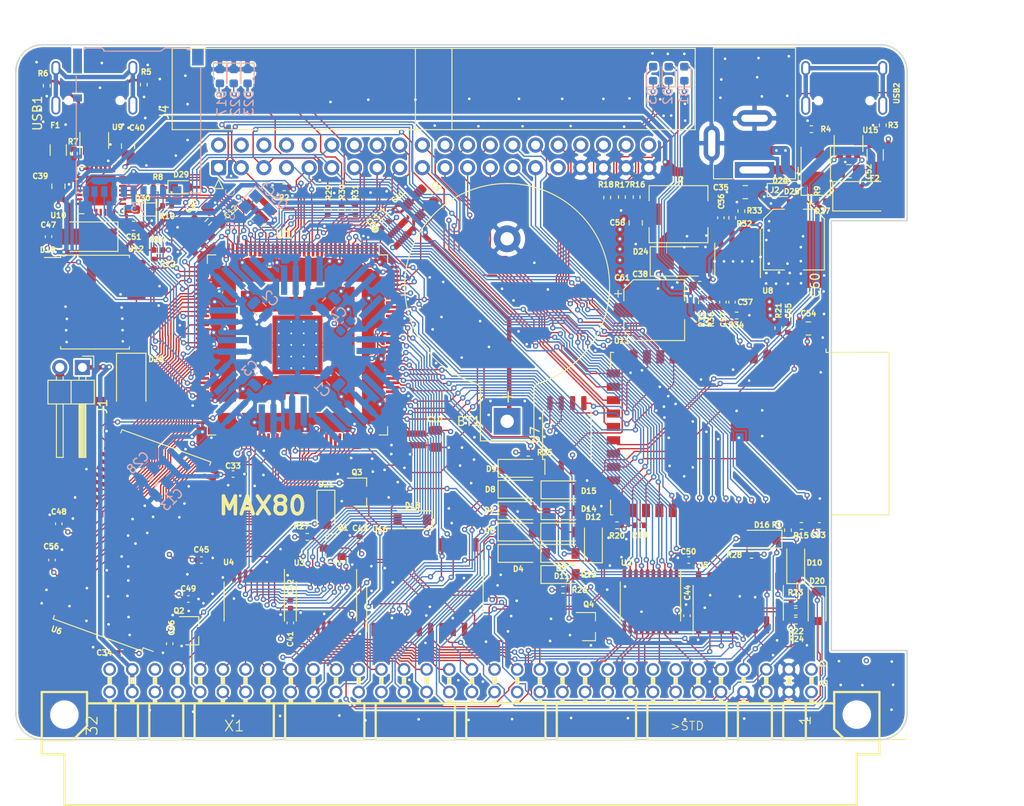
<source format=kicad_pcb>
(kicad_pcb (version 20171130) (host pcbnew 5.1.9-73d0e3b20d~88~ubuntu20.04.1)

  (general
    (thickness 1.6)
    (drawings 17)
    (tracks 4219)
    (zones 0)
    (modules 156)
    (nets 213)
  )

  (page A4)
  (title_block
    (title MAX80)
    (date 2021-01-31)
    (rev 0.01)
    (company "No name")
  )

  (layers
    (0 F.Cu signal)
    (1 In1.Cu signal)
    (2 In2.Cu signal)
    (31 B.Cu signal)
    (32 B.Adhes user)
    (33 F.Adhes user)
    (34 B.Paste user)
    (35 F.Paste user)
    (36 B.SilkS user)
    (37 F.SilkS user)
    (38 B.Mask user)
    (39 F.Mask user)
    (40 Dwgs.User user)
    (41 Cmts.User user)
    (42 Eco1.User user)
    (43 Eco2.User user)
    (44 Edge.Cuts user)
    (45 Margin user)
    (46 B.CrtYd user)
    (47 F.CrtYd user)
    (48 B.Fab user)
    (49 F.Fab user)
  )

  (setup
    (last_trace_width 0.15)
    (user_trace_width 0.3)
    (user_trace_width 0.5)
    (trace_clearance 0.15)
    (zone_clearance 0.2)
    (zone_45_only no)
    (trace_min 0.15)
    (via_size 0.6)
    (via_drill 0.3)
    (via_min_size 0.6)
    (via_min_drill 0.3)
    (uvia_size 0.3)
    (uvia_drill 0.1)
    (uvias_allowed no)
    (uvia_min_size 0.2)
    (uvia_min_drill 0.1)
    (edge_width 0.15)
    (segment_width 0.3)
    (pcb_text_width 0.3)
    (pcb_text_size 1.5 1.5)
    (mod_edge_width 0.15)
    (mod_text_size 1 1)
    (mod_text_width 0.15)
    (pad_size 2.6 1.6)
    (pad_drill 0)
    (pad_to_mask_clearance 0)
    (aux_axis_origin 0 0)
    (grid_origin 86.275 147.925)
    (visible_elements FFFFFF7F)
    (pcbplotparams
      (layerselection 0x010fc_ffffffff)
      (usegerberextensions false)
      (usegerberattributes true)
      (usegerberadvancedattributes true)
      (creategerberjobfile true)
      (excludeedgelayer true)
      (linewidth 0.100000)
      (plotframeref false)
      (viasonmask false)
      (mode 1)
      (useauxorigin false)
      (hpglpennumber 1)
      (hpglpenspeed 20)
      (hpglpendiameter 15.000000)
      (psnegative false)
      (psa4output false)
      (plotreference true)
      (plotvalue true)
      (plotinvisibletext false)
      (padsonsilk false)
      (subtractmaskfromsilk false)
      (outputformat 1)
      (mirror false)
      (drillshape 0)
      (scaleselection 1)
      (outputdirectory "abc80_gerber"))
  )

  (net 0 "")
  (net 1 VCC_ONE)
  (net 2 VCCA)
  (net 3 GND)
  (net 4 CLK0n)
  (net 5 +5V)
  (net 6 "Net-(R5-Pad2)")
  (net 7 "Net-(R6-Pad2)")
  (net 8 "Net-(R7-Pad1)")
  (net 9 "Net-(U10-Pad5)")
  (net 10 "Net-(U10-Pad4)")
  (net 11 "Net-(U9-Pad4)")
  (net 12 "Net-(U9-Pad6)")
  (net 13 "Net-(USB1-Pad13)")
  (net 14 "Net-(BT1-Pad1)")
  (net 15 /A4)
  (net 16 /A3)
  (net 17 /A2)
  (net 18 /A1)
  (net 19 /A0)
  (net 20 /IO0)
  (net 21 /IO3)
  (net 22 /IO4)
  (net 23 /IO5)
  (net 24 /IO6)
  (net 25 /IO7)
  (net 26 /A11)
  (net 27 /IO9)
  (net 28 /A8)
  (net 29 /A7)
  (net 30 /A6)
  (net 31 /A5)
  (net 32 /A9)
  (net 33 /A10)
  (net 34 /A12)
  (net 35 /IO8)
  (net 36 /IO10)
  (net 37 /IO11)
  (net 38 /IO12)
  (net 39 /IO13)
  (net 40 /IO14)
  (net 41 /IO15)
  (net 42 /abc80bus/D7)
  (net 43 /abc80bus/D6)
  (net 44 /abc80bus/D5)
  (net 45 /abc80bus/D4)
  (net 46 /abc80bus/D3)
  (net 47 /abc80bus/D2)
  (net 48 /abc80bus/D1)
  (net 49 /abc80bus/D0)
  (net 50 /abc80bus/A8)
  (net 51 /abc80bus/A9)
  (net 52 /abc80bus/A10)
  (net 53 /abc80bus/A11)
  (net 54 /abc80bus/A12)
  (net 55 /abc80bus/A13)
  (net 56 /abc80bus/A14)
  (net 57 /abc80bus/A15)
  (net 58 /abc80bus/A7)
  (net 59 /abc80bus/A6)
  (net 60 /abc80bus/A5)
  (net 61 /abc80bus/A4)
  (net 62 /abc80bus/A3)
  (net 63 /abc80bus/A2)
  (net 64 /abc80bus/A1)
  (net 65 /abc80bus/A0)
  (net 66 /IO1)
  (net 67 /IO2)
  (net 68 /32KHZ)
  (net 69 /RTC_INT)
  (net 70 /abc80bus/ABC5V)
  (net 71 /SD_DAT1)
  (net 72 /SD_DAT2)
  (net 73 /SD_DAT3)
  (net 74 /SD_CMD)
  (net 75 /SD_CLK)
  (net 76 /SD_DAT0)
  (net 77 FPGA_TDI)
  (net 78 FPGA_TMS)
  (net 79 FPGA_TDO)
  (net 80 FPGA_TCK)
  (net 81 ABC_CLK_5)
  (net 82 /FPGA_SCL)
  (net 83 /FPGA_SDA)
  (net 84 FPGA_SPI_MISO)
  (net 85 FPGA_SPI_MOSI)
  (net 86 FPGA_SPI_CLK)
  (net 87 FGPA_SPI_CS_ESP32)
  (net 88 INT_ESP32)
  (net 89 "Net-(C53-Pad1)")
  (net 90 "Net-(F2-Pad2)")
  (net 91 ESP32_TDO)
  (net 92 ESP32_TCK)
  (net 93 ESP32_TMS)
  (net 94 ESP32_IO0)
  (net 95 ESP32_RXD)
  (net 96 ESP32_TXD)
  (net 97 ESP32_EN)
  (net 98 "Net-(R3-Pad2)")
  (net 99 "Net-(R4-Pad2)")
  (net 100 /ESP32/USB_D-)
  (net 101 /ESP32/USB_D+)
  (net 102 ESP32_TDI)
  (net 103 "Net-(U15-Pad6)")
  (net 104 "Net-(U15-Pad4)")
  (net 105 "Net-(USB2-Pad13)")
  (net 106 "Net-(D1-Pad2)")
  (net 107 "Net-(D1-Pad1)")
  (net 108 "Net-(D2-Pad2)")
  (net 109 "Net-(D2-Pad1)")
  (net 110 "Net-(D3-Pad2)")
  (net 111 "Net-(D3-Pad1)")
  (net 112 ESP32_SCL)
  (net 113 ESP32_SDA)
  (net 114 ESP32_CS2)
  (net 115 ESP32_CS0)
  (net 116 ESP32_MISO)
  (net 117 ESP32_SCK)
  (net 118 ESP32_MOSI)
  (net 119 ESP32_CS1)
  (net 120 /FPGA_USB_TXD)
  (net 121 /FPGA_USB_RXD)
  (net 122 /abc80bus/~XMEMW80)
  (net 123 /abc80bus/~CS)
  (net 124 /abc80bus/~C4)
  (net 125 /abc80bus/~C3)
  (net 126 /abc80bus/~C2)
  (net 127 /abc80bus/~C1)
  (net 128 /abc80bus/~OUT)
  (net 129 /abc80bus/~XOUT)
  (net 130 /abc80bus/~RST)
  (net 131 ~IORD)
  (net 132 /abc80bus/~XMEMFL)
  (net 133 /abc80bus/~XIN)
  (net 134 /abc80bus/~INP)
  (net 135 /abc80bus/~STATUS)
  (net 136 "Net-(D18-Pad1)")
  (net 137 /abc80bus/~XINPSTB)
  (net 138 /abc80bus/~XOUTSTB)
  (net 139 /abc80bus/~XMEMW800)
  (net 140 ADSEL0)
  (net 141 ADSEL1)
  (net 142 "Net-(U3-Pad19)")
  (net 143 "Net-(U4-Pad19)")
  (net 144 /abc80bus/~INT)
  (net 145 ~MEMRD)
  (net 146 AD0)
  (net 147 AD1)
  (net 148 AD2)
  (net 149 AD3)
  (net 150 AD4)
  (net 151 AD5)
  (net 152 AD6)
  (net 153 AD7)
  (net 154 O1)
  (net 155 O2)
  (net 156 /abc80bus/~RESIN)
  (net 157 /abc80bus/~XM)
  (net 158 /abc80bus/Y0)
  (net 159 /abc80bus/~Y0)
  (net 160 "Net-(D20-Pad1)")
  (net 161 "Net-(D21-Pad1)")
  (net 162 /FPGA_LED1)
  (net 163 /FPGA_LED2)
  (net 164 /FPGA_LED3)
  (net 165 "Net-(D17-Pad2)")
  (net 166 "Net-(D22-Pad2)")
  (net 167 "Net-(D23-Pad2)")
  (net 168 FPGA_GPIO3)
  (net 169 FPGA_GPIO2)
  (net 170 FPGA_GPIO1)
  (net 171 FPGA_GPIO0)
  (net 172 FPGA_GPIO5)
  (net 173 FPGA_GPIO4)
  (net 174 "Net-(C36-Pad1)")
  (net 175 "Net-(C37-Pad2)")
  (net 176 "Net-(C37-Pad1)")
  (net 177 "Net-(C38-Pad2)")
  (net 178 "Net-(R32-Pad2)")
  (net 179 "Net-(R35-Pad2)")
  (net 180 "Net-(C38-Pad1)")
  (net 181 /abc80bus/READY)
  (net 182 /abc80bus/~NMI)
  (net 183 ~FPGA_READY)
  (net 184 FPGA_NMI)
  (net 185 "Net-(U1-Pad88)")
  (net 186 "Net-(D26-Pad2)")
  (net 187 FPGA_RESIN)
  (net 188 ABC_CLK_3)
  (net 189 /DQMH)
  (net 190 /CLK)
  (net 191 /CKE)
  (net 192 /BA1)
  (net 193 /BA0)
  (net 194 /DQML)
  (net 195 "Net-(D28-Pad2)")
  (net 196 "Net-(D25-Pad2)")
  (net 197 "Net-(F1-Pad2)")
  (net 198 /FPGA_USB_RTS)
  (net 199 /FPGA_USB_CTS)
  (net 200 /FPGA_USB_DTR)
  (net 201 FPGA_JTAGEN)
  (net 202 "Net-(C39-Pad1)")
  (net 203 "Net-(C52-Pad1)")
  (net 204 /WE#)
  (net 205 /CAS#)
  (net 206 /RAS#)
  (net 207 /CS#)
  (net 208 "Net-(D29-Pad1)")
  (net 209 "Net-(D30-Pad1)")
  (net 210 FLASH_CS#)
  (net 211 ~IOWR)
  (net 212 ~MEMWR)

  (net_class Default "This is the default net class."
    (clearance 0.15)
    (trace_width 0.15)
    (via_dia 0.6)
    (via_drill 0.3)
    (uvia_dia 0.3)
    (uvia_drill 0.1)
    (add_net +5V)
    (add_net /32KHZ)
    (add_net /A0)
    (add_net /A1)
    (add_net /A10)
    (add_net /A11)
    (add_net /A12)
    (add_net /A2)
    (add_net /A3)
    (add_net /A4)
    (add_net /A5)
    (add_net /A6)
    (add_net /A7)
    (add_net /A8)
    (add_net /A9)
    (add_net /BA0)
    (add_net /BA1)
    (add_net /CAS#)
    (add_net /CKE)
    (add_net /CLK)
    (add_net /CS#)
    (add_net /DQMH)
    (add_net /DQML)
    (add_net /ESP32/USB_D+)
    (add_net /ESP32/USB_D-)
    (add_net /FPGA_LED1)
    (add_net /FPGA_LED2)
    (add_net /FPGA_LED3)
    (add_net /FPGA_SCL)
    (add_net /FPGA_SDA)
    (add_net /FPGA_USB_CTS)
    (add_net /FPGA_USB_DTR)
    (add_net /FPGA_USB_RTS)
    (add_net /FPGA_USB_RXD)
    (add_net /FPGA_USB_TXD)
    (add_net /IO0)
    (add_net /IO1)
    (add_net /IO10)
    (add_net /IO11)
    (add_net /IO12)
    (add_net /IO13)
    (add_net /IO14)
    (add_net /IO15)
    (add_net /IO2)
    (add_net /IO3)
    (add_net /IO4)
    (add_net /IO5)
    (add_net /IO6)
    (add_net /IO7)
    (add_net /IO8)
    (add_net /IO9)
    (add_net /RAS#)
    (add_net /RTC_INT)
    (add_net /SD_CLK)
    (add_net /SD_CMD)
    (add_net /SD_DAT0)
    (add_net /SD_DAT1)
    (add_net /SD_DAT2)
    (add_net /SD_DAT3)
    (add_net /WE#)
    (add_net /abc80bus/A0)
    (add_net /abc80bus/A1)
    (add_net /abc80bus/A10)
    (add_net /abc80bus/A11)
    (add_net /abc80bus/A12)
    (add_net /abc80bus/A13)
    (add_net /abc80bus/A14)
    (add_net /abc80bus/A15)
    (add_net /abc80bus/A2)
    (add_net /abc80bus/A3)
    (add_net /abc80bus/A4)
    (add_net /abc80bus/A5)
    (add_net /abc80bus/A6)
    (add_net /abc80bus/A7)
    (add_net /abc80bus/A8)
    (add_net /abc80bus/A9)
    (add_net /abc80bus/ABC5V)
    (add_net /abc80bus/D0)
    (add_net /abc80bus/D1)
    (add_net /abc80bus/D2)
    (add_net /abc80bus/D3)
    (add_net /abc80bus/D4)
    (add_net /abc80bus/D5)
    (add_net /abc80bus/D6)
    (add_net /abc80bus/D7)
    (add_net /abc80bus/READY)
    (add_net /abc80bus/Y0)
    (add_net /abc80bus/~C1)
    (add_net /abc80bus/~C2)
    (add_net /abc80bus/~C3)
    (add_net /abc80bus/~C4)
    (add_net /abc80bus/~CS)
    (add_net /abc80bus/~INP)
    (add_net /abc80bus/~INT)
    (add_net /abc80bus/~NMI)
    (add_net /abc80bus/~OUT)
    (add_net /abc80bus/~RESIN)
    (add_net /abc80bus/~RST)
    (add_net /abc80bus/~STATUS)
    (add_net /abc80bus/~XIN)
    (add_net /abc80bus/~XINPSTB)
    (add_net /abc80bus/~XM)
    (add_net /abc80bus/~XMEMFL)
    (add_net /abc80bus/~XMEMW80)
    (add_net /abc80bus/~XMEMW800)
    (add_net /abc80bus/~XOUT)
    (add_net /abc80bus/~XOUTSTB)
    (add_net /abc80bus/~Y0)
    (add_net ABC_CLK_3)
    (add_net ABC_CLK_5)
    (add_net AD0)
    (add_net AD1)
    (add_net AD2)
    (add_net AD3)
    (add_net AD4)
    (add_net AD5)
    (add_net AD6)
    (add_net AD7)
    (add_net ADSEL0)
    (add_net ADSEL1)
    (add_net CLK0n)
    (add_net ESP32_CS0)
    (add_net ESP32_CS1)
    (add_net ESP32_CS2)
    (add_net ESP32_EN)
    (add_net ESP32_IO0)
    (add_net ESP32_MISO)
    (add_net ESP32_MOSI)
    (add_net ESP32_RXD)
    (add_net ESP32_SCK)
    (add_net ESP32_SCL)
    (add_net ESP32_SDA)
    (add_net ESP32_TCK)
    (add_net ESP32_TDI)
    (add_net ESP32_TDO)
    (add_net ESP32_TMS)
    (add_net ESP32_TXD)
    (add_net FGPA_SPI_CS_ESP32)
    (add_net FLASH_CS#)
    (add_net FPGA_GPIO0)
    (add_net FPGA_GPIO1)
    (add_net FPGA_GPIO2)
    (add_net FPGA_GPIO3)
    (add_net FPGA_GPIO4)
    (add_net FPGA_GPIO5)
    (add_net FPGA_JTAGEN)
    (add_net FPGA_NMI)
    (add_net FPGA_RESIN)
    (add_net FPGA_SPI_CLK)
    (add_net FPGA_SPI_MISO)
    (add_net FPGA_SPI_MOSI)
    (add_net FPGA_TCK)
    (add_net FPGA_TDI)
    (add_net FPGA_TDO)
    (add_net FPGA_TMS)
    (add_net GND)
    (add_net INT_ESP32)
    (add_net "Net-(BT1-Pad1)")
    (add_net "Net-(C36-Pad1)")
    (add_net "Net-(C37-Pad1)")
    (add_net "Net-(C37-Pad2)")
    (add_net "Net-(C38-Pad1)")
    (add_net "Net-(C38-Pad2)")
    (add_net "Net-(C39-Pad1)")
    (add_net "Net-(C52-Pad1)")
    (add_net "Net-(C53-Pad1)")
    (add_net "Net-(D1-Pad1)")
    (add_net "Net-(D1-Pad2)")
    (add_net "Net-(D17-Pad2)")
    (add_net "Net-(D18-Pad1)")
    (add_net "Net-(D2-Pad1)")
    (add_net "Net-(D2-Pad2)")
    (add_net "Net-(D20-Pad1)")
    (add_net "Net-(D21-Pad1)")
    (add_net "Net-(D22-Pad2)")
    (add_net "Net-(D23-Pad2)")
    (add_net "Net-(D25-Pad2)")
    (add_net "Net-(D26-Pad2)")
    (add_net "Net-(D28-Pad2)")
    (add_net "Net-(D29-Pad1)")
    (add_net "Net-(D3-Pad1)")
    (add_net "Net-(D3-Pad2)")
    (add_net "Net-(D30-Pad1)")
    (add_net "Net-(F1-Pad2)")
    (add_net "Net-(F2-Pad2)")
    (add_net "Net-(R3-Pad2)")
    (add_net "Net-(R32-Pad2)")
    (add_net "Net-(R35-Pad2)")
    (add_net "Net-(R4-Pad2)")
    (add_net "Net-(R5-Pad2)")
    (add_net "Net-(R6-Pad2)")
    (add_net "Net-(R7-Pad1)")
    (add_net "Net-(U1-Pad88)")
    (add_net "Net-(U10-Pad4)")
    (add_net "Net-(U10-Pad5)")
    (add_net "Net-(U15-Pad4)")
    (add_net "Net-(U15-Pad6)")
    (add_net "Net-(U3-Pad19)")
    (add_net "Net-(U4-Pad19)")
    (add_net "Net-(U9-Pad4)")
    (add_net "Net-(U9-Pad6)")
    (add_net "Net-(USB1-Pad13)")
    (add_net "Net-(USB2-Pad13)")
    (add_net O1)
    (add_net O2)
    (add_net VCCA)
    (add_net VCC_ONE)
    (add_net ~FPGA_READY)
    (add_net ~IORD)
    (add_net ~IOWR)
    (add_net ~MEMRD)
    (add_net ~MEMWR)
  )

  (module Diode_SMD:D_SOD-123 (layer F.Cu) (tedit 58645DC7) (tstamp 6019B141)
    (at 113.665 160.475)
    (descr SOD-123)
    (tags SOD-123)
    (path /6013B380/60CCF7F9)
    (attr smd)
    (fp_text reference D13 (at 3.105 -0.003 180) (layer F.SilkS)
      (effects (font (size 0.6 0.6) (thickness 0.15)))
    )
    (fp_text value DSK14 (at 0 2.1) (layer F.Fab)
      (effects (font (size 1 1) (thickness 0.15)))
    )
    (fp_line (start -2.25 -1) (end 1.65 -1) (layer F.SilkS) (width 0.12))
    (fp_line (start -2.25 1) (end 1.65 1) (layer F.SilkS) (width 0.12))
    (fp_line (start -2.35 -1.15) (end -2.35 1.15) (layer F.CrtYd) (width 0.05))
    (fp_line (start 2.35 1.15) (end -2.35 1.15) (layer F.CrtYd) (width 0.05))
    (fp_line (start 2.35 -1.15) (end 2.35 1.15) (layer F.CrtYd) (width 0.05))
    (fp_line (start -2.35 -1.15) (end 2.35 -1.15) (layer F.CrtYd) (width 0.05))
    (fp_line (start -1.4 -0.9) (end 1.4 -0.9) (layer F.Fab) (width 0.1))
    (fp_line (start 1.4 -0.9) (end 1.4 0.9) (layer F.Fab) (width 0.1))
    (fp_line (start 1.4 0.9) (end -1.4 0.9) (layer F.Fab) (width 0.1))
    (fp_line (start -1.4 0.9) (end -1.4 -0.9) (layer F.Fab) (width 0.1))
    (fp_line (start -0.75 0) (end -0.35 0) (layer F.Fab) (width 0.1))
    (fp_line (start -0.35 0) (end -0.35 -0.55) (layer F.Fab) (width 0.1))
    (fp_line (start -0.35 0) (end -0.35 0.55) (layer F.Fab) (width 0.1))
    (fp_line (start -0.35 0) (end 0.25 -0.4) (layer F.Fab) (width 0.1))
    (fp_line (start 0.25 -0.4) (end 0.25 0.4) (layer F.Fab) (width 0.1))
    (fp_line (start 0.25 0.4) (end -0.35 0) (layer F.Fab) (width 0.1))
    (fp_line (start 0.25 0) (end 0.75 0) (layer F.Fab) (width 0.1))
    (fp_line (start -2.25 -1) (end -2.25 1) (layer F.SilkS) (width 0.12))
    (fp_text user %R (at 3.105 -0.003 90) (layer F.Fab)
      (effects (font (size 0.6 0.6) (thickness 0.15)))
    )
    (pad 2 smd rect (at 1.65 0) (size 0.9 1.2) (layers F.Cu F.Paste F.Mask)
      (net 131 ~IORD))
    (pad 1 smd rect (at -1.65 0) (size 0.9 1.2) (layers F.Cu F.Paste F.Mask)
      (net 133 /abc80bus/~XIN))
    (model ${KISYS3DMOD}/Diode_SMD.3dshapes/D_SOD-123.wrl
      (at (xyz 0 0 0))
      (scale (xyz 1 1 1))
      (rotate (xyz 0 0 0))
    )
  )

  (module Package_SO:SOIC-8_5.23x5.23mm_P1.27mm (layer F.Cu) (tedit 5D9F72B1) (tstamp 6034439B)
    (at 114.325 144.835 90)
    (descr "SOIC, 8 Pin (http://www.winbond.com/resource-files/w25q32jv%20revg%2003272018%20plus.pdf#page=68), generated with kicad-footprint-generator ipc_gullwing_generator.py")
    (tags "SOIC SO")
    (path /6035B91A)
    (attr smd)
    (fp_text reference U7 (at 0 -3.56 90) (layer F.SilkS)
      (effects (font (size 1 1) (thickness 0.15)))
    )
    (fp_text value W25Q128JVS (at 0 3.56 90) (layer F.Fab)
      (effects (font (size 1 1) (thickness 0.15)))
    )
    (fp_text user %R (at 0 0 90) (layer F.Fab)
      (effects (font (size 1 1) (thickness 0.15)))
    )
    (fp_line (start 0 2.725) (end 2.725 2.725) (layer F.SilkS) (width 0.12))
    (fp_line (start 2.725 2.725) (end 2.725 2.465) (layer F.SilkS) (width 0.12))
    (fp_line (start 0 2.725) (end -2.725 2.725) (layer F.SilkS) (width 0.12))
    (fp_line (start -2.725 2.725) (end -2.725 2.465) (layer F.SilkS) (width 0.12))
    (fp_line (start 0 -2.725) (end 2.725 -2.725) (layer F.SilkS) (width 0.12))
    (fp_line (start 2.725 -2.725) (end 2.725 -2.465) (layer F.SilkS) (width 0.12))
    (fp_line (start 0 -2.725) (end -2.725 -2.725) (layer F.SilkS) (width 0.12))
    (fp_line (start -2.725 -2.725) (end -2.725 -2.465) (layer F.SilkS) (width 0.12))
    (fp_line (start -2.725 -2.465) (end -4.4 -2.465) (layer F.SilkS) (width 0.12))
    (fp_line (start -1.615 -2.615) (end 2.615 -2.615) (layer F.Fab) (width 0.1))
    (fp_line (start 2.615 -2.615) (end 2.615 2.615) (layer F.Fab) (width 0.1))
    (fp_line (start 2.615 2.615) (end -2.615 2.615) (layer F.Fab) (width 0.1))
    (fp_line (start -2.615 2.615) (end -2.615 -1.615) (layer F.Fab) (width 0.1))
    (fp_line (start -2.615 -1.615) (end -1.615 -2.615) (layer F.Fab) (width 0.1))
    (fp_line (start -4.65 -2.86) (end -4.65 2.86) (layer F.CrtYd) (width 0.05))
    (fp_line (start -4.65 2.86) (end 4.65 2.86) (layer F.CrtYd) (width 0.05))
    (fp_line (start 4.65 2.86) (end 4.65 -2.86) (layer F.CrtYd) (width 0.05))
    (fp_line (start 4.65 -2.86) (end -4.65 -2.86) (layer F.CrtYd) (width 0.05))
    (pad 8 smd roundrect (at 3.6 -1.905 90) (size 1.6 0.6) (layers F.Cu F.Paste F.Mask) (roundrect_rratio 0.25)
      (net 1 VCC_ONE))
    (pad 7 smd roundrect (at 3.6 -0.635 90) (size 1.6 0.6) (layers F.Cu F.Paste F.Mask) (roundrect_rratio 0.25)
      (net 1 VCC_ONE))
    (pad 6 smd roundrect (at 3.6 0.635 90) (size 1.6 0.6) (layers F.Cu F.Paste F.Mask) (roundrect_rratio 0.25)
      (net 86 FPGA_SPI_CLK))
    (pad 5 smd roundrect (at 3.6 1.905 90) (size 1.6 0.6) (layers F.Cu F.Paste F.Mask) (roundrect_rratio 0.25)
      (net 85 FPGA_SPI_MOSI))
    (pad 4 smd roundrect (at -3.6 1.905 90) (size 1.6 0.6) (layers F.Cu F.Paste F.Mask) (roundrect_rratio 0.25)
      (net 3 GND))
    (pad 3 smd roundrect (at -3.6 0.635 90) (size 1.6 0.6) (layers F.Cu F.Paste F.Mask) (roundrect_rratio 0.25)
      (net 1 VCC_ONE))
    (pad 2 smd roundrect (at -3.6 -0.635 90) (size 1.6 0.6) (layers F.Cu F.Paste F.Mask) (roundrect_rratio 0.25)
      (net 84 FPGA_SPI_MISO))
    (pad 1 smd roundrect (at -3.6 -1.905 90) (size 1.6 0.6) (layers F.Cu F.Paste F.Mask) (roundrect_rratio 0.25)
      (net 210 FLASH_CS#))
    (model ${KISYS3DMOD}/Package_SO.3dshapes/SOIC-8_5.23x5.23mm_P1.27mm.wrl
      (at (xyz 0 0 0))
      (scale (xyz 1 1 1))
      (rotate (xyz 0 0 0))
    )
  )

  (module Resistor_SMD:R_0402_1005Metric (layer F.Cu) (tedit 5F68FEEE) (tstamp 6034B24B)
    (at 93.955 121.205 45)
    (descr "Resistor SMD 0402 (1005 Metric), square (rectangular) end terminal, IPC_7351 nominal, (Body size source: IPC-SM-782 page 72, https://www.pcb-3d.com/wordpress/wp-content/uploads/ipc-sm-782a_amendment_1_and_2.pdf), generated with kicad-footprint-generator")
    (tags resistor)
    (path /604B03F3)
    (attr smd)
    (fp_text reference R11 (at 0 -1.17 45) (layer F.SilkS)
      (effects (font (size 1 1) (thickness 0.15)))
    )
    (fp_text value 10k (at 0 1.17 45) (layer F.Fab)
      (effects (font (size 1 1) (thickness 0.15)))
    )
    (fp_line (start -0.525 0.27) (end -0.525 -0.27) (layer F.Fab) (width 0.1))
    (fp_line (start -0.525 -0.27) (end 0.525 -0.27) (layer F.Fab) (width 0.1))
    (fp_line (start 0.525 -0.27) (end 0.525 0.27) (layer F.Fab) (width 0.1))
    (fp_line (start 0.525 0.27) (end -0.525 0.27) (layer F.Fab) (width 0.1))
    (fp_line (start -0.153641 -0.38) (end 0.153641 -0.38) (layer F.SilkS) (width 0.12))
    (fp_line (start -0.153641 0.38) (end 0.153641 0.38) (layer F.SilkS) (width 0.12))
    (fp_line (start -0.93 0.47) (end -0.93 -0.47) (layer F.CrtYd) (width 0.05))
    (fp_line (start -0.93 -0.47) (end 0.93 -0.47) (layer F.CrtYd) (width 0.05))
    (fp_line (start 0.93 -0.47) (end 0.93 0.47) (layer F.CrtYd) (width 0.05))
    (fp_line (start 0.93 0.47) (end -0.93 0.47) (layer F.CrtYd) (width 0.05))
    (fp_text user %R (at 0 0 45) (layer F.Fab)
      (effects (font (size 0.26 0.26) (thickness 0.04)))
    )
    (pad 2 smd roundrect (at 0.51 0 45) (size 0.54 0.64) (layers F.Cu F.Paste F.Mask) (roundrect_rratio 0.25)
      (net 1 VCC_ONE))
    (pad 1 smd roundrect (at -0.51 0 45) (size 0.54 0.64) (layers F.Cu F.Paste F.Mask) (roundrect_rratio 0.25)
      (net 210 FLASH_CS#))
    (model ${KISYS3DMOD}/Resistor_SMD.3dshapes/R_0402_1005Metric.wrl
      (at (xyz 0 0 0))
      (scale (xyz 1 1 1))
      (rotate (xyz 0 0 0))
    )
  )

  (module Resistor_SMD:R_0402_1005Metric (layer F.Cu) (tedit 5F68FEEE) (tstamp 6033FBEF)
    (at 69.475 119.075 180)
    (descr "Resistor SMD 0402 (1005 Metric), square (rectangular) end terminal, IPC_7351 nominal, (Body size source: IPC-SM-782 page 72, https://www.pcb-3d.com/wordpress/wp-content/uploads/ipc-sm-782a_amendment_1_and_2.pdf), generated with kicad-footprint-generator")
    (tags resistor)
    (path /60427964)
    (attr smd)
    (fp_text reference R10 (at 0 -1.17) (layer F.SilkS)
      (effects (font (size 0.6 0.6) (thickness 0.15)))
    )
    (fp_text value 1k (at 0 1.17) (layer F.Fab)
      (effects (font (size 1 1) (thickness 0.15)))
    )
    (fp_line (start -0.525 0.27) (end -0.525 -0.27) (layer F.Fab) (width 0.1))
    (fp_line (start -0.525 -0.27) (end 0.525 -0.27) (layer F.Fab) (width 0.1))
    (fp_line (start 0.525 -0.27) (end 0.525 0.27) (layer F.Fab) (width 0.1))
    (fp_line (start 0.525 0.27) (end -0.525 0.27) (layer F.Fab) (width 0.1))
    (fp_line (start -0.153641 -0.38) (end 0.153641 -0.38) (layer F.SilkS) (width 0.12))
    (fp_line (start -0.153641 0.38) (end 0.153641 0.38) (layer F.SilkS) (width 0.12))
    (fp_line (start -0.93 0.47) (end -0.93 -0.47) (layer F.CrtYd) (width 0.05))
    (fp_line (start -0.93 -0.47) (end 0.93 -0.47) (layer F.CrtYd) (width 0.05))
    (fp_line (start 0.93 -0.47) (end 0.93 0.47) (layer F.CrtYd) (width 0.05))
    (fp_line (start 0.93 0.47) (end -0.93 0.47) (layer F.CrtYd) (width 0.05))
    (fp_text user %R (at 0 0) (layer F.Fab)
      (effects (font (size 0.26 0.26) (thickness 0.04)))
    )
    (pad 2 smd roundrect (at 0.51 0 180) (size 0.54 0.64) (layers F.Cu F.Paste F.Mask) (roundrect_rratio 0.25)
      (net 209 "Net-(D30-Pad1)"))
    (pad 1 smd roundrect (at -0.51 0 180) (size 0.54 0.64) (layers F.Cu F.Paste F.Mask) (roundrect_rratio 0.25)
      (net 199 /FPGA_USB_CTS))
    (model ${KISYS3DMOD}/Resistor_SMD.3dshapes/R_0402_1005Metric.wrl
      (at (xyz 0 0 0))
      (scale (xyz 1 1 1))
      (rotate (xyz 0 0 0))
    )
  )

  (module Resistor_SMD:R_0402_1005Metric (layer F.Cu) (tedit 5F68FEEE) (tstamp 6033FBBE)
    (at 68.44 117.025)
    (descr "Resistor SMD 0402 (1005 Metric), square (rectangular) end terminal, IPC_7351 nominal, (Body size source: IPC-SM-782 page 72, https://www.pcb-3d.com/wordpress/wp-content/uploads/ipc-sm-782a_amendment_1_and_2.pdf), generated with kicad-footprint-generator")
    (tags resistor)
    (path /6042C0DA)
    (attr smd)
    (fp_text reference R8 (at 0 -1.17) (layer F.SilkS)
      (effects (font (size 0.6 0.6) (thickness 0.15)))
    )
    (fp_text value 1k (at 0 1.17) (layer F.Fab)
      (effects (font (size 1 1) (thickness 0.15)))
    )
    (fp_line (start -0.525 0.27) (end -0.525 -0.27) (layer F.Fab) (width 0.1))
    (fp_line (start -0.525 -0.27) (end 0.525 -0.27) (layer F.Fab) (width 0.1))
    (fp_line (start 0.525 -0.27) (end 0.525 0.27) (layer F.Fab) (width 0.1))
    (fp_line (start 0.525 0.27) (end -0.525 0.27) (layer F.Fab) (width 0.1))
    (fp_line (start -0.153641 -0.38) (end 0.153641 -0.38) (layer F.SilkS) (width 0.12))
    (fp_line (start -0.153641 0.38) (end 0.153641 0.38) (layer F.SilkS) (width 0.12))
    (fp_line (start -0.93 0.47) (end -0.93 -0.47) (layer F.CrtYd) (width 0.05))
    (fp_line (start -0.93 -0.47) (end 0.93 -0.47) (layer F.CrtYd) (width 0.05))
    (fp_line (start 0.93 -0.47) (end 0.93 0.47) (layer F.CrtYd) (width 0.05))
    (fp_line (start 0.93 0.47) (end -0.93 0.47) (layer F.CrtYd) (width 0.05))
    (fp_text user %R (at 0 0) (layer F.Fab)
      (effects (font (size 0.26 0.26) (thickness 0.04)))
    )
    (pad 2 smd roundrect (at 0.51 0) (size 0.54 0.64) (layers F.Cu F.Paste F.Mask) (roundrect_rratio 0.25)
      (net 208 "Net-(D29-Pad1)"))
    (pad 1 smd roundrect (at -0.51 0) (size 0.54 0.64) (layers F.Cu F.Paste F.Mask) (roundrect_rratio 0.25)
      (net 198 /FPGA_USB_RTS))
    (model ${KISYS3DMOD}/Resistor_SMD.3dshapes/R_0402_1005Metric.wrl
      (at (xyz 0 0 0))
      (scale (xyz 1 1 1))
      (rotate (xyz 0 0 0))
    )
  )

  (module LED_SMD:LED_0603_1608Metric (layer F.Cu) (tedit 5F68FEF1) (tstamp 6033F6D1)
    (at 66.775 119.5 180)
    (descr "LED SMD 0603 (1608 Metric), square (rectangular) end terminal, IPC_7351 nominal, (Body size source: http://www.tortai-tech.com/upload/download/2011102023233369053.pdf), generated with kicad-footprint-generator")
    (tags LED)
    (path /604220EF)
    (attr smd)
    (fp_text reference D30 (at 0.04 1.285) (layer F.SilkS)
      (effects (font (size 0.6 0.6) (thickness 0.15)))
    )
    (fp_text value LED-Y (at 0 1.43) (layer F.Fab)
      (effects (font (size 1 1) (thickness 0.15)))
    )
    (fp_line (start 0.8 -0.4) (end -0.5 -0.4) (layer F.Fab) (width 0.1))
    (fp_line (start -0.5 -0.4) (end -0.8 -0.1) (layer F.Fab) (width 0.1))
    (fp_line (start -0.8 -0.1) (end -0.8 0.4) (layer F.Fab) (width 0.1))
    (fp_line (start -0.8 0.4) (end 0.8 0.4) (layer F.Fab) (width 0.1))
    (fp_line (start 0.8 0.4) (end 0.8 -0.4) (layer F.Fab) (width 0.1))
    (fp_line (start 0.8 -0.735) (end -1.485 -0.735) (layer F.SilkS) (width 0.12))
    (fp_line (start -1.485 -0.735) (end -1.485 0.735) (layer F.SilkS) (width 0.12))
    (fp_line (start -1.485 0.735) (end 0.8 0.735) (layer F.SilkS) (width 0.12))
    (fp_line (start -1.48 0.73) (end -1.48 -0.73) (layer F.CrtYd) (width 0.05))
    (fp_line (start -1.48 -0.73) (end 1.48 -0.73) (layer F.CrtYd) (width 0.05))
    (fp_line (start 1.48 -0.73) (end 1.48 0.73) (layer F.CrtYd) (width 0.05))
    (fp_line (start 1.48 0.73) (end -1.48 0.73) (layer F.CrtYd) (width 0.05))
    (fp_text user %R (at 0 0) (layer F.Fab)
      (effects (font (size 0.4 0.4) (thickness 0.06)))
    )
    (pad 2 smd roundrect (at 0.7875 0 180) (size 0.875 0.95) (layers F.Cu F.Paste F.Mask) (roundrect_rratio 0.25)
      (net 1 VCC_ONE))
    (pad 1 smd roundrect (at -0.7875 0 180) (size 0.875 0.95) (layers F.Cu F.Paste F.Mask) (roundrect_rratio 0.25)
      (net 209 "Net-(D30-Pad1)"))
    (model ${KISYS3DMOD}/LED_SMD.3dshapes/LED_0603_1608Metric.wrl
      (at (xyz 0 0 0))
      (scale (xyz 1 1 1))
      (rotate (xyz 0 0 0))
    )
  )

  (module LED_SMD:LED_0603_1608Metric (layer F.Cu) (tedit 5F68FEF1) (tstamp 6033F6BE)
    (at 71.05 117)
    (descr "LED SMD 0603 (1608 Metric), square (rectangular) end terminal, IPC_7351 nominal, (Body size source: http://www.tortai-tech.com/upload/download/2011102023233369053.pdf), generated with kicad-footprint-generator")
    (tags LED)
    (path /6041A94C)
    (attr smd)
    (fp_text reference D29 (at 0 -1.43) (layer F.SilkS)
      (effects (font (size 0.6 0.6) (thickness 0.15)))
    )
    (fp_text value LED-Y (at 0 1.43) (layer F.Fab)
      (effects (font (size 1 1) (thickness 0.15)))
    )
    (fp_line (start 0.8 -0.4) (end -0.5 -0.4) (layer F.Fab) (width 0.1))
    (fp_line (start -0.5 -0.4) (end -0.8 -0.1) (layer F.Fab) (width 0.1))
    (fp_line (start -0.8 -0.1) (end -0.8 0.4) (layer F.Fab) (width 0.1))
    (fp_line (start -0.8 0.4) (end 0.8 0.4) (layer F.Fab) (width 0.1))
    (fp_line (start 0.8 0.4) (end 0.8 -0.4) (layer F.Fab) (width 0.1))
    (fp_line (start 0.8 -0.735) (end -1.485 -0.735) (layer F.SilkS) (width 0.12))
    (fp_line (start -1.485 -0.735) (end -1.485 0.735) (layer F.SilkS) (width 0.12))
    (fp_line (start -1.485 0.735) (end 0.8 0.735) (layer F.SilkS) (width 0.12))
    (fp_line (start -1.48 0.73) (end -1.48 -0.73) (layer F.CrtYd) (width 0.05))
    (fp_line (start -1.48 -0.73) (end 1.48 -0.73) (layer F.CrtYd) (width 0.05))
    (fp_line (start 1.48 -0.73) (end 1.48 0.73) (layer F.CrtYd) (width 0.05))
    (fp_line (start 1.48 0.73) (end -1.48 0.73) (layer F.CrtYd) (width 0.05))
    (fp_text user %R (at 0 0) (layer F.Fab)
      (effects (font (size 0.4 0.4) (thickness 0.06)))
    )
    (pad 2 smd roundrect (at 0.7875 0) (size 0.875 0.95) (layers F.Cu F.Paste F.Mask) (roundrect_rratio 0.25)
      (net 1 VCC_ONE))
    (pad 1 smd roundrect (at -0.7875 0) (size 0.875 0.95) (layers F.Cu F.Paste F.Mask) (roundrect_rratio 0.25)
      (net 208 "Net-(D29-Pad1)"))
    (model ${KISYS3DMOD}/LED_SMD.3dshapes/LED_0603_1608Metric.wrl
      (at (xyz 0 0 0))
      (scale (xyz 1 1 1))
      (rotate (xyz 0 0 0))
    )
  )

  (module Resistor_SMD:R_0402_1005Metric (layer F.Cu) (tedit 5F68FEEE) (tstamp 60337B92)
    (at 139.125 155.5 90)
    (descr "Resistor SMD 0402 (1005 Metric), square (rectangular) end terminal, IPC_7351 nominal, (Body size source: IPC-SM-782 page 72, https://www.pcb-3d.com/wordpress/wp-content/uploads/ipc-sm-782a_amendment_1_and_2.pdf), generated with kicad-footprint-generator")
    (tags resistor)
    (path /602159BB/60379925)
    (attr smd)
    (fp_text reference R1 (at 0.6 -1.225 180) (layer F.SilkS)
      (effects (font (size 0.6 0.6) (thickness 0.15)))
    )
    (fp_text value 10k (at 0 1.17 90) (layer F.Fab)
      (effects (font (size 1 1) (thickness 0.15)))
    )
    (fp_line (start 0.93 0.47) (end -0.93 0.47) (layer F.CrtYd) (width 0.05))
    (fp_line (start 0.93 -0.47) (end 0.93 0.47) (layer F.CrtYd) (width 0.05))
    (fp_line (start -0.93 -0.47) (end 0.93 -0.47) (layer F.CrtYd) (width 0.05))
    (fp_line (start -0.93 0.47) (end -0.93 -0.47) (layer F.CrtYd) (width 0.05))
    (fp_line (start -0.153641 0.38) (end 0.153641 0.38) (layer F.SilkS) (width 0.12))
    (fp_line (start -0.153641 -0.38) (end 0.153641 -0.38) (layer F.SilkS) (width 0.12))
    (fp_line (start 0.525 0.27) (end -0.525 0.27) (layer F.Fab) (width 0.1))
    (fp_line (start 0.525 -0.27) (end 0.525 0.27) (layer F.Fab) (width 0.1))
    (fp_line (start -0.525 -0.27) (end 0.525 -0.27) (layer F.Fab) (width 0.1))
    (fp_line (start -0.525 0.27) (end -0.525 -0.27) (layer F.Fab) (width 0.1))
    (fp_text user %R (at 0 0 90) (layer F.Fab)
      (effects (font (size 0.26 0.26) (thickness 0.04)))
    )
    (pad 2 smd roundrect (at 0.51 0 90) (size 0.54 0.64) (layers F.Cu F.Paste F.Mask) (roundrect_rratio 0.25)
      (net 89 "Net-(C53-Pad1)"))
    (pad 1 smd roundrect (at -0.51 0 90) (size 0.54 0.64) (layers F.Cu F.Paste F.Mask) (roundrect_rratio 0.25)
      (net 1 VCC_ONE))
    (model ${KISYS3DMOD}/Resistor_SMD.3dshapes/R_0402_1005Metric.wrl
      (at (xyz 0 0 0))
      (scale (xyz 1 1 1))
      (rotate (xyz 0 0 0))
    )
  )

  (module Diode_SMD:D_SMA (layer F.Cu) (tedit 586432E5) (tstamp 6032CF27)
    (at 65.447 139.035 270)
    (descr "Diode SMA (DO-214AC)")
    (tags "Diode SMA (DO-214AC)")
    (path /6013B380/603612AB)
    (attr smd)
    (fp_text reference D28 (at -2.735 -2.803 180) (layer F.SilkS)
      (effects (font (size 0.6 0.6) (thickness 0.15)))
    )
    (fp_text value MBRA340T (at 0 2.6 90) (layer F.Fab)
      (effects (font (size 1 1) (thickness 0.15)))
    )
    (fp_line (start -3.4 -1.65) (end -3.4 1.65) (layer F.SilkS) (width 0.12))
    (fp_line (start 2.3 1.5) (end -2.3 1.5) (layer F.Fab) (width 0.1))
    (fp_line (start -2.3 1.5) (end -2.3 -1.5) (layer F.Fab) (width 0.1))
    (fp_line (start 2.3 -1.5) (end 2.3 1.5) (layer F.Fab) (width 0.1))
    (fp_line (start 2.3 -1.5) (end -2.3 -1.5) (layer F.Fab) (width 0.1))
    (fp_line (start -3.5 -1.75) (end 3.5 -1.75) (layer F.CrtYd) (width 0.05))
    (fp_line (start 3.5 -1.75) (end 3.5 1.75) (layer F.CrtYd) (width 0.05))
    (fp_line (start 3.5 1.75) (end -3.5 1.75) (layer F.CrtYd) (width 0.05))
    (fp_line (start -3.5 1.75) (end -3.5 -1.75) (layer F.CrtYd) (width 0.05))
    (fp_line (start -0.64944 0.00102) (end -1.55114 0.00102) (layer F.Fab) (width 0.1))
    (fp_line (start 0.50118 0.00102) (end 1.4994 0.00102) (layer F.Fab) (width 0.1))
    (fp_line (start -0.64944 -0.79908) (end -0.64944 0.80112) (layer F.Fab) (width 0.1))
    (fp_line (start 0.50118 0.75032) (end 0.50118 -0.79908) (layer F.Fab) (width 0.1))
    (fp_line (start -0.64944 0.00102) (end 0.50118 0.75032) (layer F.Fab) (width 0.1))
    (fp_line (start -0.64944 0.00102) (end 0.50118 -0.79908) (layer F.Fab) (width 0.1))
    (fp_line (start -3.4 1.65) (end 2 1.65) (layer F.SilkS) (width 0.12))
    (fp_line (start -3.4 -1.65) (end 2 -1.65) (layer F.SilkS) (width 0.12))
    (fp_text user %R (at 0 -2.5 90) (layer F.Fab)
      (effects (font (size 1 1) (thickness 0.15)))
    )
    (pad 2 smd rect (at 2 0 270) (size 2.5 1.8) (layers F.Cu F.Paste F.Mask)
      (net 195 "Net-(D28-Pad2)"))
    (pad 1 smd rect (at -2 0 270) (size 2.5 1.8) (layers F.Cu F.Paste F.Mask)
      (net 5 +5V))
    (model ${KISYS3DMOD}/Diode_SMD.3dshapes/D_SMA.wrl
      (at (xyz 0 0 0))
      (scale (xyz 1 1 1))
      (rotate (xyz 0 0 0))
    )
  )

  (module Capacitor_SMD:C_0402_1005Metric (layer F.Cu) (tedit 5F68FEEE) (tstamp 6039D96A)
    (at 56.557 158.847 90)
    (descr "Capacitor SMD 0402 (1005 Metric), square (rectangular) end terminal, IPC_7351 nominal, (Body size source: IPC-SM-782 page 76, https://www.pcb-3d.com/wordpress/wp-content/uploads/ipc-sm-782a_amendment_1_and_2.pdf), generated with kicad-footprint-generator")
    (tags capacitor)
    (path /6091A70C)
    (attr smd)
    (fp_text reference C56 (at 1.522 -0.082 180) (layer F.SilkS)
      (effects (font (size 0.6 0.6) (thickness 0.15)))
    )
    (fp_text value 100nF (at 0 1.16 90) (layer F.Fab)
      (effects (font (size 1 1) (thickness 0.15)))
    )
    (fp_line (start -0.5 0.25) (end -0.5 -0.25) (layer F.Fab) (width 0.1))
    (fp_line (start -0.5 -0.25) (end 0.5 -0.25) (layer F.Fab) (width 0.1))
    (fp_line (start 0.5 -0.25) (end 0.5 0.25) (layer F.Fab) (width 0.1))
    (fp_line (start 0.5 0.25) (end -0.5 0.25) (layer F.Fab) (width 0.1))
    (fp_line (start -0.107836 -0.36) (end 0.107836 -0.36) (layer F.SilkS) (width 0.12))
    (fp_line (start -0.107836 0.36) (end 0.107836 0.36) (layer F.SilkS) (width 0.12))
    (fp_line (start -0.91 0.46) (end -0.91 -0.46) (layer F.CrtYd) (width 0.05))
    (fp_line (start -0.91 -0.46) (end 0.91 -0.46) (layer F.CrtYd) (width 0.05))
    (fp_line (start 0.91 -0.46) (end 0.91 0.46) (layer F.CrtYd) (width 0.05))
    (fp_line (start 0.91 0.46) (end -0.91 0.46) (layer F.CrtYd) (width 0.05))
    (fp_text user %R (at 0 0 90) (layer F.Fab)
      (effects (font (size 0.25 0.25) (thickness 0.04)))
    )
    (pad 2 smd roundrect (at 0.48 0 90) (size 0.56 0.62) (layers F.Cu F.Paste F.Mask) (roundrect_rratio 0.25)
      (net 3 GND))
    (pad 1 smd roundrect (at -0.48 0 90) (size 0.56 0.62) (layers F.Cu F.Paste F.Mask) (roundrect_rratio 0.25)
      (net 1 VCC_ONE))
    (model ${KISYS3DMOD}/Capacitor_SMD.3dshapes/C_0402_1005Metric.wrl
      (at (xyz 0 0 0))
      (scale (xyz 1 1 1))
      (rotate (xyz 0 0 0))
    )
  )

  (module Capacitor_SMD:C_0402_1005Metric (layer F.Cu) (tedit 5F68FEEE) (tstamp 603AB1B9)
    (at 69.765 168.245 270)
    (descr "Capacitor SMD 0402 (1005 Metric), square (rectangular) end terminal, IPC_7351 nominal, (Body size source: IPC-SM-782 page 76, https://www.pcb-3d.com/wordpress/wp-content/uploads/ipc-sm-782a_amendment_1_and_2.pdf), generated with kicad-footprint-generator")
    (tags capacitor)
    (path /60932F0E)
    (attr smd)
    (fp_text reference C46 (at -1.795 -0.21 270) (layer F.SilkS)
      (effects (font (size 0.6 0.6) (thickness 0.15)))
    )
    (fp_text value 100nF (at 0 1.16 90) (layer F.Fab)
      (effects (font (size 1 1) (thickness 0.15)))
    )
    (fp_line (start -0.5 0.25) (end -0.5 -0.25) (layer F.Fab) (width 0.1))
    (fp_line (start -0.5 -0.25) (end 0.5 -0.25) (layer F.Fab) (width 0.1))
    (fp_line (start 0.5 -0.25) (end 0.5 0.25) (layer F.Fab) (width 0.1))
    (fp_line (start 0.5 0.25) (end -0.5 0.25) (layer F.Fab) (width 0.1))
    (fp_line (start -0.107836 -0.36) (end 0.107836 -0.36) (layer F.SilkS) (width 0.12))
    (fp_line (start -0.107836 0.36) (end 0.107836 0.36) (layer F.SilkS) (width 0.12))
    (fp_line (start -0.91 0.46) (end -0.91 -0.46) (layer F.CrtYd) (width 0.05))
    (fp_line (start -0.91 -0.46) (end 0.91 -0.46) (layer F.CrtYd) (width 0.05))
    (fp_line (start 0.91 -0.46) (end 0.91 0.46) (layer F.CrtYd) (width 0.05))
    (fp_line (start 0.91 0.46) (end -0.91 0.46) (layer F.CrtYd) (width 0.05))
    (fp_text user %R (at 0 0 90) (layer F.Fab)
      (effects (font (size 0.25 0.25) (thickness 0.04)))
    )
    (pad 2 smd roundrect (at 0.48 0 270) (size 0.56 0.62) (layers F.Cu F.Paste F.Mask) (roundrect_rratio 0.25)
      (net 3 GND))
    (pad 1 smd roundrect (at -0.48 0 270) (size 0.56 0.62) (layers F.Cu F.Paste F.Mask) (roundrect_rratio 0.25)
      (net 1 VCC_ONE))
    (model ${KISYS3DMOD}/Capacitor_SMD.3dshapes/C_0402_1005Metric.wrl
      (at (xyz 0 0 0))
      (scale (xyz 1 1 1))
      (rotate (xyz 0 0 0))
    )
  )

  (module Capacitor_SMD:C_0402_1005Metric (layer F.Cu) (tedit 5F68FEEE) (tstamp 603AB1A8)
    (at 73.321 158.847)
    (descr "Capacitor SMD 0402 (1005 Metric), square (rectangular) end terminal, IPC_7351 nominal, (Body size source: IPC-SM-782 page 76, https://www.pcb-3d.com/wordpress/wp-content/uploads/ipc-sm-782a_amendment_1_and_2.pdf), generated with kicad-footprint-generator")
    (tags capacitor)
    (path /6094CE83)
    (attr smd)
    (fp_text reference C45 (at 0 -1.16) (layer F.SilkS)
      (effects (font (size 0.6 0.6) (thickness 0.15)))
    )
    (fp_text value 100nF (at 0 1.16) (layer F.Fab)
      (effects (font (size 1 1) (thickness 0.15)))
    )
    (fp_line (start -0.5 0.25) (end -0.5 -0.25) (layer F.Fab) (width 0.1))
    (fp_line (start -0.5 -0.25) (end 0.5 -0.25) (layer F.Fab) (width 0.1))
    (fp_line (start 0.5 -0.25) (end 0.5 0.25) (layer F.Fab) (width 0.1))
    (fp_line (start 0.5 0.25) (end -0.5 0.25) (layer F.Fab) (width 0.1))
    (fp_line (start -0.107836 -0.36) (end 0.107836 -0.36) (layer F.SilkS) (width 0.12))
    (fp_line (start -0.107836 0.36) (end 0.107836 0.36) (layer F.SilkS) (width 0.12))
    (fp_line (start -0.91 0.46) (end -0.91 -0.46) (layer F.CrtYd) (width 0.05))
    (fp_line (start -0.91 -0.46) (end 0.91 -0.46) (layer F.CrtYd) (width 0.05))
    (fp_line (start 0.91 -0.46) (end 0.91 0.46) (layer F.CrtYd) (width 0.05))
    (fp_line (start 0.91 0.46) (end -0.91 0.46) (layer F.CrtYd) (width 0.05))
    (fp_text user %R (at 0 0) (layer F.Fab)
      (effects (font (size 0.25 0.25) (thickness 0.04)))
    )
    (pad 2 smd roundrect (at 0.48 0) (size 0.56 0.62) (layers F.Cu F.Paste F.Mask) (roundrect_rratio 0.25)
      (net 3 GND))
    (pad 1 smd roundrect (at -0.48 0) (size 0.56 0.62) (layers F.Cu F.Paste F.Mask) (roundrect_rratio 0.25)
      (net 1 VCC_ONE))
    (model ${KISYS3DMOD}/Capacitor_SMD.3dshapes/C_0402_1005Metric.wrl
      (at (xyz 0 0 0))
      (scale (xyz 1 1 1))
      (rotate (xyz 0 0 0))
    )
  )

  (module Capacitor_SMD:C_0402_1005Metric (layer F.Cu) (tedit 5F68FEEE) (tstamp 603AC9A5)
    (at 64.431 169.261 180)
    (descr "Capacitor SMD 0402 (1005 Metric), square (rectangular) end terminal, IPC_7351 nominal, (Body size source: IPC-SM-782 page 76, https://www.pcb-3d.com/wordpress/wp-content/uploads/ipc-sm-782a_amendment_1_and_2.pdf), generated with kicad-footprint-generator")
    (tags capacitor)
    (path /6097D4FE)
    (attr smd)
    (fp_text reference C34 (at 2.006 0) (layer F.SilkS)
      (effects (font (size 0.6 0.6) (thickness 0.15)))
    )
    (fp_text value 100nF (at 0 1.16) (layer F.Fab)
      (effects (font (size 1 1) (thickness 0.15)))
    )
    (fp_line (start -0.5 0.25) (end -0.5 -0.25) (layer F.Fab) (width 0.1))
    (fp_line (start -0.5 -0.25) (end 0.5 -0.25) (layer F.Fab) (width 0.1))
    (fp_line (start 0.5 -0.25) (end 0.5 0.25) (layer F.Fab) (width 0.1))
    (fp_line (start 0.5 0.25) (end -0.5 0.25) (layer F.Fab) (width 0.1))
    (fp_line (start -0.107836 -0.36) (end 0.107836 -0.36) (layer F.SilkS) (width 0.12))
    (fp_line (start -0.107836 0.36) (end 0.107836 0.36) (layer F.SilkS) (width 0.12))
    (fp_line (start -0.91 0.46) (end -0.91 -0.46) (layer F.CrtYd) (width 0.05))
    (fp_line (start -0.91 -0.46) (end 0.91 -0.46) (layer F.CrtYd) (width 0.05))
    (fp_line (start 0.91 -0.46) (end 0.91 0.46) (layer F.CrtYd) (width 0.05))
    (fp_line (start 0.91 0.46) (end -0.91 0.46) (layer F.CrtYd) (width 0.05))
    (fp_text user %R (at 0 0) (layer F.Fab)
      (effects (font (size 0.25 0.25) (thickness 0.04)))
    )
    (pad 2 smd roundrect (at 0.48 0 180) (size 0.56 0.62) (layers F.Cu F.Paste F.Mask) (roundrect_rratio 0.25)
      (net 3 GND))
    (pad 1 smd roundrect (at -0.48 0 180) (size 0.56 0.62) (layers F.Cu F.Paste F.Mask) (roundrect_rratio 0.25)
      (net 1 VCC_ONE))
    (model ${KISYS3DMOD}/Capacitor_SMD.3dshapes/C_0402_1005Metric.wrl
      (at (xyz 0 0 0))
      (scale (xyz 1 1 1))
      (rotate (xyz 0 0 0))
    )
  )

  (module Capacitor_SMD:C_0402_1005Metric (layer F.Cu) (tedit 5F68FEEE) (tstamp 603AB046)
    (at 76.877 149.195)
    (descr "Capacitor SMD 0402 (1005 Metric), square (rectangular) end terminal, IPC_7351 nominal, (Body size source: IPC-SM-782 page 76, https://www.pcb-3d.com/wordpress/wp-content/uploads/ipc-sm-782a_amendment_1_and_2.pdf), generated with kicad-footprint-generator")
    (tags capacitor)
    (path /60997E09)
    (attr smd)
    (fp_text reference C33 (at -0.002 -0.92) (layer F.SilkS)
      (effects (font (size 0.6 0.6) (thickness 0.15)))
    )
    (fp_text value 100nF (at 0 1.16) (layer F.Fab)
      (effects (font (size 1 1) (thickness 0.15)))
    )
    (fp_line (start -0.5 0.25) (end -0.5 -0.25) (layer F.Fab) (width 0.1))
    (fp_line (start -0.5 -0.25) (end 0.5 -0.25) (layer F.Fab) (width 0.1))
    (fp_line (start 0.5 -0.25) (end 0.5 0.25) (layer F.Fab) (width 0.1))
    (fp_line (start 0.5 0.25) (end -0.5 0.25) (layer F.Fab) (width 0.1))
    (fp_line (start -0.107836 -0.36) (end 0.107836 -0.36) (layer F.SilkS) (width 0.12))
    (fp_line (start -0.107836 0.36) (end 0.107836 0.36) (layer F.SilkS) (width 0.12))
    (fp_line (start -0.91 0.46) (end -0.91 -0.46) (layer F.CrtYd) (width 0.05))
    (fp_line (start -0.91 -0.46) (end 0.91 -0.46) (layer F.CrtYd) (width 0.05))
    (fp_line (start 0.91 -0.46) (end 0.91 0.46) (layer F.CrtYd) (width 0.05))
    (fp_line (start 0.91 0.46) (end -0.91 0.46) (layer F.CrtYd) (width 0.05))
    (fp_text user %R (at 0 0) (layer F.Fab)
      (effects (font (size 0.25 0.25) (thickness 0.04)))
    )
    (pad 2 smd roundrect (at 0.48 0) (size 0.56 0.62) (layers F.Cu F.Paste F.Mask) (roundrect_rratio 0.25)
      (net 3 GND))
    (pad 1 smd roundrect (at -0.48 0) (size 0.56 0.62) (layers F.Cu F.Paste F.Mask) (roundrect_rratio 0.25)
      (net 1 VCC_ONE))
    (model ${KISYS3DMOD}/Capacitor_SMD.3dshapes/C_0402_1005Metric.wrl
      (at (xyz 0 0 0))
      (scale (xyz 1 1 1))
      (rotate (xyz 0 0 0))
    )
  )

  (module Package_SO:TSOP-II-54_22.2x10.16mm_P0.8mm (layer F.Cu) (tedit 5B589EC7) (tstamp 60346482)
    (at 65.535 156.645 160)
    (descr "54-lead TSOP typ II package")
    (tags "TSOPII TSOP2")
    (path /604F9283)
    (attr smd)
    (fp_text reference U6 (at 4.513002 -12.365253 160) (layer F.SilkS)
      (effects (font (size 0.6 0.6) (thickness 0.15)))
    )
    (fp_text value MT48LC16M16A2P-6A (at 0 12.5 160) (layer F.Fab)
      (effects (font (size 0.85 0.85) (thickness 0.15)))
    )
    (fp_line (start -6.76 -11.36) (end -6.76 11.36) (layer F.CrtYd) (width 0.05))
    (fp_line (start 6.76 11.36) (end -6.76 11.36) (layer F.CrtYd) (width 0.05))
    (fp_line (start 6.76 -11.36) (end 6.76 11.36) (layer F.CrtYd) (width 0.05))
    (fp_line (start -6.76 -11.36) (end 6.76 -11.36) (layer F.CrtYd) (width 0.05))
    (fp_line (start -5.3 10.9) (end -5.3 11.3) (layer F.SilkS) (width 0.12))
    (fp_line (start 5.3 10.9) (end 5.3 11.3) (layer F.SilkS) (width 0.12))
    (fp_line (start 5.3 -11.3) (end 5.3 -10.9) (layer F.SilkS) (width 0.12))
    (fp_line (start -5.3 11.3) (end 5.3 11.3) (layer F.SilkS) (width 0.12))
    (fp_line (start -5.3 -11.3) (end 5.3 -11.3) (layer F.SilkS) (width 0.12))
    (fp_line (start -5.3 -10.9) (end -5.3 -11.3) (layer F.SilkS) (width 0.12))
    (fp_line (start -6.5 -10.9) (end -5.3 -10.9) (layer F.SilkS) (width 0.12))
    (fp_line (start -4.08 -11.11) (end -5.08 -10.11) (layer F.Fab) (width 0.1))
    (fp_line (start -5.08 11.11) (end -5.08 -10.11) (layer F.Fab) (width 0.1))
    (fp_line (start 5.08 11.11) (end -5.08 11.11) (layer F.Fab) (width 0.1))
    (fp_line (start 5.08 -11.11) (end 5.08 11.11) (layer F.Fab) (width 0.1))
    (fp_line (start -4.08 -11.11) (end 5.08 -11.11) (layer F.Fab) (width 0.1))
    (fp_text user %R (at 0 0 160) (layer F.Fab)
      (effects (font (size 1 1) (thickness 0.15)))
    )
    (pad 54 smd rect (at 5.75 -10.4 160) (size 1.51 0.458) (layers F.Cu F.Paste F.Mask)
      (net 3 GND))
    (pad 53 smd rect (at 5.75 -9.6 160) (size 1.51 0.458) (layers F.Cu F.Paste F.Mask)
      (net 41 /IO15))
    (pad 52 smd rect (at 5.75 -8.8 160) (size 1.51 0.458) (layers F.Cu F.Paste F.Mask)
      (net 3 GND))
    (pad 51 smd rect (at 5.75 -8 160) (size 1.51 0.458) (layers F.Cu F.Paste F.Mask)
      (net 40 /IO14))
    (pad 50 smd rect (at 5.75 -7.2 160) (size 1.51 0.458) (layers F.Cu F.Paste F.Mask)
      (net 39 /IO13))
    (pad 49 smd rect (at 5.75 -6.4 160) (size 1.51 0.458) (layers F.Cu F.Paste F.Mask)
      (net 1 VCC_ONE))
    (pad 48 smd rect (at 5.75 -5.6 160) (size 1.51 0.458) (layers F.Cu F.Paste F.Mask)
      (net 38 /IO12))
    (pad 47 smd rect (at 5.75 -4.8 160) (size 1.51 0.458) (layers F.Cu F.Paste F.Mask)
      (net 37 /IO11))
    (pad 46 smd rect (at 5.75 -4 160) (size 1.51 0.458) (layers F.Cu F.Paste F.Mask)
      (net 3 GND))
    (pad 45 smd rect (at 5.75 -3.2 160) (size 1.51 0.458) (layers F.Cu F.Paste F.Mask)
      (net 36 /IO10))
    (pad 44 smd rect (at 5.75 -2.4 160) (size 1.51 0.458) (layers F.Cu F.Paste F.Mask)
      (net 27 /IO9))
    (pad 43 smd rect (at 5.75 -1.6 160) (size 1.51 0.458) (layers F.Cu F.Paste F.Mask)
      (net 1 VCC_ONE))
    (pad 42 smd rect (at 5.75 -0.8 160) (size 1.51 0.458) (layers F.Cu F.Paste F.Mask)
      (net 35 /IO8))
    (pad 41 smd rect (at 5.75 0 160) (size 1.51 0.458) (layers F.Cu F.Paste F.Mask)
      (net 3 GND))
    (pad 40 smd rect (at 5.75 0.8 160) (size 1.51 0.458) (layers F.Cu F.Paste F.Mask))
    (pad 39 smd rect (at 5.75 1.6 160) (size 1.51 0.458) (layers F.Cu F.Paste F.Mask)
      (net 189 /DQMH))
    (pad 38 smd rect (at 5.75 2.4 160) (size 1.51 0.458) (layers F.Cu F.Paste F.Mask)
      (net 190 /CLK))
    (pad 37 smd rect (at 5.75 3.2 160) (size 1.51 0.458) (layers F.Cu F.Paste F.Mask)
      (net 191 /CKE))
    (pad 36 smd rect (at 5.75 4 160) (size 1.51 0.458) (layers F.Cu F.Paste F.Mask)
      (net 34 /A12))
    (pad 35 smd rect (at 5.75 4.8 160) (size 1.51 0.458) (layers F.Cu F.Paste F.Mask)
      (net 26 /A11))
    (pad 34 smd rect (at 5.75 5.6 160) (size 1.51 0.458) (layers F.Cu F.Paste F.Mask)
      (net 32 /A9))
    (pad 33 smd rect (at 5.75 6.4 160) (size 1.51 0.458) (layers F.Cu F.Paste F.Mask)
      (net 28 /A8))
    (pad 32 smd rect (at 5.75 7.2 160) (size 1.51 0.458) (layers F.Cu F.Paste F.Mask)
      (net 29 /A7))
    (pad 31 smd rect (at 5.75 8 160) (size 1.51 0.458) (layers F.Cu F.Paste F.Mask)
      (net 30 /A6))
    (pad 30 smd rect (at 5.75 8.8 160) (size 1.51 0.458) (layers F.Cu F.Paste F.Mask)
      (net 31 /A5))
    (pad 29 smd rect (at 5.75 9.6 160) (size 1.51 0.458) (layers F.Cu F.Paste F.Mask)
      (net 15 /A4))
    (pad 28 smd rect (at 5.75 10.4 160) (size 1.51 0.458) (layers F.Cu F.Paste F.Mask)
      (net 3 GND))
    (pad 27 smd rect (at -5.75 10.4 160) (size 1.51 0.458) (layers F.Cu F.Paste F.Mask)
      (net 1 VCC_ONE))
    (pad 26 smd rect (at -5.75 9.6 160) (size 1.51 0.458) (layers F.Cu F.Paste F.Mask)
      (net 16 /A3))
    (pad 25 smd rect (at -5.75 8.8 160) (size 1.51 0.458) (layers F.Cu F.Paste F.Mask)
      (net 17 /A2))
    (pad 24 smd rect (at -5.75 8 160) (size 1.51 0.458) (layers F.Cu F.Paste F.Mask)
      (net 18 /A1))
    (pad 23 smd rect (at -5.75 7.2 160) (size 1.51 0.458) (layers F.Cu F.Paste F.Mask)
      (net 19 /A0))
    (pad 22 smd rect (at -5.75 6.4 160) (size 1.51 0.458) (layers F.Cu F.Paste F.Mask)
      (net 33 /A10))
    (pad 21 smd rect (at -5.75 5.6 160) (size 1.51 0.458) (layers F.Cu F.Paste F.Mask)
      (net 192 /BA1))
    (pad 20 smd rect (at -5.75 4.8 160) (size 1.51 0.458) (layers F.Cu F.Paste F.Mask)
      (net 193 /BA0))
    (pad 19 smd rect (at -5.75 4 160) (size 1.51 0.458) (layers F.Cu F.Paste F.Mask)
      (net 207 /CS#))
    (pad 18 smd rect (at -5.75 3.2 160) (size 1.51 0.458) (layers F.Cu F.Paste F.Mask)
      (net 206 /RAS#))
    (pad 17 smd rect (at -5.75 2.4 160) (size 1.51 0.458) (layers F.Cu F.Paste F.Mask)
      (net 205 /CAS#))
    (pad 16 smd rect (at -5.75 1.6 160) (size 1.51 0.458) (layers F.Cu F.Paste F.Mask)
      (net 204 /WE#))
    (pad 15 smd rect (at -5.75 0.8 160) (size 1.51 0.458) (layers F.Cu F.Paste F.Mask)
      (net 194 /DQML))
    (pad 14 smd rect (at -5.75 0 160) (size 1.51 0.458) (layers F.Cu F.Paste F.Mask)
      (net 1 VCC_ONE))
    (pad 13 smd rect (at -5.75 -0.8 160) (size 1.51 0.458) (layers F.Cu F.Paste F.Mask)
      (net 25 /IO7))
    (pad 12 smd rect (at -5.75 -1.6 160) (size 1.51 0.458) (layers F.Cu F.Paste F.Mask)
      (net 3 GND))
    (pad 11 smd rect (at -5.75 -2.4 160) (size 1.51 0.458) (layers F.Cu F.Paste F.Mask)
      (net 24 /IO6))
    (pad 10 smd rect (at -5.75 -3.2 160) (size 1.51 0.458) (layers F.Cu F.Paste F.Mask)
      (net 23 /IO5))
    (pad 9 smd rect (at -5.75 -4 160) (size 1.51 0.458) (layers F.Cu F.Paste F.Mask)
      (net 1 VCC_ONE))
    (pad 8 smd rect (at -5.75 -4.8 160) (size 1.51 0.458) (layers F.Cu F.Paste F.Mask)
      (net 22 /IO4))
    (pad 7 smd rect (at -5.75 -5.6 160) (size 1.51 0.458) (layers F.Cu F.Paste F.Mask)
      (net 21 /IO3))
    (pad 6 smd rect (at -5.75 -6.4 160) (size 1.51 0.458) (layers F.Cu F.Paste F.Mask)
      (net 3 GND))
    (pad 5 smd rect (at -5.75 -7.2 160) (size 1.51 0.458) (layers F.Cu F.Paste F.Mask)
      (net 67 /IO2))
    (pad 4 smd rect (at -5.75 -8 160) (size 1.51 0.458) (layers F.Cu F.Paste F.Mask)
      (net 66 /IO1))
    (pad 3 smd rect (at -5.75 -8.8 160) (size 1.51 0.458) (layers F.Cu F.Paste F.Mask)
      (net 1 VCC_ONE))
    (pad 2 smd rect (at -5.75 -9.6 160) (size 1.51 0.458) (layers F.Cu F.Paste F.Mask)
      (net 20 /IO0))
    (pad 1 smd rect (at -5.75 -10.4 160) (size 1.51 0.458) (layers F.Cu F.Paste F.Mask)
      (net 1 VCC_ONE))
    (model ${KISYS3DMOD}/Package_SO.3dshapes/TSOP-II-54_22.2x10.16mm_P0.8mm.wrl
      (at (xyz 0 0 0))
      (scale (xyz 1 1 1))
      (rotate (xyz 0 0 0))
    )
  )

  (module Connector_PinHeader_2.54mm:PinHeader_1x02_P2.54mm_Horizontal (layer F.Cu) (tedit 59FED5CB) (tstamp 6032D4AA)
    (at 59.975 137.225 270)
    (descr "Through hole angled pin header, 1x02, 2.54mm pitch, 6mm pin length, single row")
    (tags "Through hole angled pin header THT 1x02 2.54mm single row")
    (path /6013B380/603FB6A3)
    (fp_text reference J1 (at 4.385 -2.27 90) (layer F.SilkS)
      (effects (font (size 1 1) (thickness 0.15)))
    )
    (fp_text value Conn_01x02_Male (at 4.385 4.81 90) (layer F.Fab)
      (effects (font (size 1 1) (thickness 0.15)))
    )
    (fp_line (start 2.135 -1.27) (end 4.04 -1.27) (layer F.Fab) (width 0.1))
    (fp_line (start 4.04 -1.27) (end 4.04 3.81) (layer F.Fab) (width 0.1))
    (fp_line (start 4.04 3.81) (end 1.5 3.81) (layer F.Fab) (width 0.1))
    (fp_line (start 1.5 3.81) (end 1.5 -0.635) (layer F.Fab) (width 0.1))
    (fp_line (start 1.5 -0.635) (end 2.135 -1.27) (layer F.Fab) (width 0.1))
    (fp_line (start -0.32 -0.32) (end 1.5 -0.32) (layer F.Fab) (width 0.1))
    (fp_line (start -0.32 -0.32) (end -0.32 0.32) (layer F.Fab) (width 0.1))
    (fp_line (start -0.32 0.32) (end 1.5 0.32) (layer F.Fab) (width 0.1))
    (fp_line (start 4.04 -0.32) (end 10.04 -0.32) (layer F.Fab) (width 0.1))
    (fp_line (start 10.04 -0.32) (end 10.04 0.32) (layer F.Fab) (width 0.1))
    (fp_line (start 4.04 0.32) (end 10.04 0.32) (layer F.Fab) (width 0.1))
    (fp_line (start -0.32 2.22) (end 1.5 2.22) (layer F.Fab) (width 0.1))
    (fp_line (start -0.32 2.22) (end -0.32 2.86) (layer F.Fab) (width 0.1))
    (fp_line (start -0.32 2.86) (end 1.5 2.86) (layer F.Fab) (width 0.1))
    (fp_line (start 4.04 2.22) (end 10.04 2.22) (layer F.Fab) (width 0.1))
    (fp_line (start 10.04 2.22) (end 10.04 2.86) (layer F.Fab) (width 0.1))
    (fp_line (start 4.04 2.86) (end 10.04 2.86) (layer F.Fab) (width 0.1))
    (fp_line (start 1.44 -1.33) (end 1.44 3.87) (layer F.SilkS) (width 0.12))
    (fp_line (start 1.44 3.87) (end 4.1 3.87) (layer F.SilkS) (width 0.12))
    (fp_line (start 4.1 3.87) (end 4.1 -1.33) (layer F.SilkS) (width 0.12))
    (fp_line (start 4.1 -1.33) (end 1.44 -1.33) (layer F.SilkS) (width 0.12))
    (fp_line (start 4.1 -0.38) (end 10.1 -0.38) (layer F.SilkS) (width 0.12))
    (fp_line (start 10.1 -0.38) (end 10.1 0.38) (layer F.SilkS) (width 0.12))
    (fp_line (start 10.1 0.38) (end 4.1 0.38) (layer F.SilkS) (width 0.12))
    (fp_line (start 4.1 -0.32) (end 10.1 -0.32) (layer F.SilkS) (width 0.12))
    (fp_line (start 4.1 -0.2) (end 10.1 -0.2) (layer F.SilkS) (width 0.12))
    (fp_line (start 4.1 -0.08) (end 10.1 -0.08) (layer F.SilkS) (width 0.12))
    (fp_line (start 4.1 0.04) (end 10.1 0.04) (layer F.SilkS) (width 0.12))
    (fp_line (start 4.1 0.16) (end 10.1 0.16) (layer F.SilkS) (width 0.12))
    (fp_line (start 4.1 0.28) (end 10.1 0.28) (layer F.SilkS) (width 0.12))
    (fp_line (start 1.11 -0.38) (end 1.44 -0.38) (layer F.SilkS) (width 0.12))
    (fp_line (start 1.11 0.38) (end 1.44 0.38) (layer F.SilkS) (width 0.12))
    (fp_line (start 1.44 1.27) (end 4.1 1.27) (layer F.SilkS) (width 0.12))
    (fp_line (start 4.1 2.16) (end 10.1 2.16) (layer F.SilkS) (width 0.12))
    (fp_line (start 10.1 2.16) (end 10.1 2.92) (layer F.SilkS) (width 0.12))
    (fp_line (start 10.1 2.92) (end 4.1 2.92) (layer F.SilkS) (width 0.12))
    (fp_line (start 1.042929 2.16) (end 1.44 2.16) (layer F.SilkS) (width 0.12))
    (fp_line (start 1.042929 2.92) (end 1.44 2.92) (layer F.SilkS) (width 0.12))
    (fp_line (start -1.27 0) (end -1.27 -1.27) (layer F.SilkS) (width 0.12))
    (fp_line (start -1.27 -1.27) (end 0 -1.27) (layer F.SilkS) (width 0.12))
    (fp_line (start -1.8 -1.8) (end -1.8 4.35) (layer F.CrtYd) (width 0.05))
    (fp_line (start -1.8 4.35) (end 10.55 4.35) (layer F.CrtYd) (width 0.05))
    (fp_line (start 10.55 4.35) (end 10.55 -1.8) (layer F.CrtYd) (width 0.05))
    (fp_line (start 10.55 -1.8) (end -1.8 -1.8) (layer F.CrtYd) (width 0.05))
    (fp_text user %R (at 2.77 1.27) (layer F.Fab)
      (effects (font (size 1 1) (thickness 0.15)))
    )
    (pad 2 thru_hole oval (at 0 2.54 270) (size 1.7 1.7) (drill 1) (layers *.Cu *.Mask)
      (net 195 "Net-(D28-Pad2)"))
    (pad 1 thru_hole rect (at 0 0 270) (size 1.7 1.7) (drill 1) (layers *.Cu *.Mask)
      (net 70 /abc80bus/ABC5V))
    (model ${KISYS3DMOD}/Connector_PinHeader_2.54mm.3dshapes/PinHeader_1x02_P2.54mm_Horizontal.wrl
      (at (xyz 0 0 0))
      (scale (xyz 1 1 1))
      (rotate (xyz 0 0 0))
    )
  )

  (module Diode_SMD:D_SMA (layer F.Cu) (tedit 586432E5) (tstamp 60323018)
    (at 147.555 118.015)
    (descr "Diode SMA (DO-214AC)")
    (tags "Diode SMA (DO-214AC)")
    (path /602159BB/6032D6A5)
    (attr smd)
    (fp_text reference D27 (at -4.555 1.645) (layer F.SilkS)
      (effects (font (size 0.6 0.6) (thickness 0.15)))
    )
    (fp_text value MBRA340T (at 0 2.6) (layer F.Fab)
      (effects (font (size 1 1) (thickness 0.15)))
    )
    (fp_line (start -3.4 -1.65) (end 2 -1.65) (layer F.SilkS) (width 0.12))
    (fp_line (start -3.4 1.65) (end 2 1.65) (layer F.SilkS) (width 0.12))
    (fp_line (start -0.64944 0.00102) (end 0.50118 -0.79908) (layer F.Fab) (width 0.1))
    (fp_line (start -0.64944 0.00102) (end 0.50118 0.75032) (layer F.Fab) (width 0.1))
    (fp_line (start 0.50118 0.75032) (end 0.50118 -0.79908) (layer F.Fab) (width 0.1))
    (fp_line (start -0.64944 -0.79908) (end -0.64944 0.80112) (layer F.Fab) (width 0.1))
    (fp_line (start 0.50118 0.00102) (end 1.4994 0.00102) (layer F.Fab) (width 0.1))
    (fp_line (start -0.64944 0.00102) (end -1.55114 0.00102) (layer F.Fab) (width 0.1))
    (fp_line (start -3.5 1.75) (end -3.5 -1.75) (layer F.CrtYd) (width 0.05))
    (fp_line (start 3.5 1.75) (end -3.5 1.75) (layer F.CrtYd) (width 0.05))
    (fp_line (start 3.5 -1.75) (end 3.5 1.75) (layer F.CrtYd) (width 0.05))
    (fp_line (start -3.5 -1.75) (end 3.5 -1.75) (layer F.CrtYd) (width 0.05))
    (fp_line (start 2.3 -1.5) (end -2.3 -1.5) (layer F.Fab) (width 0.1))
    (fp_line (start 2.3 -1.5) (end 2.3 1.5) (layer F.Fab) (width 0.1))
    (fp_line (start -2.3 1.5) (end -2.3 -1.5) (layer F.Fab) (width 0.1))
    (fp_line (start 2.3 1.5) (end -2.3 1.5) (layer F.Fab) (width 0.1))
    (fp_line (start -3.4 -1.65) (end -3.4 1.65) (layer F.SilkS) (width 0.12))
    (fp_text user %R (at 0 -2.5) (layer F.Fab)
      (effects (font (size 1 1) (thickness 0.15)))
    )
    (pad 2 smd rect (at 2 0) (size 2.5 1.8) (layers F.Cu F.Paste F.Mask)
      (net 203 "Net-(C52-Pad1)"))
    (pad 1 smd rect (at -2 0) (size 2.5 1.8) (layers F.Cu F.Paste F.Mask)
      (net 5 +5V))
    (model ${KISYS3DMOD}/Diode_SMD.3dshapes/D_SMA.wrl
      (at (xyz 0 0 0))
      (scale (xyz 1 1 1))
      (rotate (xyz 0 0 0))
    )
  )

  (module Diode_SMD:D_SMA (layer F.Cu) (tedit 586432E5) (tstamp 60322ED8)
    (at 60.555 122.545 180)
    (descr "Diode SMA (DO-214AC)")
    (tags "Diode SMA (DO-214AC)")
    (path /601569F0/60325B03)
    (attr smd)
    (fp_text reference D19 (at 4.48 -1.49) (layer F.SilkS)
      (effects (font (size 0.6 0.6) (thickness 0.15)))
    )
    (fp_text value MBRA340T (at 0 2.6) (layer F.Fab)
      (effects (font (size 1 1) (thickness 0.15)))
    )
    (fp_line (start -3.4 -1.65) (end 2 -1.65) (layer F.SilkS) (width 0.12))
    (fp_line (start -3.4 1.65) (end 2 1.65) (layer F.SilkS) (width 0.12))
    (fp_line (start -0.64944 0.00102) (end 0.50118 -0.79908) (layer F.Fab) (width 0.1))
    (fp_line (start -0.64944 0.00102) (end 0.50118 0.75032) (layer F.Fab) (width 0.1))
    (fp_line (start 0.50118 0.75032) (end 0.50118 -0.79908) (layer F.Fab) (width 0.1))
    (fp_line (start -0.64944 -0.79908) (end -0.64944 0.80112) (layer F.Fab) (width 0.1))
    (fp_line (start 0.50118 0.00102) (end 1.4994 0.00102) (layer F.Fab) (width 0.1))
    (fp_line (start -0.64944 0.00102) (end -1.55114 0.00102) (layer F.Fab) (width 0.1))
    (fp_line (start -3.5 1.75) (end -3.5 -1.75) (layer F.CrtYd) (width 0.05))
    (fp_line (start 3.5 1.75) (end -3.5 1.75) (layer F.CrtYd) (width 0.05))
    (fp_line (start 3.5 -1.75) (end 3.5 1.75) (layer F.CrtYd) (width 0.05))
    (fp_line (start -3.5 -1.75) (end 3.5 -1.75) (layer F.CrtYd) (width 0.05))
    (fp_line (start 2.3 -1.5) (end -2.3 -1.5) (layer F.Fab) (width 0.1))
    (fp_line (start 2.3 -1.5) (end 2.3 1.5) (layer F.Fab) (width 0.1))
    (fp_line (start -2.3 1.5) (end -2.3 -1.5) (layer F.Fab) (width 0.1))
    (fp_line (start 2.3 1.5) (end -2.3 1.5) (layer F.Fab) (width 0.1))
    (fp_line (start -3.4 -1.65) (end -3.4 1.65) (layer F.SilkS) (width 0.12))
    (pad 2 smd rect (at 2 0 180) (size 2.5 1.8) (layers F.Cu F.Paste F.Mask)
      (net 202 "Net-(C39-Pad1)"))
    (pad 1 smd rect (at -2 0 180) (size 2.5 1.8) (layers F.Cu F.Paste F.Mask)
      (net 5 +5V))
    (model ${KISYS3DMOD}/Diode_SMD.3dshapes/D_SMA.wrl
      (at (xyz 0 0 0))
      (scale (xyz 1 1 1))
      (rotate (xyz 0 0 0))
    )
  )

  (module Package_TO_SOT_SMD:SOT-23 (layer F.Cu) (tedit 5A02FF57) (tstamp 6021E332)
    (at 116.775 166.325)
    (descr "SOT-23, Standard")
    (tags SOT-23)
    (path /6013B380/60285B62)
    (attr smd)
    (fp_text reference Q4 (at 0 -2.5) (layer F.SilkS)
      (effects (font (size 0.6 0.6) (thickness 0.15)))
    )
    (fp_text value AO3400A (at 0 2.5) (layer F.Fab)
      (effects (font (size 1 1) (thickness 0.15)))
    )
    (fp_line (start 0.76 1.58) (end -0.7 1.58) (layer F.SilkS) (width 0.12))
    (fp_line (start 0.76 -1.58) (end -1.4 -1.58) (layer F.SilkS) (width 0.12))
    (fp_line (start -1.7 1.75) (end -1.7 -1.75) (layer F.CrtYd) (width 0.05))
    (fp_line (start 1.7 1.75) (end -1.7 1.75) (layer F.CrtYd) (width 0.05))
    (fp_line (start 1.7 -1.75) (end 1.7 1.75) (layer F.CrtYd) (width 0.05))
    (fp_line (start -1.7 -1.75) (end 1.7 -1.75) (layer F.CrtYd) (width 0.05))
    (fp_line (start 0.76 -1.58) (end 0.76 -0.65) (layer F.SilkS) (width 0.12))
    (fp_line (start 0.76 1.58) (end 0.76 0.65) (layer F.SilkS) (width 0.12))
    (fp_line (start -0.7 1.52) (end 0.7 1.52) (layer F.Fab) (width 0.1))
    (fp_line (start 0.7 -1.52) (end 0.7 1.52) (layer F.Fab) (width 0.1))
    (fp_line (start -0.7 -0.95) (end -0.15 -1.52) (layer F.Fab) (width 0.1))
    (fp_line (start -0.15 -1.52) (end 0.7 -1.52) (layer F.Fab) (width 0.1))
    (fp_line (start -0.7 -0.95) (end -0.7 1.5) (layer F.Fab) (width 0.1))
    (fp_text user %R (at 0 0 90) (layer F.Fab)
      (effects (font (size 0.5 0.5) (thickness 0.075)))
    )
    (pad 3 smd rect (at 1 0) (size 0.9 0.8) (layers F.Cu F.Paste F.Mask)
      (net 156 /abc80bus/~RESIN))
    (pad 2 smd rect (at -1 0.95) (size 0.9 0.8) (layers F.Cu F.Paste F.Mask)
      (net 3 GND))
    (pad 1 smd rect (at -1 -0.95) (size 0.9 0.8) (layers F.Cu F.Paste F.Mask)
      (net 187 FPGA_RESIN))
    (model ${KISYS3DMOD}/Package_TO_SOT_SMD.3dshapes/SOT-23.wrl
      (at (xyz 0 0 0))
      (scale (xyz 1 1 1))
      (rotate (xyz 0 0 0))
    )
  )

  (module Resistor_SMD:R_0402_1005Metric (layer F.Cu) (tedit 5F68FEEE) (tstamp 6020EA01)
    (at 142.825 118.555)
    (descr "Resistor SMD 0402 (1005 Metric), square (rectangular) end terminal, IPC_7351 nominal, (Body size source: IPC-SM-782 page 72, https://www.pcb-3d.com/wordpress/wp-content/uploads/ipc-sm-782a_amendment_1_and_2.pdf), generated with kicad-footprint-generator")
    (tags resistor)
    (path /6013A59C/6024D9C9)
    (attr smd)
    (fp_text reference R9 (at -0.395 -1.135 270) (layer F.SilkS)
      (effects (font (size 0.6 0.6) (thickness 0.15)))
    )
    (fp_text value 1k (at 0 1.17) (layer F.Fab)
      (effects (font (size 1 1) (thickness 0.15)))
    )
    (fp_line (start -0.525 0.27) (end -0.525 -0.27) (layer F.Fab) (width 0.1))
    (fp_line (start -0.525 -0.27) (end 0.525 -0.27) (layer F.Fab) (width 0.1))
    (fp_line (start 0.525 -0.27) (end 0.525 0.27) (layer F.Fab) (width 0.1))
    (fp_line (start 0.525 0.27) (end -0.525 0.27) (layer F.Fab) (width 0.1))
    (fp_line (start -0.153641 -0.38) (end 0.153641 -0.38) (layer F.SilkS) (width 0.12))
    (fp_line (start -0.153641 0.38) (end 0.153641 0.38) (layer F.SilkS) (width 0.12))
    (fp_line (start -0.93 0.47) (end -0.93 -0.47) (layer F.CrtYd) (width 0.05))
    (fp_line (start -0.93 -0.47) (end 0.93 -0.47) (layer F.CrtYd) (width 0.05))
    (fp_line (start 0.93 -0.47) (end 0.93 0.47) (layer F.CrtYd) (width 0.05))
    (fp_line (start 0.93 0.47) (end -0.93 0.47) (layer F.CrtYd) (width 0.05))
    (fp_text user %R (at 0 0) (layer F.Fab)
      (effects (font (size 0.26 0.26) (thickness 0.04)))
    )
    (pad 2 smd roundrect (at 0.51 0) (size 0.54 0.64) (layers F.Cu F.Paste F.Mask) (roundrect_rratio 0.25)
      (net 186 "Net-(D26-Pad2)"))
    (pad 1 smd roundrect (at -0.51 0) (size 0.54 0.64) (layers F.Cu F.Paste F.Mask) (roundrect_rratio 0.25)
      (net 1 VCC_ONE))
    (model ${KISYS3DMOD}/Resistor_SMD.3dshapes/R_0402_1005Metric.wrl
      (at (xyz 0 0 0))
      (scale (xyz 1 1 1))
      (rotate (xyz 0 0 0))
    )
  )

  (module LED_SMD:LED_0603_1608Metric (layer F.Cu) (tedit 5F68FEF1) (tstamp 6020FB48)
    (at 138.295 117.315)
    (descr "LED SMD 0603 (1608 Metric), square (rectangular) end terminal, IPC_7351 nominal, (Body size source: http://www.tortai-tech.com/upload/download/2011102023233369053.pdf), generated with kicad-footprint-generator")
    (tags LED)
    (path /6013A59C/6024C492)
    (attr smd)
    (fp_text reference D26 (at -0.04 -1.07) (layer F.SilkS)
      (effects (font (size 0.6 0.6) (thickness 0.15)))
    )
    (fp_text value LED-B (at 0 1.43) (layer F.Fab)
      (effects (font (size 1 1) (thickness 0.15)))
    )
    (fp_line (start 0.8 -0.4) (end -0.5 -0.4) (layer F.Fab) (width 0.1))
    (fp_line (start -0.5 -0.4) (end -0.8 -0.1) (layer F.Fab) (width 0.1))
    (fp_line (start -0.8 -0.1) (end -0.8 0.4) (layer F.Fab) (width 0.1))
    (fp_line (start -0.8 0.4) (end 0.8 0.4) (layer F.Fab) (width 0.1))
    (fp_line (start 0.8 0.4) (end 0.8 -0.4) (layer F.Fab) (width 0.1))
    (fp_line (start 0.8 -0.735) (end -1.485 -0.735) (layer F.SilkS) (width 0.12))
    (fp_line (start -1.485 -0.735) (end -1.485 0.735) (layer F.SilkS) (width 0.12))
    (fp_line (start -1.485 0.735) (end 0.8 0.735) (layer F.SilkS) (width 0.12))
    (fp_line (start -1.48 0.73) (end -1.48 -0.73) (layer F.CrtYd) (width 0.05))
    (fp_line (start -1.48 -0.73) (end 1.48 -0.73) (layer F.CrtYd) (width 0.05))
    (fp_line (start 1.48 -0.73) (end 1.48 0.73) (layer F.CrtYd) (width 0.05))
    (fp_line (start 1.48 0.73) (end -1.48 0.73) (layer F.CrtYd) (width 0.05))
    (fp_text user %R (at 0 0) (layer F.Fab)
      (effects (font (size 0.4 0.4) (thickness 0.06)))
    )
    (pad 2 smd roundrect (at 0.7875 0) (size 0.875 0.95) (layers F.Cu F.Paste F.Mask) (roundrect_rratio 0.25)
      (net 186 "Net-(D26-Pad2)"))
    (pad 1 smd roundrect (at -0.7875 0) (size 0.875 0.95) (layers F.Cu F.Paste F.Mask) (roundrect_rratio 0.25)
      (net 3 GND))
    (model ${KISYS3DMOD}/LED_SMD.3dshapes/LED_0603_1608Metric.wrl
      (at (xyz 0 0 0))
      (scale (xyz 1 1 1))
      (rotate (xyz 0 0 0))
    )
  )

  (module Capacitor_SMD:CP_Elec_6.3x5.4 (layer F.Cu) (tedit 5BCA39D0) (tstamp 60206C2E)
    (at 124.125 130.8)
    (descr "SMD capacitor, aluminum electrolytic, Panasonic C55, 6.3x5.4mm")
    (tags "capacitor electrolytic")
    (path /6013A59C/602A7E22)
    (attr smd)
    (fp_text reference C61 (at -3.6 -3.65) (layer F.SilkS)
      (effects (font (size 0.6 0.6) (thickness 0.15)))
    )
    (fp_text value 220uF (at 0 4.35) (layer F.Fab)
      (effects (font (size 1 1) (thickness 0.15)))
    )
    (fp_line (start -4.8 1.05) (end -3.55 1.05) (layer F.CrtYd) (width 0.05))
    (fp_line (start -4.8 -1.05) (end -4.8 1.05) (layer F.CrtYd) (width 0.05))
    (fp_line (start -3.55 -1.05) (end -4.8 -1.05) (layer F.CrtYd) (width 0.05))
    (fp_line (start -3.55 1.05) (end -3.55 2.4) (layer F.CrtYd) (width 0.05))
    (fp_line (start -3.55 -2.4) (end -3.55 -1.05) (layer F.CrtYd) (width 0.05))
    (fp_line (start -3.55 -2.4) (end -2.4 -3.55) (layer F.CrtYd) (width 0.05))
    (fp_line (start -3.55 2.4) (end -2.4 3.55) (layer F.CrtYd) (width 0.05))
    (fp_line (start -2.4 -3.55) (end 3.55 -3.55) (layer F.CrtYd) (width 0.05))
    (fp_line (start -2.4 3.55) (end 3.55 3.55) (layer F.CrtYd) (width 0.05))
    (fp_line (start 3.55 1.05) (end 3.55 3.55) (layer F.CrtYd) (width 0.05))
    (fp_line (start 4.8 1.05) (end 3.55 1.05) (layer F.CrtYd) (width 0.05))
    (fp_line (start 4.8 -1.05) (end 4.8 1.05) (layer F.CrtYd) (width 0.05))
    (fp_line (start 3.55 -1.05) (end 4.8 -1.05) (layer F.CrtYd) (width 0.05))
    (fp_line (start 3.55 -3.55) (end 3.55 -1.05) (layer F.CrtYd) (width 0.05))
    (fp_line (start -4.04375 -2.24125) (end -4.04375 -1.45375) (layer F.SilkS) (width 0.12))
    (fp_line (start -4.4375 -1.8475) (end -3.65 -1.8475) (layer F.SilkS) (width 0.12))
    (fp_line (start -3.41 2.345563) (end -2.345563 3.41) (layer F.SilkS) (width 0.12))
    (fp_line (start -3.41 -2.345563) (end -2.345563 -3.41) (layer F.SilkS) (width 0.12))
    (fp_line (start -3.41 -2.345563) (end -3.41 -1.06) (layer F.SilkS) (width 0.12))
    (fp_line (start -3.41 2.345563) (end -3.41 1.06) (layer F.SilkS) (width 0.12))
    (fp_line (start -2.345563 3.41) (end 3.41 3.41) (layer F.SilkS) (width 0.12))
    (fp_line (start -2.345563 -3.41) (end 3.41 -3.41) (layer F.SilkS) (width 0.12))
    (fp_line (start 3.41 -3.41) (end 3.41 -1.06) (layer F.SilkS) (width 0.12))
    (fp_line (start 3.41 3.41) (end 3.41 1.06) (layer F.SilkS) (width 0.12))
    (fp_line (start -2.389838 -1.645) (end -2.389838 -1.015) (layer F.Fab) (width 0.1))
    (fp_line (start -2.704838 -1.33) (end -2.074838 -1.33) (layer F.Fab) (width 0.1))
    (fp_line (start -3.3 2.3) (end -2.3 3.3) (layer F.Fab) (width 0.1))
    (fp_line (start -3.3 -2.3) (end -2.3 -3.3) (layer F.Fab) (width 0.1))
    (fp_line (start -3.3 -2.3) (end -3.3 2.3) (layer F.Fab) (width 0.1))
    (fp_line (start -2.3 3.3) (end 3.3 3.3) (layer F.Fab) (width 0.1))
    (fp_line (start -2.3 -3.3) (end 3.3 -3.3) (layer F.Fab) (width 0.1))
    (fp_line (start 3.3 -3.3) (end 3.3 3.3) (layer F.Fab) (width 0.1))
    (fp_circle (center 0 0) (end 3.15 0) (layer F.Fab) (width 0.1))
    (fp_text user %R (at 0 0) (layer F.Fab)
      (effects (font (size 1 1) (thickness 0.15)))
    )
    (pad 2 smd roundrect (at 2.8 0) (size 3.5 1.6) (layers F.Cu F.Paste F.Mask) (roundrect_rratio 0.15625)
      (net 3 GND))
    (pad 1 smd roundrect (at -2.8 0) (size 3.5 1.6) (layers F.Cu F.Paste F.Mask) (roundrect_rratio 0.15625)
      (net 1 VCC_ONE))
    (model ${KISYS3DMOD}/Capacitor_SMD.3dshapes/CP_Elec_6.3x5.4.wrl
      (at (xyz 0 0 0))
      (scale (xyz 1 1 1))
      (rotate (xyz 0 0 0))
    )
  )

  (module Capacitor_SMD:CP_Elec_6.3x5.4 (layer F.Cu) (tedit 5BCA39D0) (tstamp 601FE47A)
    (at 139.8 122.875 270)
    (descr "SMD capacitor, aluminum electrolytic, Panasonic C55, 6.3x5.4mm")
    (tags "capacitor electrolytic")
    (path /6013A59C/602A83A7)
    (attr smd)
    (fp_text reference C60 (at 5.15 -2.375 90) (layer F.SilkS)
      (effects (font (size 1 1) (thickness 0.15)))
    )
    (fp_text value 220uF (at 0 4.35 90) (layer F.Fab)
      (effects (font (size 1 1) (thickness 0.15)))
    )
    (fp_line (start -4.8 1.05) (end -3.55 1.05) (layer F.CrtYd) (width 0.05))
    (fp_line (start -4.8 -1.05) (end -4.8 1.05) (layer F.CrtYd) (width 0.05))
    (fp_line (start -3.55 -1.05) (end -4.8 -1.05) (layer F.CrtYd) (width 0.05))
    (fp_line (start -3.55 1.05) (end -3.55 2.4) (layer F.CrtYd) (width 0.05))
    (fp_line (start -3.55 -2.4) (end -3.55 -1.05) (layer F.CrtYd) (width 0.05))
    (fp_line (start -3.55 -2.4) (end -2.4 -3.55) (layer F.CrtYd) (width 0.05))
    (fp_line (start -3.55 2.4) (end -2.4 3.55) (layer F.CrtYd) (width 0.05))
    (fp_line (start -2.4 -3.55) (end 3.55 -3.55) (layer F.CrtYd) (width 0.05))
    (fp_line (start -2.4 3.55) (end 3.55 3.55) (layer F.CrtYd) (width 0.05))
    (fp_line (start 3.55 1.05) (end 3.55 3.55) (layer F.CrtYd) (width 0.05))
    (fp_line (start 4.8 1.05) (end 3.55 1.05) (layer F.CrtYd) (width 0.05))
    (fp_line (start 4.8 -1.05) (end 4.8 1.05) (layer F.CrtYd) (width 0.05))
    (fp_line (start 3.55 -1.05) (end 4.8 -1.05) (layer F.CrtYd) (width 0.05))
    (fp_line (start 3.55 -3.55) (end 3.55 -1.05) (layer F.CrtYd) (width 0.05))
    (fp_line (start -4.04375 -2.24125) (end -4.04375 -1.45375) (layer F.SilkS) (width 0.12))
    (fp_line (start -4.4375 -1.8475) (end -3.65 -1.8475) (layer F.SilkS) (width 0.12))
    (fp_line (start -3.41 2.345563) (end -2.345563 3.41) (layer F.SilkS) (width 0.12))
    (fp_line (start -3.41 -2.345563) (end -2.345563 -3.41) (layer F.SilkS) (width 0.12))
    (fp_line (start -3.41 -2.345563) (end -3.41 -1.06) (layer F.SilkS) (width 0.12))
    (fp_line (start -3.41 2.345563) (end -3.41 1.06) (layer F.SilkS) (width 0.12))
    (fp_line (start -2.345563 3.41) (end 3.41 3.41) (layer F.SilkS) (width 0.12))
    (fp_line (start -2.345563 -3.41) (end 3.41 -3.41) (layer F.SilkS) (width 0.12))
    (fp_line (start 3.41 -3.41) (end 3.41 -1.06) (layer F.SilkS) (width 0.12))
    (fp_line (start 3.41 3.41) (end 3.41 1.06) (layer F.SilkS) (width 0.12))
    (fp_line (start -2.389838 -1.645) (end -2.389838 -1.015) (layer F.Fab) (width 0.1))
    (fp_line (start -2.704838 -1.33) (end -2.074838 -1.33) (layer F.Fab) (width 0.1))
    (fp_line (start -3.3 2.3) (end -2.3 3.3) (layer F.Fab) (width 0.1))
    (fp_line (start -3.3 -2.3) (end -2.3 -3.3) (layer F.Fab) (width 0.1))
    (fp_line (start -3.3 -2.3) (end -3.3 2.3) (layer F.Fab) (width 0.1))
    (fp_line (start -2.3 3.3) (end 3.3 3.3) (layer F.Fab) (width 0.1))
    (fp_line (start -2.3 -3.3) (end 3.3 -3.3) (layer F.Fab) (width 0.1))
    (fp_line (start 3.3 -3.3) (end 3.3 3.3) (layer F.Fab) (width 0.1))
    (fp_circle (center 0 0) (end 3.15 0) (layer F.Fab) (width 0.1))
    (fp_text user %R (at 0 0 90) (layer F.Fab)
      (effects (font (size 1 1) (thickness 0.15)))
    )
    (pad 2 smd roundrect (at 2.8 0 270) (size 3.5 1.6) (layers F.Cu F.Paste F.Mask) (roundrect_rratio 0.15625)
      (net 3 GND))
    (pad 1 smd roundrect (at -2.8 0 270) (size 3.5 1.6) (layers F.Cu F.Paste F.Mask) (roundrect_rratio 0.15625)
      (net 5 +5V))
    (model ${KISYS3DMOD}/Capacitor_SMD.3dshapes/CP_Elec_6.3x5.4.wrl
      (at (xyz 0 0 0))
      (scale (xyz 1 1 1))
      (rotate (xyz 0 0 0))
    )
  )

  (module Capacitor_SMD:C_0805_2012Metric (layer F.Cu) (tedit 5F68FEEE) (tstamp 60240E0A)
    (at 73.375 120.15 225)
    (descr "Capacitor SMD 0805 (2012 Metric), square (rectangular) end terminal, IPC_7351 nominal, (Body size source: IPC-SM-782 page 76, https://www.pcb-3d.com/wordpress/wp-content/uploads/ipc-sm-782a_amendment_1_and_2.pdf, https://docs.google.com/spreadsheets/d/1BsfQQcO9C6DZCsRaXUlFlo91Tg2WpOkGARC1WS5S8t0/edit?usp=sharing), generated with kicad-footprint-generator")
    (tags capacitor)
    (path /57BBEF6F)
    (attr smd)
    (fp_text reference C29 (at 0.070711 1.484924 45) (layer F.SilkS)
      (effects (font (size 0.6 0.6) (thickness 0.15)))
    )
    (fp_text value 47uF (at 0 1.68 45) (layer F.Fab)
      (effects (font (size 1 1) (thickness 0.15)))
    )
    (fp_line (start 1.7 0.98) (end -1.7 0.98) (layer F.CrtYd) (width 0.05))
    (fp_line (start 1.7 -0.98) (end 1.7 0.98) (layer F.CrtYd) (width 0.05))
    (fp_line (start -1.7 -0.98) (end 1.7 -0.98) (layer F.CrtYd) (width 0.05))
    (fp_line (start -1.7 0.98) (end -1.7 -0.98) (layer F.CrtYd) (width 0.05))
    (fp_line (start -0.261252 0.735) (end 0.261252 0.735) (layer F.SilkS) (width 0.12))
    (fp_line (start -0.261252 -0.735) (end 0.261252 -0.735) (layer F.SilkS) (width 0.12))
    (fp_line (start 1 0.625) (end -1 0.625) (layer F.Fab) (width 0.1))
    (fp_line (start 1 -0.625) (end 1 0.625) (layer F.Fab) (width 0.1))
    (fp_line (start -1 -0.625) (end 1 -0.625) (layer F.Fab) (width 0.1))
    (fp_line (start -1 0.625) (end -1 -0.625) (layer F.Fab) (width 0.1))
    (fp_text user %R (at 0 0 45) (layer F.Fab)
      (effects (font (size 0.5 0.5) (thickness 0.08)))
    )
    (pad 2 smd roundrect (at 0.95 0 225) (size 1 1.45) (layers F.Cu F.Paste F.Mask) (roundrect_rratio 0.25)
      (net 1 VCC_ONE))
    (pad 1 smd roundrect (at -0.95 0 225) (size 1 1.45) (layers F.Cu F.Paste F.Mask) (roundrect_rratio 0.25)
      (net 3 GND))
    (model ${KISYS3DMOD}/Capacitor_SMD.3dshapes/C_0805_2012Metric.wrl
      (at (xyz 0 0 0))
      (scale (xyz 1 1 1))
      (rotate (xyz 0 0 0))
    )
  )

  (module Capacitor_SMD:C_0805_2012Metric (layer B.Cu) (tedit 5F68FEEE) (tstamp 6012B32A)
    (at 67.225 149.195 45)
    (descr "Capacitor SMD 0805 (2012 Metric), square (rectangular) end terminal, IPC_7351 nominal, (Body size source: IPC-SM-782 page 76, https://www.pcb-3d.com/wordpress/wp-content/uploads/ipc-sm-782a_amendment_1_and_2.pdf, https://docs.google.com/spreadsheets/d/1BsfQQcO9C6DZCsRaXUlFlo91Tg2WpOkGARC1WS5S8t0/edit?usp=sharing), generated with kicad-footprint-generator")
    (tags capacitor)
    (path /57BBEDBF)
    (attr smd)
    (fp_text reference C28 (at 0.179605 -1.616446 225) (layer B.SilkS)
      (effects (font (size 1 1) (thickness 0.15)) (justify mirror))
    )
    (fp_text value 47uF (at 0 -1.679999 225) (layer B.Fab)
      (effects (font (size 1 1) (thickness 0.15)) (justify mirror))
    )
    (fp_line (start 1.7 -0.98) (end -1.7 -0.98) (layer B.CrtYd) (width 0.05))
    (fp_line (start 1.7 0.98) (end 1.7 -0.98) (layer B.CrtYd) (width 0.05))
    (fp_line (start -1.7 0.98) (end 1.7 0.98) (layer B.CrtYd) (width 0.05))
    (fp_line (start -1.7 -0.98) (end -1.7 0.98) (layer B.CrtYd) (width 0.05))
    (fp_line (start -0.261252 -0.735) (end 0.261252 -0.735) (layer B.SilkS) (width 0.12))
    (fp_line (start -0.261252 0.735) (end 0.261252 0.735) (layer B.SilkS) (width 0.12))
    (fp_line (start 1 -0.625) (end -1 -0.625) (layer B.Fab) (width 0.1))
    (fp_line (start 1 0.625) (end 1 -0.625) (layer B.Fab) (width 0.1))
    (fp_line (start -1 0.625) (end 1 0.625) (layer B.Fab) (width 0.1))
    (fp_line (start -1 -0.625) (end -1 0.625) (layer B.Fab) (width 0.1))
    (fp_text user %R (at 0 0 225) (layer B.Fab)
      (effects (font (size 0.5 0.5) (thickness 0.08)) (justify mirror))
    )
    (pad 2 smd roundrect (at 0.95 0 45) (size 1 1.45) (layers B.Cu B.Paste B.Mask) (roundrect_rratio 0.25)
      (net 1 VCC_ONE))
    (pad 1 smd roundrect (at -0.95 0 45) (size 1 1.45) (layers B.Cu B.Paste B.Mask) (roundrect_rratio 0.25)
      (net 3 GND))
    (model ${KISYS3DMOD}/Capacitor_SMD.3dshapes/C_0805_2012Metric.wrl
      (at (xyz 0 0 0))
      (scale (xyz 1 1 1))
      (rotate (xyz 0 0 0))
    )
  )

  (module Capacitor_SMD:C_0805_2012Metric (layer B.Cu) (tedit 5F68FEEE) (tstamp 6039244F)
    (at 68.839249 150.882751 45)
    (descr "Capacitor SMD 0805 (2012 Metric), square (rectangular) end terminal, IPC_7351 nominal, (Body size source: IPC-SM-782 page 76, https://www.pcb-3d.com/wordpress/wp-content/uploads/ipc-sm-782a_amendment_1_and_2.pdf, https://docs.google.com/spreadsheets/d/1BsfQQcO9C6DZCsRaXUlFlo91Tg2WpOkGARC1WS5S8t0/edit?usp=sharing), generated with kicad-footprint-generator")
    (tags capacitor)
    (path /57BB0661)
    (attr smd)
    (fp_text reference C13 (at 0 1.679999 225) (layer B.SilkS)
      (effects (font (size 1 1) (thickness 0.15)) (justify mirror))
    )
    (fp_text value 47uF (at 0 -1.679999 225) (layer B.Fab)
      (effects (font (size 1 1) (thickness 0.15)) (justify mirror))
    )
    (fp_line (start 1.7 -0.98) (end -1.7 -0.98) (layer B.CrtYd) (width 0.05))
    (fp_line (start 1.7 0.98) (end 1.7 -0.98) (layer B.CrtYd) (width 0.05))
    (fp_line (start -1.7 0.98) (end 1.7 0.98) (layer B.CrtYd) (width 0.05))
    (fp_line (start -1.7 -0.98) (end -1.7 0.98) (layer B.CrtYd) (width 0.05))
    (fp_line (start -0.261252 -0.735) (end 0.261252 -0.735) (layer B.SilkS) (width 0.12))
    (fp_line (start -0.261252 0.735) (end 0.261252 0.735) (layer B.SilkS) (width 0.12))
    (fp_line (start 1 -0.625) (end -1 -0.625) (layer B.Fab) (width 0.1))
    (fp_line (start 1 0.625) (end 1 -0.625) (layer B.Fab) (width 0.1))
    (fp_line (start -1 0.625) (end 1 0.625) (layer B.Fab) (width 0.1))
    (fp_line (start -1 -0.625) (end -1 0.625) (layer B.Fab) (width 0.1))
    (fp_text user %R (at 0 0 225) (layer B.Fab)
      (effects (font (size 0.5 0.5) (thickness 0.08)) (justify mirror))
    )
    (pad 2 smd roundrect (at 0.95 0 45) (size 1 1.45) (layers B.Cu B.Paste B.Mask) (roundrect_rratio 0.25)
      (net 1 VCC_ONE))
    (pad 1 smd roundrect (at -0.95 0 45) (size 1 1.45) (layers B.Cu B.Paste B.Mask) (roundrect_rratio 0.25)
      (net 3 GND))
    (model ${KISYS3DMOD}/Capacitor_SMD.3dshapes/C_0805_2012Metric.wrl
      (at (xyz 0 0 0))
      (scale (xyz 1 1 1))
      (rotate (xyz 0 0 0))
    )
  )

  (module Capacitor_SMD:C_0805_2012Metric (layer F.Cu) (tedit 5F68FEEE) (tstamp 6012B05D)
    (at 74.825 121.6 225)
    (descr "Capacitor SMD 0805 (2012 Metric), square (rectangular) end terminal, IPC_7351 nominal, (Body size source: IPC-SM-782 page 76, https://www.pcb-3d.com/wordpress/wp-content/uploads/ipc-sm-782a_amendment_1_and_2.pdf, https://docs.google.com/spreadsheets/d/1BsfQQcO9C6DZCsRaXUlFlo91Tg2WpOkGARC1WS5S8t0/edit?usp=sharing), generated with kicad-footprint-generator")
    (tags capacitor)
    (path /57BB0614)
    (attr smd)
    (fp_text reference C12 (at -2.563262 0.017678 45) (layer F.SilkS)
      (effects (font (size 0.6 0.6) (thickness 0.15)))
    )
    (fp_text value 47uF (at 0 1.68 45) (layer F.Fab)
      (effects (font (size 1 1) (thickness 0.15)))
    )
    (fp_line (start 1.7 0.98) (end -1.7 0.98) (layer F.CrtYd) (width 0.05))
    (fp_line (start 1.7 -0.98) (end 1.7 0.98) (layer F.CrtYd) (width 0.05))
    (fp_line (start -1.7 -0.98) (end 1.7 -0.98) (layer F.CrtYd) (width 0.05))
    (fp_line (start -1.7 0.98) (end -1.7 -0.98) (layer F.CrtYd) (width 0.05))
    (fp_line (start -0.261252 0.735) (end 0.261252 0.735) (layer F.SilkS) (width 0.12))
    (fp_line (start -0.261252 -0.735) (end 0.261252 -0.735) (layer F.SilkS) (width 0.12))
    (fp_line (start 1 0.625) (end -1 0.625) (layer F.Fab) (width 0.1))
    (fp_line (start 1 -0.625) (end 1 0.625) (layer F.Fab) (width 0.1))
    (fp_line (start -1 -0.625) (end 1 -0.625) (layer F.Fab) (width 0.1))
    (fp_line (start -1 0.625) (end -1 -0.625) (layer F.Fab) (width 0.1))
    (fp_text user %R (at 0 0 45) (layer F.Fab)
      (effects (font (size 0.5 0.5) (thickness 0.08)))
    )
    (pad 2 smd roundrect (at 0.95 0 225) (size 1 1.45) (layers F.Cu F.Paste F.Mask) (roundrect_rratio 0.25)
      (net 1 VCC_ONE))
    (pad 1 smd roundrect (at -0.95 0 225) (size 1 1.45) (layers F.Cu F.Paste F.Mask) (roundrect_rratio 0.25)
      (net 3 GND))
    (model ${KISYS3DMOD}/Capacitor_SMD.3dshapes/C_0805_2012Metric.wrl
      (at (xyz 0 0 0))
      (scale (xyz 1 1 1))
      (rotate (xyz 0 0 0))
    )
  )

  (module Capacitor_SMD:C_0805_2012Metric (layer F.Cu) (tedit 5F68FEEE) (tstamp 6012B0C3)
    (at 97.0511 119.6036 315)
    (descr "Capacitor SMD 0805 (2012 Metric), square (rectangular) end terminal, IPC_7351 nominal, (Body size source: IPC-SM-782 page 76, https://www.pcb-3d.com/wordpress/wp-content/uploads/ipc-sm-782a_amendment_1_and_2.pdf, https://docs.google.com/spreadsheets/d/1BsfQQcO9C6DZCsRaXUlFlo91Tg2WpOkGARC1WS5S8t0/edit?usp=sharing), generated with kicad-footprint-generator")
    (tags capacitor)
    (path /57BB05CE)
    (attr smd)
    (fp_text reference C11 (at -2.283743 0.051265 225) (layer F.SilkS)
      (effects (font (size 0.6 0.6) (thickness 0.15)))
    )
    (fp_text value 47uF (at 0 1.68 135) (layer F.Fab)
      (effects (font (size 1 1) (thickness 0.15)))
    )
    (fp_line (start 1.7 0.98) (end -1.7 0.98) (layer F.CrtYd) (width 0.05))
    (fp_line (start 1.7 -0.98) (end 1.7 0.98) (layer F.CrtYd) (width 0.05))
    (fp_line (start -1.7 -0.98) (end 1.7 -0.98) (layer F.CrtYd) (width 0.05))
    (fp_line (start -1.7 0.98) (end -1.7 -0.98) (layer F.CrtYd) (width 0.05))
    (fp_line (start -0.261252 0.735) (end 0.261252 0.735) (layer F.SilkS) (width 0.12))
    (fp_line (start -0.261252 -0.735) (end 0.261252 -0.735) (layer F.SilkS) (width 0.12))
    (fp_line (start 1 0.625) (end -1 0.625) (layer F.Fab) (width 0.1))
    (fp_line (start 1 -0.625) (end 1 0.625) (layer F.Fab) (width 0.1))
    (fp_line (start -1 -0.625) (end 1 -0.625) (layer F.Fab) (width 0.1))
    (fp_line (start -1 0.625) (end -1 -0.625) (layer F.Fab) (width 0.1))
    (fp_text user %R (at 0 0 135) (layer F.Fab)
      (effects (font (size 0.5 0.5) (thickness 0.08)))
    )
    (pad 2 smd roundrect (at 0.95 0 315) (size 1 1.45) (layers F.Cu F.Paste F.Mask) (roundrect_rratio 0.25)
      (net 1 VCC_ONE))
    (pad 1 smd roundrect (at -0.95 0 315) (size 1 1.45) (layers F.Cu F.Paste F.Mask) (roundrect_rratio 0.25)
      (net 3 GND))
    (model ${KISYS3DMOD}/Capacitor_SMD.3dshapes/C_0805_2012Metric.wrl
      (at (xyz 0 0 0))
      (scale (xyz 1 1 1))
      (rotate (xyz 0 0 0))
    )
  )

  (module Capacitor_SMD:C_0805_2012Metric (layer F.Cu) (tedit 5F68FEEE) (tstamp 6012AA42)
    (at 99.5951 145.2446 90)
    (descr "Capacitor SMD 0805 (2012 Metric), square (rectangular) end terminal, IPC_7351 nominal, (Body size source: IPC-SM-782 page 76, https://www.pcb-3d.com/wordpress/wp-content/uploads/ipc-sm-782a_amendment_1_and_2.pdf, https://docs.google.com/spreadsheets/d/1BsfQQcO9C6DZCsRaXUlFlo91Tg2WpOkGARC1WS5S8t0/edit?usp=sharing), generated with kicad-footprint-generator")
    (tags capacitor)
    (path /57BB0565)
    (attr smd)
    (fp_text reference C10 (at 2.1946 -0.0951 180) (layer F.SilkS)
      (effects (font (size 0.6 0.6) (thickness 0.15)))
    )
    (fp_text value 47uF (at 0 1.68 90) (layer F.Fab)
      (effects (font (size 1 1) (thickness 0.15)))
    )
    (fp_line (start 1.7 0.98) (end -1.7 0.98) (layer F.CrtYd) (width 0.05))
    (fp_line (start 1.7 -0.98) (end 1.7 0.98) (layer F.CrtYd) (width 0.05))
    (fp_line (start -1.7 -0.98) (end 1.7 -0.98) (layer F.CrtYd) (width 0.05))
    (fp_line (start -1.7 0.98) (end -1.7 -0.98) (layer F.CrtYd) (width 0.05))
    (fp_line (start -0.261252 0.735) (end 0.261252 0.735) (layer F.SilkS) (width 0.12))
    (fp_line (start -0.261252 -0.735) (end 0.261252 -0.735) (layer F.SilkS) (width 0.12))
    (fp_line (start 1 0.625) (end -1 0.625) (layer F.Fab) (width 0.1))
    (fp_line (start 1 -0.625) (end 1 0.625) (layer F.Fab) (width 0.1))
    (fp_line (start -1 -0.625) (end 1 -0.625) (layer F.Fab) (width 0.1))
    (fp_line (start -1 0.625) (end -1 -0.625) (layer F.Fab) (width 0.1))
    (fp_text user %R (at 0 0 90) (layer F.Fab)
      (effects (font (size 0.5 0.5) (thickness 0.08)))
    )
    (pad 2 smd roundrect (at 0.95 0 90) (size 1 1.45) (layers F.Cu F.Paste F.Mask) (roundrect_rratio 0.25)
      (net 1 VCC_ONE))
    (pad 1 smd roundrect (at -0.95 0 90) (size 1 1.45) (layers F.Cu F.Paste F.Mask) (roundrect_rratio 0.25)
      (net 3 GND))
    (model ${KISYS3DMOD}/Capacitor_SMD.3dshapes/C_0805_2012Metric.wrl
      (at (xyz 0 0 0))
      (scale (xyz 1 1 1))
      (rotate (xyz 0 0 0))
    )
  )

  (module Capacitor_SMD:C_0805_2012Metric (layer F.Cu) (tedit 5F68FEEE) (tstamp 60285B71)
    (at 98.5011 118.1036 315)
    (descr "Capacitor SMD 0805 (2012 Metric), square (rectangular) end terminal, IPC_7351 nominal, (Body size source: IPC-SM-782 page 76, https://www.pcb-3d.com/wordpress/wp-content/uploads/ipc-sm-782a_amendment_1_and_2.pdf, https://docs.google.com/spreadsheets/d/1BsfQQcO9C6DZCsRaXUlFlo91Tg2WpOkGARC1WS5S8t0/edit?usp=sharing), generated with kicad-footprint-generator")
    (tags capacitor)
    (path /57BB0507)
    (attr smd)
    (fp_text reference C9 (at 0 -1.679999 135) (layer F.SilkS)
      (effects (font (size 0.6 0.6) (thickness 0.15)))
    )
    (fp_text value 47uF (at 0 1.68 135) (layer F.Fab)
      (effects (font (size 1 1) (thickness 0.15)))
    )
    (fp_line (start 1.7 0.98) (end -1.7 0.98) (layer F.CrtYd) (width 0.05))
    (fp_line (start 1.7 -0.98) (end 1.7 0.98) (layer F.CrtYd) (width 0.05))
    (fp_line (start -1.7 -0.98) (end 1.7 -0.98) (layer F.CrtYd) (width 0.05))
    (fp_line (start -1.7 0.98) (end -1.7 -0.98) (layer F.CrtYd) (width 0.05))
    (fp_line (start -0.261252 0.735) (end 0.261252 0.735) (layer F.SilkS) (width 0.12))
    (fp_line (start -0.261252 -0.735) (end 0.261252 -0.735) (layer F.SilkS) (width 0.12))
    (fp_line (start 1 0.625) (end -1 0.625) (layer F.Fab) (width 0.1))
    (fp_line (start 1 -0.625) (end 1 0.625) (layer F.Fab) (width 0.1))
    (fp_line (start -1 -0.625) (end 1 -0.625) (layer F.Fab) (width 0.1))
    (fp_line (start -1 0.625) (end -1 -0.625) (layer F.Fab) (width 0.1))
    (fp_text user %R (at 0 0 135) (layer F.Fab)
      (effects (font (size 0.5 0.5) (thickness 0.08)))
    )
    (pad 2 smd roundrect (at 0.95 0 315) (size 1 1.45) (layers F.Cu F.Paste F.Mask) (roundrect_rratio 0.25)
      (net 1 VCC_ONE))
    (pad 1 smd roundrect (at -0.95 0 315) (size 1 1.45) (layers F.Cu F.Paste F.Mask) (roundrect_rratio 0.25)
      (net 3 GND))
    (model ${KISYS3DMOD}/Capacitor_SMD.3dshapes/C_0805_2012Metric.wrl
      (at (xyz 0 0 0))
      (scale (xyz 1 1 1))
      (rotate (xyz 0 0 0))
    )
  )

  (module Capacitor_SMD:C_0805_2012Metric (layer B.Cu) (tedit 5F68FEEE) (tstamp 6012B2FA)
    (at 87.5936 130.1316 45)
    (descr "Capacitor SMD 0805 (2012 Metric), square (rectangular) end terminal, IPC_7351 nominal, (Body size source: IPC-SM-782 page 76, https://www.pcb-3d.com/wordpress/wp-content/uploads/ipc-sm-782a_amendment_1_and_2.pdf, https://docs.google.com/spreadsheets/d/1BsfQQcO9C6DZCsRaXUlFlo91Tg2WpOkGARC1WS5S8t0/edit?usp=sharing), generated with kicad-footprint-generator")
    (tags capacitor)
    (path /57BAFE7E)
    (attr smd)
    (fp_text reference C4 (at 0 1.68 45) (layer B.SilkS)
      (effects (font (size 1 1) (thickness 0.15)) (justify mirror))
    )
    (fp_text value 47uF (at 0 -1.68 45) (layer B.Fab)
      (effects (font (size 1 1) (thickness 0.15)) (justify mirror))
    )
    (fp_line (start 1.7 -0.98) (end -1.7 -0.98) (layer B.CrtYd) (width 0.05))
    (fp_line (start 1.7 0.98) (end 1.7 -0.98) (layer B.CrtYd) (width 0.05))
    (fp_line (start -1.7 0.98) (end 1.7 0.98) (layer B.CrtYd) (width 0.05))
    (fp_line (start -1.7 -0.98) (end -1.7 0.98) (layer B.CrtYd) (width 0.05))
    (fp_line (start -0.261252 -0.735) (end 0.261252 -0.735) (layer B.SilkS) (width 0.12))
    (fp_line (start -0.261252 0.735) (end 0.261252 0.735) (layer B.SilkS) (width 0.12))
    (fp_line (start 1 -0.625) (end -1 -0.625) (layer B.Fab) (width 0.1))
    (fp_line (start 1 0.625) (end 1 -0.625) (layer B.Fab) (width 0.1))
    (fp_line (start -1 0.625) (end 1 0.625) (layer B.Fab) (width 0.1))
    (fp_line (start -1 -0.625) (end -1 0.625) (layer B.Fab) (width 0.1))
    (fp_text user %R (at 0 0 45) (layer B.Fab)
      (effects (font (size 0.5 0.5) (thickness 0.08)) (justify mirror))
    )
    (pad 2 smd roundrect (at 0.95 0 45) (size 1 1.45) (layers B.Cu B.Paste B.Mask) (roundrect_rratio 0.25)
      (net 2 VCCA))
    (pad 1 smd roundrect (at -0.95 0 45) (size 1 1.45) (layers B.Cu B.Paste B.Mask) (roundrect_rratio 0.25)
      (net 3 GND))
    (model ${KISYS3DMOD}/Capacitor_SMD.3dshapes/C_0805_2012Metric.wrl
      (at (xyz 0 0 0))
      (scale (xyz 1 1 1))
      (rotate (xyz 0 0 0))
    )
  )

  (module Capacitor_SMD:C_0805_2012Metric (layer B.Cu) (tedit 5F68FEEE) (tstamp 6012B261)
    (at 79.9511 138.5036 225)
    (descr "Capacitor SMD 0805 (2012 Metric), square (rectangular) end terminal, IPC_7351 nominal, (Body size source: IPC-SM-782 page 76, https://www.pcb-3d.com/wordpress/wp-content/uploads/ipc-sm-782a_amendment_1_and_2.pdf, https://docs.google.com/spreadsheets/d/1BsfQQcO9C6DZCsRaXUlFlo91Tg2WpOkGARC1WS5S8t0/edit?usp=sharing), generated with kicad-footprint-generator")
    (tags capacitor)
    (path /57BAFE3C)
    (attr smd)
    (fp_text reference C3 (at 0 1.68 45) (layer B.SilkS)
      (effects (font (size 1 1) (thickness 0.15)) (justify mirror))
    )
    (fp_text value 47uF (at 0 -1.68 45) (layer B.Fab)
      (effects (font (size 1 1) (thickness 0.15)) (justify mirror))
    )
    (fp_line (start 1.7 -0.98) (end -1.7 -0.98) (layer B.CrtYd) (width 0.05))
    (fp_line (start 1.7 0.98) (end 1.7 -0.98) (layer B.CrtYd) (width 0.05))
    (fp_line (start -1.7 0.98) (end 1.7 0.98) (layer B.CrtYd) (width 0.05))
    (fp_line (start -1.7 -0.98) (end -1.7 0.98) (layer B.CrtYd) (width 0.05))
    (fp_line (start -0.261252 -0.735) (end 0.261252 -0.735) (layer B.SilkS) (width 0.12))
    (fp_line (start -0.261252 0.735) (end 0.261252 0.735) (layer B.SilkS) (width 0.12))
    (fp_line (start 1 -0.625) (end -1 -0.625) (layer B.Fab) (width 0.1))
    (fp_line (start 1 0.625) (end 1 -0.625) (layer B.Fab) (width 0.1))
    (fp_line (start -1 0.625) (end 1 0.625) (layer B.Fab) (width 0.1))
    (fp_line (start -1 -0.625) (end -1 0.625) (layer B.Fab) (width 0.1))
    (fp_text user %R (at 0 0 45) (layer B.Fab)
      (effects (font (size 0.5 0.5) (thickness 0.08)) (justify mirror))
    )
    (pad 2 smd roundrect (at 0.95 0 225) (size 1 1.45) (layers B.Cu B.Paste B.Mask) (roundrect_rratio 0.25)
      (net 2 VCCA))
    (pad 1 smd roundrect (at -0.95 0 225) (size 1 1.45) (layers B.Cu B.Paste B.Mask) (roundrect_rratio 0.25)
      (net 3 GND))
    (model ${KISYS3DMOD}/Capacitor_SMD.3dshapes/C_0805_2012Metric.wrl
      (at (xyz 0 0 0))
      (scale (xyz 1 1 1))
      (rotate (xyz 0 0 0))
    )
  )

  (module Capacitor_SMD:C_0805_2012Metric (layer B.Cu) (tedit 5F68FEEE) (tstamp 6012B228)
    (at 79.874866 130.667866 135)
    (descr "Capacitor SMD 0805 (2012 Metric), square (rectangular) end terminal, IPC_7351 nominal, (Body size source: IPC-SM-782 page 76, https://www.pcb-3d.com/wordpress/wp-content/uploads/ipc-sm-782a_amendment_1_and_2.pdf, https://docs.google.com/spreadsheets/d/1BsfQQcO9C6DZCsRaXUlFlo91Tg2WpOkGARC1WS5S8t0/edit?usp=sharing), generated with kicad-footprint-generator")
    (tags capacitor)
    (path /57BAFDFF)
    (attr smd)
    (fp_text reference C2 (at 0 1.68 135) (layer B.SilkS)
      (effects (font (size 1 1) (thickness 0.15)) (justify mirror))
    )
    (fp_text value 47uF (at 0 -1.68 135) (layer B.Fab)
      (effects (font (size 1 1) (thickness 0.15)) (justify mirror))
    )
    (fp_line (start 1.7 -0.98) (end -1.7 -0.98) (layer B.CrtYd) (width 0.05))
    (fp_line (start 1.7 0.98) (end 1.7 -0.98) (layer B.CrtYd) (width 0.05))
    (fp_line (start -1.7 0.98) (end 1.7 0.98) (layer B.CrtYd) (width 0.05))
    (fp_line (start -1.7 -0.98) (end -1.7 0.98) (layer B.CrtYd) (width 0.05))
    (fp_line (start -0.261252 -0.735) (end 0.261252 -0.735) (layer B.SilkS) (width 0.12))
    (fp_line (start -0.261252 0.735) (end 0.261252 0.735) (layer B.SilkS) (width 0.12))
    (fp_line (start 1 -0.625) (end -1 -0.625) (layer B.Fab) (width 0.1))
    (fp_line (start 1 0.625) (end 1 -0.625) (layer B.Fab) (width 0.1))
    (fp_line (start -1 0.625) (end 1 0.625) (layer B.Fab) (width 0.1))
    (fp_line (start -1 -0.625) (end -1 0.625) (layer B.Fab) (width 0.1))
    (fp_text user %R (at 0 0 135) (layer B.Fab)
      (effects (font (size 0.5 0.5) (thickness 0.08)) (justify mirror))
    )
    (pad 2 smd roundrect (at 0.95 0 135) (size 1 1.45) (layers B.Cu B.Paste B.Mask) (roundrect_rratio 0.25)
      (net 2 VCCA))
    (pad 1 smd roundrect (at -0.95 0 135) (size 1 1.45) (layers B.Cu B.Paste B.Mask) (roundrect_rratio 0.25)
      (net 3 GND))
    (model ${KISYS3DMOD}/Capacitor_SMD.3dshapes/C_0805_2012Metric.wrl
      (at (xyz 0 0 0))
      (scale (xyz 1 1 1))
      (rotate (xyz 0 0 0))
    )
  )

  (module Capacitor_SMD:C_0805_2012Metric (layer B.Cu) (tedit 5F68FEEE) (tstamp 6012B291)
    (at 88.0511 138.4786 315)
    (descr "Capacitor SMD 0805 (2012 Metric), square (rectangular) end terminal, IPC_7351 nominal, (Body size source: IPC-SM-782 page 76, https://www.pcb-3d.com/wordpress/wp-content/uploads/ipc-sm-782a_amendment_1_and_2.pdf, https://docs.google.com/spreadsheets/d/1BsfQQcO9C6DZCsRaXUlFlo91Tg2WpOkGARC1WS5S8t0/edit?usp=sharing), generated with kicad-footprint-generator")
    (tags capacitor)
    (path /57BAFAFD)
    (attr smd)
    (fp_text reference C1 (at 0 1.68 135) (layer B.SilkS)
      (effects (font (size 1 1) (thickness 0.15)) (justify mirror))
    )
    (fp_text value 47uF (at 0 -1.68 135) (layer B.Fab)
      (effects (font (size 1 1) (thickness 0.15)) (justify mirror))
    )
    (fp_line (start 1.7 -0.98) (end -1.7 -0.98) (layer B.CrtYd) (width 0.05))
    (fp_line (start 1.7 0.98) (end 1.7 -0.98) (layer B.CrtYd) (width 0.05))
    (fp_line (start -1.7 0.98) (end 1.7 0.98) (layer B.CrtYd) (width 0.05))
    (fp_line (start -1.7 -0.98) (end -1.7 0.98) (layer B.CrtYd) (width 0.05))
    (fp_line (start -0.261252 -0.735) (end 0.261252 -0.735) (layer B.SilkS) (width 0.12))
    (fp_line (start -0.261252 0.735) (end 0.261252 0.735) (layer B.SilkS) (width 0.12))
    (fp_line (start 1 -0.625) (end -1 -0.625) (layer B.Fab) (width 0.1))
    (fp_line (start 1 0.625) (end 1 -0.625) (layer B.Fab) (width 0.1))
    (fp_line (start -1 0.625) (end 1 0.625) (layer B.Fab) (width 0.1))
    (fp_line (start -1 -0.625) (end -1 0.625) (layer B.Fab) (width 0.1))
    (fp_text user %R (at 0 0 135) (layer B.Fab)
      (effects (font (size 0.5 0.5) (thickness 0.08)) (justify mirror))
    )
    (pad 2 smd roundrect (at 0.95 0 315) (size 1 1.45) (layers B.Cu B.Paste B.Mask) (roundrect_rratio 0.25)
      (net 2 VCCA))
    (pad 1 smd roundrect (at -0.95 0 315) (size 1 1.45) (layers B.Cu B.Paste B.Mask) (roundrect_rratio 0.25)
      (net 3 GND))
    (model ${KISYS3DMOD}/Capacitor_SMD.3dshapes/C_0805_2012Metric.wrl
      (at (xyz 0 0 0))
      (scale (xyz 1 1 1))
      (rotate (xyz 0 0 0))
    )
  )

  (module max80:BatteryHolder_Keystone_103_1x20mm (layer F.Cu) (tedit 601E5DE3) (tstamp 60206633)
    (at 107.625 143.275 90)
    (descr http://www.keyelco.com/product-pdf.cfm?p=719)
    (tags "Keystone type 103 battery holder")
    (path /6023577B/6023A838)
    (fp_text reference BT1 (at 0 -4.3 180) (layer F.SilkS)
      (effects (font (size 1 1) (thickness 0.15)))
    )
    (fp_text value Battery_Cell (at 15 13 90) (layer F.Fab)
      (effects (font (size 1 1) (thickness 0.15)))
    )
    (fp_line (start 0 -1.3) (end 0 1.3) (layer F.Fab) (width 0.1))
    (fp_line (start 16.2 -1.3) (end 0 -1.3) (layer F.Fab) (width 0.1))
    (fp_line (start 0 1.3) (end 16.2 1.3) (layer F.Fab) (width 0.1))
    (fp_line (start -2.1 -2.5) (end -2.1 2.5) (layer F.Fab) (width 0.1))
    (fp_line (start -1.7 2.9) (end 3.5306 2.9) (layer F.Fab) (width 0.1))
    (fp_line (start 3.5306 -2.9) (end -1.7 -2.9) (layer F.Fab) (width 0.1))
    (fp_line (start 23.5712 -7.7216) (end 22.6314 -6.858) (layer F.Fab) (width 0.1))
    (fp_line (start 23.5712 7.7216) (end 22.6568 6.8834) (layer F.Fab) (width 0.1))
    (fp_line (start -2.2 3) (end 3.5 3) (layer F.SilkS) (width 0.12))
    (fp_line (start -2.2 3) (end -2.2 -3) (layer F.SilkS) (width 0.12))
    (fp_line (start -2.2 -3) (end 3.5 -3) (layer F.SilkS) (width 0.12))
    (fp_line (start -2.45 3.25) (end -2.45 -3.25) (layer F.CrtYd) (width 0.05))
    (fp_line (start -2.45 3.25) (end 3.5 3.25) (layer F.CrtYd) (width 0.05))
    (fp_line (start -2.45 -3.25) (end 3.5 -3.25) (layer F.CrtYd) (width 0.05))
    (fp_arc (start -1.7 -2.5) (end -2.1 -2.5) (angle 90) (layer F.Fab) (width 0.1))
    (fp_arc (start -1.7 2.5) (end -2.1 2.5) (angle -90) (layer F.Fab) (width 0.1))
    (fp_arc (start 16.2 0) (end 16.2 -1.3) (angle 180) (layer F.Fab) (width 0.1))
    (fp_arc (start 3.5 -3.8) (end 3.5 -2.9) (angle -70) (layer F.Fab) (width 0.1))
    (fp_arc (start 15.2 0) (end 5.2 -1.3) (angle 180) (layer F.Fab) (width 0.1))
    (fp_arc (start 15.2 0) (end 9 -1.3) (angle 170) (layer F.Fab) (width 0.1))
    (fp_arc (start 15.2 0) (end 13.3 -1.3) (angle 150) (layer F.Fab) (width 0.1))
    (fp_arc (start 15.2 0) (end 13.3 1.3) (angle -150) (layer F.Fab) (width 0.1))
    (fp_arc (start 15.2 0) (end 9 1.3) (angle -170) (layer F.Fab) (width 0.1))
    (fp_arc (start 15.2 0) (end 5.2 1.3) (angle -180) (layer F.Fab) (width 0.1))
    (fp_arc (start 15.2 0) (end 4.35 -3.5) (angle 162.5) (layer F.Fab) (width 0.1))
    (fp_arc (start 15.2 0) (end 4.35 3.5) (angle -162.5) (layer F.Fab) (width 0.1))
    (fp_arc (start 3.5 3.8) (end 3.5 2.9) (angle 70) (layer F.Fab) (width 0.1))
    (fp_arc (start 3.5 -3.8) (end 3.5 -3) (angle -70) (layer F.SilkS) (width 0.12))
    (fp_arc (start 15.2 0) (end 4.25 -3.5) (angle 162.5) (layer F.SilkS) (width 0.12))
    (fp_arc (start 3.5 3.8) (end 3.5 3) (angle 70) (layer F.SilkS) (width 0.12))
    (fp_arc (start 15.2 0) (end 4.25 3.5) (angle -162.5) (layer F.SilkS) (width 0.12))
    (fp_arc (start 3.5 -3.8) (end 3.5 -3.25) (angle -68.58703433) (layer F.CrtYd) (width 0.05))
    (fp_arc (start 3.5 3.8) (end 3.5 3.25) (angle 70) (layer F.CrtYd) (width 0.05))
    (fp_arc (start 15.2 0) (end 4.01 -3.6) (angle 162.1661955) (layer F.CrtYd) (width 0.05))
    (fp_arc (start 15.2 0) (end 4.016831 3.611889) (angle -162.1008173) (layer F.CrtYd) (width 0.05))
    (fp_text user %R (at 0 0 90) (layer F.Fab)
      (effects (font (size 1 1) (thickness 0.15)))
    )
    (fp_text user + (at 2.75 0 90) (layer F.SilkS)
      (effects (font (size 1.5 1.5) (thickness 0.15)))
    )
    (pad 1 thru_hole rect (at 0 0 90) (size 3 3) (drill 1.5) (layers *.Cu *.Mask)
      (net 14 "Net-(BT1-Pad1)"))
    (pad 2 thru_hole circle (at 20.49 0 90) (size 3 3) (drill 1.5) (layers *.Cu *.Mask)
      (net 3 GND))
    (model ${KISYS3DMOD}/Battery.3dshapes/BatteryHolder_Keystone_103_1x20mm.wrl
      (at (xyz 0 0 0))
      (scale (xyz 1 1 1))
      (rotate (xyz 0 0 0))
    )
  )

  (module Capacitor_SMD:C_0603_1608Metric (layer F.Cu) (tedit 5F68FEEE) (tstamp 601F0A81)
    (at 129.225 128.075)
    (descr "Capacitor SMD 0603 (1608 Metric), square (rectangular) end terminal, IPC_7351 nominal, (Body size source: IPC-SM-782 page 76, https://www.pcb-3d.com/wordpress/wp-content/uploads/ipc-sm-782a_amendment_1_and_2.pdf), generated with kicad-footprint-generator")
    (tags capacitor)
    (path /6013A59C/6025CAC8)
    (attr smd)
    (fp_text reference C38 (at -6.675 -1.325) (layer F.SilkS)
      (effects (font (size 0.6 0.6) (thickness 0.15)))
    )
    (fp_text value 100nF (at 0 1.43) (layer F.Fab)
      (effects (font (size 1 1) (thickness 0.15)))
    )
    (fp_line (start 1.48 0.73) (end -1.48 0.73) (layer F.CrtYd) (width 0.05))
    (fp_line (start 1.48 -0.73) (end 1.48 0.73) (layer F.CrtYd) (width 0.05))
    (fp_line (start -1.48 -0.73) (end 1.48 -0.73) (layer F.CrtYd) (width 0.05))
    (fp_line (start -1.48 0.73) (end -1.48 -0.73) (layer F.CrtYd) (width 0.05))
    (fp_line (start -0.14058 0.51) (end 0.14058 0.51) (layer F.SilkS) (width 0.12))
    (fp_line (start -0.14058 -0.51) (end 0.14058 -0.51) (layer F.SilkS) (width 0.12))
    (fp_line (start 0.8 0.4) (end -0.8 0.4) (layer F.Fab) (width 0.1))
    (fp_line (start 0.8 -0.4) (end 0.8 0.4) (layer F.Fab) (width 0.1))
    (fp_line (start -0.8 -0.4) (end 0.8 -0.4) (layer F.Fab) (width 0.1))
    (fp_line (start -0.8 0.4) (end -0.8 -0.4) (layer F.Fab) (width 0.1))
    (fp_text user %R (at 0 0) (layer F.Fab)
      (effects (font (size 0.4 0.4) (thickness 0.06)))
    )
    (pad 2 smd roundrect (at 0.775 0) (size 0.9 0.95) (layers F.Cu F.Paste F.Mask) (roundrect_rratio 0.25)
      (net 177 "Net-(C38-Pad2)"))
    (pad 1 smd roundrect (at -0.775 0) (size 0.9 0.95) (layers F.Cu F.Paste F.Mask) (roundrect_rratio 0.25)
      (net 180 "Net-(C38-Pad1)"))
    (model ${KISYS3DMOD}/Capacitor_SMD.3dshapes/C_0603_1608Metric.wrl
      (at (xyz 0 0 0))
      (scale (xyz 1 1 1))
      (rotate (xyz 0 0 0))
    )
  )

  (module Capacitor_SMD:C_0402_1005Metric (layer F.Cu) (tedit 5F68FEEE) (tstamp 601EBEC1)
    (at 131.6 120.425 90)
    (descr "Capacitor SMD 0402 (1005 Metric), square (rectangular) end terminal, IPC_7351 nominal, (Body size source: IPC-SM-782 page 76, https://www.pcb-3d.com/wordpress/wp-content/uploads/ipc-sm-782a_amendment_1_and_2.pdf), generated with kicad-footprint-generator")
    (tags capacitor)
    (path /6013A59C/60276365)
    (attr smd)
    (fp_text reference C36 (at 1.825 0.05 90) (layer F.SilkS)
      (effects (font (size 0.6 0.6) (thickness 0.15)))
    )
    (fp_text value 15nF (at 0 1.16 90) (layer F.Fab)
      (effects (font (size 1 1) (thickness 0.15)))
    )
    (fp_line (start -0.5 0.25) (end -0.5 -0.25) (layer F.Fab) (width 0.1))
    (fp_line (start -0.5 -0.25) (end 0.5 -0.25) (layer F.Fab) (width 0.1))
    (fp_line (start 0.5 -0.25) (end 0.5 0.25) (layer F.Fab) (width 0.1))
    (fp_line (start 0.5 0.25) (end -0.5 0.25) (layer F.Fab) (width 0.1))
    (fp_line (start -0.107836 -0.36) (end 0.107836 -0.36) (layer F.SilkS) (width 0.12))
    (fp_line (start -0.107836 0.36) (end 0.107836 0.36) (layer F.SilkS) (width 0.12))
    (fp_line (start -0.91 0.46) (end -0.91 -0.46) (layer F.CrtYd) (width 0.05))
    (fp_line (start -0.91 -0.46) (end 0.91 -0.46) (layer F.CrtYd) (width 0.05))
    (fp_line (start 0.91 -0.46) (end 0.91 0.46) (layer F.CrtYd) (width 0.05))
    (fp_line (start 0.91 0.46) (end -0.91 0.46) (layer F.CrtYd) (width 0.05))
    (fp_text user %R (at 0 0 90) (layer F.Fab)
      (effects (font (size 0.25 0.25) (thickness 0.04)))
    )
    (pad 2 smd roundrect (at 0.48 0 90) (size 0.56 0.62) (layers F.Cu F.Paste F.Mask) (roundrect_rratio 0.25)
      (net 3 GND))
    (pad 1 smd roundrect (at -0.48 0 90) (size 0.56 0.62) (layers F.Cu F.Paste F.Mask) (roundrect_rratio 0.25)
      (net 174 "Net-(C36-Pad1)"))
    (model ${KISYS3DMOD}/Capacitor_SMD.3dshapes/C_0402_1005Metric.wrl
      (at (xyz 0 0 0))
      (scale (xyz 1 1 1))
      (rotate (xyz 0 0 0))
    )
  )

  (module Resistor_SMD:R_0402_1005Metric (layer F.Cu) (tedit 5F68FEEE) (tstamp 601FB77F)
    (at 133.375 131.4)
    (descr "Resistor SMD 0402 (1005 Metric), square (rectangular) end terminal, IPC_7351 nominal, (Body size source: IPC-SM-782 page 72, https://www.pcb-3d.com/wordpress/wp-content/uploads/ipc-sm-782a_amendment_1_and_2.pdf), generated with kicad-footprint-generator")
    (tags resistor)
    (path /6013A59C/6026DD71)
    (attr smd)
    (fp_text reference R34 (at -0.04 1.055) (layer F.SilkS)
      (effects (font (size 0.6 0.6) (thickness 0.15)))
    )
    (fp_text value 12.7k (at 0 1.17) (layer F.Fab)
      (effects (font (size 1 1) (thickness 0.15)))
    )
    (fp_line (start -0.525 0.27) (end -0.525 -0.27) (layer F.Fab) (width 0.1))
    (fp_line (start -0.525 -0.27) (end 0.525 -0.27) (layer F.Fab) (width 0.1))
    (fp_line (start 0.525 -0.27) (end 0.525 0.27) (layer F.Fab) (width 0.1))
    (fp_line (start 0.525 0.27) (end -0.525 0.27) (layer F.Fab) (width 0.1))
    (fp_line (start -0.153641 -0.38) (end 0.153641 -0.38) (layer F.SilkS) (width 0.12))
    (fp_line (start -0.153641 0.38) (end 0.153641 0.38) (layer F.SilkS) (width 0.12))
    (fp_line (start -0.93 0.47) (end -0.93 -0.47) (layer F.CrtYd) (width 0.05))
    (fp_line (start -0.93 -0.47) (end 0.93 -0.47) (layer F.CrtYd) (width 0.05))
    (fp_line (start 0.93 -0.47) (end 0.93 0.47) (layer F.CrtYd) (width 0.05))
    (fp_line (start 0.93 0.47) (end -0.93 0.47) (layer F.CrtYd) (width 0.05))
    (fp_text user %R (at 0 0) (layer F.Fab)
      (effects (font (size 0.26 0.26) (thickness 0.04)))
    )
    (pad 2 smd roundrect (at 0.51 0) (size 0.54 0.64) (layers F.Cu F.Paste F.Mask) (roundrect_rratio 0.25)
      (net 3 GND))
    (pad 1 smd roundrect (at -0.51 0) (size 0.54 0.64) (layers F.Cu F.Paste F.Mask) (roundrect_rratio 0.25)
      (net 175 "Net-(C37-Pad2)"))
    (model ${KISYS3DMOD}/Resistor_SMD.3dshapes/R_0402_1005Metric.wrl
      (at (xyz 0 0 0))
      (scale (xyz 1 1 1))
      (rotate (xyz 0 0 0))
    )
  )

  (module Resistor_SMD:R_0402_1005Metric (layer F.Cu) (tedit 5F68FEEE) (tstamp 601FB76E)
    (at 133.9 119.675 90)
    (descr "Resistor SMD 0402 (1005 Metric), square (rectangular) end terminal, IPC_7351 nominal, (Body size source: IPC-SM-782 page 72, https://www.pcb-3d.com/wordpress/wp-content/uploads/ipc-sm-782a_amendment_1_and_2.pdf), generated with kicad-footprint-generator")
    (tags resistor)
    (path /6013A59C/60287738)
    (attr smd)
    (fp_text reference R33 (at 0.05 1.475 180) (layer F.SilkS)
      (effects (font (size 0.6 0.6) (thickness 0.15)))
    )
    (fp_text value 120k (at 0 1.17 90) (layer F.Fab)
      (effects (font (size 1 1) (thickness 0.15)))
    )
    (fp_line (start -0.525 0.27) (end -0.525 -0.27) (layer F.Fab) (width 0.1))
    (fp_line (start -0.525 -0.27) (end 0.525 -0.27) (layer F.Fab) (width 0.1))
    (fp_line (start 0.525 -0.27) (end 0.525 0.27) (layer F.Fab) (width 0.1))
    (fp_line (start 0.525 0.27) (end -0.525 0.27) (layer F.Fab) (width 0.1))
    (fp_line (start -0.153641 -0.38) (end 0.153641 -0.38) (layer F.SilkS) (width 0.12))
    (fp_line (start -0.153641 0.38) (end 0.153641 0.38) (layer F.SilkS) (width 0.12))
    (fp_line (start -0.93 0.47) (end -0.93 -0.47) (layer F.CrtYd) (width 0.05))
    (fp_line (start -0.93 -0.47) (end 0.93 -0.47) (layer F.CrtYd) (width 0.05))
    (fp_line (start 0.93 -0.47) (end 0.93 0.47) (layer F.CrtYd) (width 0.05))
    (fp_line (start 0.93 0.47) (end -0.93 0.47) (layer F.CrtYd) (width 0.05))
    (fp_text user %R (at 0 0 90) (layer F.Fab)
      (effects (font (size 0.26 0.26) (thickness 0.04)))
    )
    (pad 2 smd roundrect (at 0.51 0 90) (size 0.54 0.64) (layers F.Cu F.Paste F.Mask) (roundrect_rratio 0.25)
      (net 3 GND))
    (pad 1 smd roundrect (at -0.51 0 90) (size 0.54 0.64) (layers F.Cu F.Paste F.Mask) (roundrect_rratio 0.25)
      (net 178 "Net-(R32-Pad2)"))
    (model ${KISYS3DMOD}/Resistor_SMD.3dshapes/R_0402_1005Metric.wrl
      (at (xyz 0 0 0))
      (scale (xyz 1 1 1))
      (rotate (xyz 0 0 0))
    )
  )

  (module Resistor_SMD:R_0402_1005Metric (layer F.Cu) (tedit 5F68FEEE) (tstamp 601FB75D)
    (at 132.875 120.425 270)
    (descr "Resistor SMD 0402 (1005 Metric), square (rectangular) end terminal, IPC_7351 nominal, (Body size source: IPC-SM-782 page 72, https://www.pcb-3d.com/wordpress/wp-content/uploads/ipc-sm-782a_amendment_1_and_2.pdf), generated with kicad-footprint-generator")
    (tags resistor)
    (path /6013A59C/602875D0)
    (attr smd)
    (fp_text reference R32 (at 0.675 -1.35 180) (layer F.SilkS)
      (effects (font (size 0.6 0.6) (thickness 0.15)))
    )
    (fp_text value 330k (at 0 1.17 90) (layer F.Fab)
      (effects (font (size 1 1) (thickness 0.15)))
    )
    (fp_line (start -0.525 0.27) (end -0.525 -0.27) (layer F.Fab) (width 0.1))
    (fp_line (start -0.525 -0.27) (end 0.525 -0.27) (layer F.Fab) (width 0.1))
    (fp_line (start 0.525 -0.27) (end 0.525 0.27) (layer F.Fab) (width 0.1))
    (fp_line (start 0.525 0.27) (end -0.525 0.27) (layer F.Fab) (width 0.1))
    (fp_line (start -0.153641 -0.38) (end 0.153641 -0.38) (layer F.SilkS) (width 0.12))
    (fp_line (start -0.153641 0.38) (end 0.153641 0.38) (layer F.SilkS) (width 0.12))
    (fp_line (start -0.93 0.47) (end -0.93 -0.47) (layer F.CrtYd) (width 0.05))
    (fp_line (start -0.93 -0.47) (end 0.93 -0.47) (layer F.CrtYd) (width 0.05))
    (fp_line (start 0.93 -0.47) (end 0.93 0.47) (layer F.CrtYd) (width 0.05))
    (fp_line (start 0.93 0.47) (end -0.93 0.47) (layer F.CrtYd) (width 0.05))
    (fp_text user %R (at 0 0 90) (layer F.Fab)
      (effects (font (size 0.26 0.26) (thickness 0.04)))
    )
    (pad 2 smd roundrect (at 0.51 0 270) (size 0.54 0.64) (layers F.Cu F.Paste F.Mask) (roundrect_rratio 0.25)
      (net 178 "Net-(R32-Pad2)"))
    (pad 1 smd roundrect (at -0.51 0 270) (size 0.54 0.64) (layers F.Cu F.Paste F.Mask) (roundrect_rratio 0.25)
      (net 5 +5V))
    (model ${KISYS3DMOD}/Resistor_SMD.3dshapes/R_0402_1005Metric.wrl
      (at (xyz 0 0 0))
      (scale (xyz 1 1 1))
      (rotate (xyz 0 0 0))
    )
  )

  (module Capacitor_SMD:C_0805_2012Metric (layer F.Cu) (tedit 5F68FEEE) (tstamp 60211466)
    (at 134.35 117.55 180)
    (descr "Capacitor SMD 0805 (2012 Metric), square (rectangular) end terminal, IPC_7351 nominal, (Body size source: IPC-SM-782 page 76, https://www.pcb-3d.com/wordpress/wp-content/uploads/ipc-sm-782a_amendment_1_and_2.pdf, https://docs.google.com/spreadsheets/d/1BsfQQcO9C6DZCsRaXUlFlo91Tg2WpOkGARC1WS5S8t0/edit?usp=sharing), generated with kicad-footprint-generator")
    (tags capacitor)
    (path /6013A59C/60299F43)
    (attr smd)
    (fp_text reference C35 (at 2.75 0.525 180) (layer F.SilkS)
      (effects (font (size 0.6 0.6) (thickness 0.15)))
    )
    (fp_text value 47uF (at 0 1.68) (layer F.Fab)
      (effects (font (size 1 1) (thickness 0.15)))
    )
    (fp_line (start -1 0.625) (end -1 -0.625) (layer F.Fab) (width 0.1))
    (fp_line (start -1 -0.625) (end 1 -0.625) (layer F.Fab) (width 0.1))
    (fp_line (start 1 -0.625) (end 1 0.625) (layer F.Fab) (width 0.1))
    (fp_line (start 1 0.625) (end -1 0.625) (layer F.Fab) (width 0.1))
    (fp_line (start -0.261252 -0.735) (end 0.261252 -0.735) (layer F.SilkS) (width 0.12))
    (fp_line (start -0.261252 0.735) (end 0.261252 0.735) (layer F.SilkS) (width 0.12))
    (fp_line (start -1.7 0.98) (end -1.7 -0.98) (layer F.CrtYd) (width 0.05))
    (fp_line (start -1.7 -0.98) (end 1.7 -0.98) (layer F.CrtYd) (width 0.05))
    (fp_line (start 1.7 -0.98) (end 1.7 0.98) (layer F.CrtYd) (width 0.05))
    (fp_line (start 1.7 0.98) (end -1.7 0.98) (layer F.CrtYd) (width 0.05))
    (fp_text user %R (at 0 0) (layer F.Fab)
      (effects (font (size 0.5 0.5) (thickness 0.08)))
    )
    (pad 2 smd roundrect (at 0.95 0 180) (size 1 1.45) (layers F.Cu F.Paste F.Mask) (roundrect_rratio 0.25)
      (net 3 GND))
    (pad 1 smd roundrect (at -0.95 0 180) (size 1 1.45) (layers F.Cu F.Paste F.Mask) (roundrect_rratio 0.25)
      (net 5 +5V))
    (model ${KISYS3DMOD}/Capacitor_SMD.3dshapes/C_0805_2012Metric.wrl
      (at (xyz 0 0 0))
      (scale (xyz 1 1 1))
      (rotate (xyz 0 0 0))
    )
  )

  (module Connector_IDC:IDC-Header_2x20_P2.54mm_Horizontal (layer F.Cu) (tedit 5EAC9A08) (tstamp 6023ED55)
    (at 75.2511 114.8036 90)
    (descr "Through hole IDC box header, 2x20, 2.54mm pitch, DIN 41651 / IEC 60603-13, double rows, https://docs.google.com/spreadsheets/d/16SsEcesNF15N3Lb4niX7dcUr-NY5_MFPQhobNuNppn4/edit#gid=0")
    (tags "Through hole horizontal IDC box header THT 2x20 2.54mm double row")
    (path /60B94961/60B95FED)
    (fp_text reference J4 (at 6.215 -6.1 90) (layer F.SilkS)
      (effects (font (size 1 1) (thickness 0.15)))
    )
    (fp_text value Conn_02x20_Odd_Even (at 6.215 54.36 90) (layer F.Fab)
      (effects (font (size 1 1) (thickness 0.15)))
    )
    (fp_line (start 13.78 -5.6) (end -1.35 -5.6) (layer F.CrtYd) (width 0.05))
    (fp_line (start 13.78 53.86) (end 13.78 -5.6) (layer F.CrtYd) (width 0.05))
    (fp_line (start -1.35 53.86) (end 13.78 53.86) (layer F.CrtYd) (width 0.05))
    (fp_line (start -1.35 -5.6) (end -1.35 53.86) (layer F.CrtYd) (width 0.05))
    (fp_line (start -2.35 0.5) (end -1.35 0) (layer F.SilkS) (width 0.12))
    (fp_line (start -2.35 -0.5) (end -2.35 0.5) (layer F.SilkS) (width 0.12))
    (fp_line (start -1.35 0) (end -2.35 -0.5) (layer F.SilkS) (width 0.12))
    (fp_line (start 4.27 53.47) (end 4.27 -5.21) (layer F.SilkS) (width 0.12))
    (fp_line (start 13.39 53.47) (end 4.27 53.47) (layer F.SilkS) (width 0.12))
    (fp_line (start 13.39 -5.21) (end 13.39 53.47) (layer F.SilkS) (width 0.12))
    (fp_line (start 4.27 -5.21) (end 13.39 -5.21) (layer F.SilkS) (width 0.12))
    (fp_line (start 4.38 53.36) (end 4.38 -4.1) (layer F.Fab) (width 0.1))
    (fp_line (start 13.28 53.36) (end 4.38 53.36) (layer F.Fab) (width 0.1))
    (fp_line (start 13.28 -5.1) (end 13.28 53.36) (layer F.Fab) (width 0.1))
    (fp_line (start 5.38 -5.1) (end 13.28 -5.1) (layer F.Fab) (width 0.1))
    (fp_line (start -0.32 48.58) (end 4.38 48.58) (layer F.Fab) (width 0.1))
    (fp_line (start -0.32 47.94) (end -0.32 48.58) (layer F.Fab) (width 0.1))
    (fp_line (start 4.38 47.94) (end -0.32 47.94) (layer F.Fab) (width 0.1))
    (fp_line (start -0.32 46.04) (end 4.38 46.04) (layer F.Fab) (width 0.1))
    (fp_line (start -0.32 45.4) (end -0.32 46.04) (layer F.Fab) (width 0.1))
    (fp_line (start 4.38 45.4) (end -0.32 45.4) (layer F.Fab) (width 0.1))
    (fp_line (start -0.32 43.5) (end 4.38 43.5) (layer F.Fab) (width 0.1))
    (fp_line (start -0.32 42.86) (end -0.32 43.5) (layer F.Fab) (width 0.1))
    (fp_line (start 4.38 42.86) (end -0.32 42.86) (layer F.Fab) (width 0.1))
    (fp_line (start -0.32 40.96) (end 4.38 40.96) (layer F.Fab) (width 0.1))
    (fp_line (start -0.32 40.32) (end -0.32 40.96) (layer F.Fab) (width 0.1))
    (fp_line (start 4.38 40.32) (end -0.32 40.32) (layer F.Fab) (width 0.1))
    (fp_line (start -0.32 38.42) (end 4.38 38.42) (layer F.Fab) (width 0.1))
    (fp_line (start -0.32 37.78) (end -0.32 38.42) (layer F.Fab) (width 0.1))
    (fp_line (start 4.38 37.78) (end -0.32 37.78) (layer F.Fab) (width 0.1))
    (fp_line (start -0.32 35.88) (end 4.38 35.88) (layer F.Fab) (width 0.1))
    (fp_line (start -0.32 35.24) (end -0.32 35.88) (layer F.Fab) (width 0.1))
    (fp_line (start 4.38 35.24) (end -0.32 35.24) (layer F.Fab) (width 0.1))
    (fp_line (start -0.32 33.34) (end 4.38 33.34) (layer F.Fab) (width 0.1))
    (fp_line (start -0.32 32.7) (end -0.32 33.34) (layer F.Fab) (width 0.1))
    (fp_line (start 4.38 32.7) (end -0.32 32.7) (layer F.Fab) (width 0.1))
    (fp_line (start -0.32 30.8) (end 4.38 30.8) (layer F.Fab) (width 0.1))
    (fp_line (start -0.32 30.16) (end -0.32 30.8) (layer F.Fab) (width 0.1))
    (fp_line (start 4.38 30.16) (end -0.32 30.16) (layer F.Fab) (width 0.1))
    (fp_line (start -0.32 28.26) (end 4.38 28.26) (layer F.Fab) (width 0.1))
    (fp_line (start -0.32 27.62) (end -0.32 28.26) (layer F.Fab) (width 0.1))
    (fp_line (start 4.38 27.62) (end -0.32 27.62) (layer F.Fab) (width 0.1))
    (fp_line (start -0.32 25.72) (end 4.38 25.72) (layer F.Fab) (width 0.1))
    (fp_line (start -0.32 25.08) (end -0.32 25.72) (layer F.Fab) (width 0.1))
    (fp_line (start 4.38 25.08) (end -0.32 25.08) (layer F.Fab) (width 0.1))
    (fp_line (start -0.32 23.18) (end 4.38 23.18) (layer F.Fab) (width 0.1))
    (fp_line (start -0.32 22.54) (end -0.32 23.18) (layer F.Fab) (width 0.1))
    (fp_line (start 4.38 22.54) (end -0.32 22.54) (layer F.Fab) (width 0.1))
    (fp_line (start -0.32 20.64) (end 4.38 20.64) (layer F.Fab) (width 0.1))
    (fp_line (start -0.32 20) (end -0.32 20.64) (layer F.Fab) (width 0.1))
    (fp_line (start 4.38 20) (end -0.32 20) (layer F.Fab) (width 0.1))
    (fp_line (start -0.32 18.1) (end 4.38 18.1) (layer F.Fab) (width 0.1))
    (fp_line (start -0.32 17.46) (end -0.32 18.1) (layer F.Fab) (width 0.1))
    (fp_line (start 4.38 17.46) (end -0.32 17.46) (layer F.Fab) (width 0.1))
    (fp_line (start -0.32 15.56) (end 4.38 15.56) (layer F.Fab) (width 0.1))
    (fp_line (start -0.32 14.92) (end -0.32 15.56) (layer F.Fab) (width 0.1))
    (fp_line (start 4.38 14.92) (end -0.32 14.92) (layer F.Fab) (width 0.1))
    (fp_line (start -0.32 13.02) (end 4.38 13.02) (layer F.Fab) (width 0.1))
    (fp_line (start -0.32 12.38) (end -0.32 13.02) (layer F.Fab) (width 0.1))
    (fp_line (start 4.38 12.38) (end -0.32 12.38) (layer F.Fab) (width 0.1))
    (fp_line (start -0.32 10.48) (end 4.38 10.48) (layer F.Fab) (width 0.1))
    (fp_line (start -0.32 9.84) (end -0.32 10.48) (layer F.Fab) (width 0.1))
    (fp_line (start 4.38 9.84) (end -0.32 9.84) (layer F.Fab) (width 0.1))
    (fp_line (start -0.32 7.94) (end 4.38 7.94) (layer F.Fab) (width 0.1))
    (fp_line (start -0.32 7.3) (end -0.32 7.94) (layer F.Fab) (width 0.1))
    (fp_line (start 4.38 7.3) (end -0.32 7.3) (layer F.Fab) (width 0.1))
    (fp_line (start -0.32 5.4) (end 4.38 5.4) (layer F.Fab) (width 0.1))
    (fp_line (start -0.32 4.76) (end -0.32 5.4) (layer F.Fab) (width 0.1))
    (fp_line (start 4.38 4.76) (end -0.32 4.76) (layer F.Fab) (width 0.1))
    (fp_line (start -0.32 2.86) (end 4.38 2.86) (layer F.Fab) (width 0.1))
    (fp_line (start -0.32 2.22) (end -0.32 2.86) (layer F.Fab) (width 0.1))
    (fp_line (start 4.38 2.22) (end -0.32 2.22) (layer F.Fab) (width 0.1))
    (fp_line (start -0.32 0.32) (end 4.38 0.32) (layer F.Fab) (width 0.1))
    (fp_line (start -0.32 -0.32) (end -0.32 0.32) (layer F.Fab) (width 0.1))
    (fp_line (start 4.38 -0.32) (end -0.32 -0.32) (layer F.Fab) (width 0.1))
    (fp_line (start 4.27 26.18) (end 13.39 26.18) (layer F.SilkS) (width 0.12))
    (fp_line (start 4.27 22.08) (end 13.39 22.08) (layer F.SilkS) (width 0.12))
    (fp_line (start 4.38 26.18) (end 13.28 26.18) (layer F.Fab) (width 0.1))
    (fp_line (start 4.38 22.08) (end 13.28 22.08) (layer F.Fab) (width 0.1))
    (fp_line (start 4.38 -4.1) (end 5.38 -5.1) (layer F.Fab) (width 0.1))
    (fp_text user %R (at 8.83 24.13) (layer F.Fab)
      (effects (font (size 1 1) (thickness 0.15)))
    )
    (pad 40 thru_hole circle (at 2.54 48.26 90) (size 1.7 1.7) (drill 1) (layers *.Cu *.Mask))
    (pad 38 thru_hole circle (at 2.54 45.72 90) (size 1.7 1.7) (drill 1) (layers *.Cu *.Mask)
      (net 102 ESP32_TDI))
    (pad 36 thru_hole circle (at 2.54 43.18 90) (size 1.7 1.7) (drill 1) (layers *.Cu *.Mask)
      (net 91 ESP32_TDO))
    (pad 34 thru_hole circle (at 2.54 40.64 90) (size 1.7 1.7) (drill 1) (layers *.Cu *.Mask)
      (net 92 ESP32_TCK))
    (pad 32 thru_hole circle (at 2.54 38.1 90) (size 1.7 1.7) (drill 1) (layers *.Cu *.Mask)
      (net 93 ESP32_TMS))
    (pad 30 thru_hole circle (at 2.54 35.56 90) (size 1.7 1.7) (drill 1) (layers *.Cu *.Mask)
      (net 94 ESP32_IO0))
    (pad 28 thru_hole circle (at 2.54 33.02 90) (size 1.7 1.7) (drill 1) (layers *.Cu *.Mask)
      (net 97 ESP32_EN))
    (pad 26 thru_hole circle (at 2.54 30.48 90) (size 1.7 1.7) (drill 1) (layers *.Cu *.Mask)
      (net 116 ESP32_MISO))
    (pad 24 thru_hole circle (at 2.54 27.94 90) (size 1.7 1.7) (drill 1) (layers *.Cu *.Mask)
      (net 117 ESP32_SCK))
    (pad 22 thru_hole circle (at 2.54 25.4 90) (size 1.7 1.7) (drill 1) (layers *.Cu *.Mask)
      (net 118 ESP32_MOSI))
    (pad 20 thru_hole circle (at 2.54 22.86 90) (size 1.7 1.7) (drill 1) (layers *.Cu *.Mask)
      (net 113 ESP32_SDA))
    (pad 18 thru_hole circle (at 2.54 20.32 90) (size 1.7 1.7) (drill 1) (layers *.Cu *.Mask)
      (net 172 FPGA_GPIO5))
    (pad 16 thru_hole circle (at 2.54 17.78 90) (size 1.7 1.7) (drill 1) (layers *.Cu *.Mask)
      (net 168 FPGA_GPIO3))
    (pad 14 thru_hole circle (at 2.54 15.24 90) (size 1.7 1.7) (drill 1) (layers *.Cu *.Mask)
      (net 170 FPGA_GPIO1))
    (pad 12 thru_hole circle (at 2.54 12.7 90) (size 1.7 1.7) (drill 1) (layers *.Cu *.Mask)
      (net 83 /FPGA_SDA))
    (pad 10 thru_hole circle (at 2.54 10.16 90) (size 1.7 1.7) (drill 1) (layers *.Cu *.Mask)
      (net 3 GND))
    (pad 8 thru_hole circle (at 2.54 7.62 90) (size 1.7 1.7) (drill 1) (layers *.Cu *.Mask))
    (pad 6 thru_hole circle (at 2.54 5.08 90) (size 1.7 1.7) (drill 1) (layers *.Cu *.Mask))
    (pad 4 thru_hole circle (at 2.54 2.54 90) (size 1.7 1.7) (drill 1) (layers *.Cu *.Mask)
      (net 1 VCC_ONE))
    (pad 2 thru_hole circle (at 2.54 0 90) (size 1.7 1.7) (drill 1) (layers *.Cu *.Mask)
      (net 3 GND))
    (pad 39 thru_hole circle (at 0 48.26 90) (size 1.7 1.7) (drill 1) (layers *.Cu *.Mask)
      (net 3 GND))
    (pad 37 thru_hole circle (at 0 45.72 90) (size 1.7 1.7) (drill 1) (layers *.Cu *.Mask)
      (net 3 GND))
    (pad 35 thru_hole circle (at 0 43.18 90) (size 1.7 1.7) (drill 1) (layers *.Cu *.Mask)
      (net 3 GND))
    (pad 33 thru_hole circle (at 0 40.64 90) (size 1.7 1.7) (drill 1) (layers *.Cu *.Mask)
      (net 3 GND))
    (pad 31 thru_hole circle (at 0 38.1 90) (size 1.7 1.7) (drill 1) (layers *.Cu *.Mask)
      (net 1 VCC_ONE))
    (pad 29 thru_hole circle (at 0 35.56 90) (size 1.7 1.7) (drill 1) (layers *.Cu *.Mask)
      (net 95 ESP32_RXD))
    (pad 27 thru_hole circle (at 0 33.02 90) (size 1.7 1.7) (drill 1) (layers *.Cu *.Mask)
      (net 96 ESP32_TXD))
    (pad 25 thru_hole circle (at 0 30.48 90) (size 1.7 1.7) (drill 1) (layers *.Cu *.Mask)
      (net 115 ESP32_CS0))
    (pad 23 thru_hole circle (at 0 27.94 90) (size 1.7 1.7) (drill 1) (layers *.Cu *.Mask)
      (net 119 ESP32_CS1))
    (pad 21 thru_hole circle (at 0 25.4 90) (size 1.7 1.7) (drill 1) (layers *.Cu *.Mask)
      (net 112 ESP32_SCL))
    (pad 19 thru_hole circle (at 0 22.86 90) (size 1.7 1.7) (drill 1) (layers *.Cu *.Mask)
      (net 114 ESP32_CS2))
    (pad 17 thru_hole circle (at 0 20.32 90) (size 1.7 1.7) (drill 1) (layers *.Cu *.Mask)
      (net 173 FPGA_GPIO4))
    (pad 15 thru_hole circle (at 0 17.78 90) (size 1.7 1.7) (drill 1) (layers *.Cu *.Mask)
      (net 169 FPGA_GPIO2))
    (pad 13 thru_hole circle (at 0 15.24 90) (size 1.7 1.7) (drill 1) (layers *.Cu *.Mask)
      (net 171 FPGA_GPIO0))
    (pad 11 thru_hole circle (at 0 12.7 90) (size 1.7 1.7) (drill 1) (layers *.Cu *.Mask)
      (net 82 /FPGA_SCL))
    (pad 9 thru_hole circle (at 0 10.16 90) (size 1.7 1.7) (drill 1) (layers *.Cu *.Mask)
      (net 77 FPGA_TDI))
    (pad 7 thru_hole circle (at 0 7.62 90) (size 1.7 1.7) (drill 1) (layers *.Cu *.Mask)
      (net 201 FPGA_JTAGEN))
    (pad 5 thru_hole circle (at 0 5.08 90) (size 1.7 1.7) (drill 1) (layers *.Cu *.Mask)
      (net 78 FPGA_TMS))
    (pad 3 thru_hole circle (at 0 2.54 90) (size 1.7 1.7) (drill 1) (layers *.Cu *.Mask)
      (net 79 FPGA_TDO))
    (pad 1 thru_hole roundrect (at 0 0 90) (size 1.7 1.7) (drill 1) (layers *.Cu *.Mask) (roundrect_rratio 0.1470588235294118)
      (net 80 FPGA_TCK))
    (model ${KISYS3DMOD}/Connector_IDC.3dshapes/IDC-Header_2x20_P2.54mm_Horizontal.wrl
      (at (xyz 0 0 0))
      (scale (xyz 1 1 1))
      (rotate (xyz 0 0 0))
    )
  )

  (module max80:MAB64B-FAB64Q (layer F.Cu) (tedit 0) (tstamp 6025F71F)
    (at 102.4011 176.2036 270)
    (descr "<b>DIN 41612 CONNECTOR</b>\n<p>\nMale, 64 pins, type B, rows ab, grid 2.54 mm<br />\nFemale, 64 bits, type Q, rows ab, grid 2.54 mm<br />\nB mates with Q, but pin numbers reversed\n</p>")
    (path /6013B380/6011F2D2)
    (fp_text reference X1 (at 1.27 25.4) (layer F.SilkS)
      (effects (font (size 1.2065 1.2065) (thickness 0.12065)))
    )
    (fp_text value ABC-Bus (at 1.27 5.1054) (layer F.Fab)
      (effects (font (size 1.2065 1.2065) (thickness 0.12065)))
    )
    (fp_poly (pts (xy -4.191 39.624) (xy -3.429 39.624) (xy -3.429 39.116) (xy -4.191 39.116)) (layer F.SilkS) (width 0))
    (fp_poly (pts (xy -4.191 37.084) (xy -3.429 37.084) (xy -3.429 36.576) (xy -4.191 36.576)) (layer F.SilkS) (width 0))
    (fp_poly (pts (xy -4.191 34.544) (xy -3.429 34.544) (xy -3.429 34.036) (xy -4.191 34.036)) (layer F.SilkS) (width 0))
    (fp_poly (pts (xy -4.191 32.004) (xy -3.429 32.004) (xy -3.429 31.496) (xy -4.191 31.496)) (layer F.SilkS) (width 0))
    (fp_poly (pts (xy -4.191 29.464) (xy -3.429 29.464) (xy -3.429 28.956) (xy -4.191 28.956)) (layer F.SilkS) (width 0))
    (fp_poly (pts (xy -4.191 26.924) (xy -3.429 26.924) (xy -3.429 26.416) (xy -4.191 26.416)) (layer F.SilkS) (width 0))
    (fp_poly (pts (xy -4.191 24.384) (xy -3.429 24.384) (xy -3.429 23.876) (xy -4.191 23.876)) (layer F.SilkS) (width 0))
    (fp_poly (pts (xy -4.191 21.844) (xy -3.429 21.844) (xy -3.429 21.336) (xy -4.191 21.336)) (layer F.SilkS) (width 0))
    (fp_poly (pts (xy -4.191 19.304) (xy -3.429 19.304) (xy -3.429 18.796) (xy -4.191 18.796)) (layer F.SilkS) (width 0))
    (fp_poly (pts (xy -4.191 16.764) (xy -3.429 16.764) (xy -3.429 16.256) (xy -4.191 16.256)) (layer F.SilkS) (width 0))
    (fp_poly (pts (xy -4.191 14.224) (xy -3.429 14.224) (xy -3.429 13.716) (xy -4.191 13.716)) (layer F.SilkS) (width 0))
    (fp_poly (pts (xy -4.191 11.684) (xy -3.429 11.684) (xy -3.429 11.176) (xy -4.191 11.176)) (layer F.SilkS) (width 0))
    (fp_poly (pts (xy -4.191 9.144) (xy -3.429 9.144) (xy -3.429 8.636) (xy -4.191 8.636)) (layer F.SilkS) (width 0))
    (fp_poly (pts (xy -4.191 6.604) (xy -3.429 6.604) (xy -3.429 6.096) (xy -4.191 6.096)) (layer F.SilkS) (width 0))
    (fp_poly (pts (xy -4.191 4.064) (xy -3.429 4.064) (xy -3.429 3.556) (xy -4.191 3.556)) (layer F.SilkS) (width 0))
    (fp_poly (pts (xy -4.191 1.524) (xy -3.429 1.524) (xy -3.429 1.016) (xy -4.191 1.016)) (layer F.SilkS) (width 0))
    (fp_poly (pts (xy -4.191 -1.016) (xy -3.429 -1.016) (xy -3.429 -1.524) (xy -4.191 -1.524)) (layer F.SilkS) (width 0))
    (fp_poly (pts (xy -4.191 -3.556) (xy -3.429 -3.556) (xy -3.429 -4.064) (xy -4.191 -4.064)) (layer F.SilkS) (width 0))
    (fp_poly (pts (xy -4.191 -6.096) (xy -3.429 -6.096) (xy -3.429 -6.604) (xy -4.191 -6.604)) (layer F.SilkS) (width 0))
    (fp_poly (pts (xy -4.191 -8.636) (xy -3.429 -8.636) (xy -3.429 -9.144) (xy -4.191 -9.144)) (layer F.SilkS) (width 0))
    (fp_poly (pts (xy -4.191 -11.176) (xy -3.429 -11.176) (xy -3.429 -11.684) (xy -4.191 -11.684)) (layer F.SilkS) (width 0))
    (fp_poly (pts (xy -4.191 -13.716) (xy -3.429 -13.716) (xy -3.429 -14.224) (xy -4.191 -14.224)) (layer F.SilkS) (width 0))
    (fp_poly (pts (xy -4.191 -16.256) (xy -3.429 -16.256) (xy -3.429 -16.764) (xy -4.191 -16.764)) (layer F.SilkS) (width 0))
    (fp_poly (pts (xy -4.191 -18.796) (xy -3.429 -18.796) (xy -3.429 -19.304) (xy -4.191 -19.304)) (layer F.SilkS) (width 0))
    (fp_poly (pts (xy -4.191 -21.336) (xy -3.429 -21.336) (xy -3.429 -21.844) (xy -4.191 -21.844)) (layer F.SilkS) (width 0))
    (fp_poly (pts (xy -4.191 -23.876) (xy -3.429 -23.876) (xy -3.429 -24.384) (xy -4.191 -24.384)) (layer F.SilkS) (width 0))
    (fp_poly (pts (xy -4.191 -26.416) (xy -3.429 -26.416) (xy -3.429 -26.924) (xy -4.191 -26.924)) (layer F.SilkS) (width 0))
    (fp_poly (pts (xy -4.191 -28.956) (xy -3.429 -28.956) (xy -3.429 -29.464) (xy -4.191 -29.464)) (layer F.SilkS) (width 0))
    (fp_poly (pts (xy -4.191 -31.496) (xy -3.429 -31.496) (xy -3.429 -32.004) (xy -4.191 -32.004)) (layer F.SilkS) (width 0))
    (fp_poly (pts (xy -4.191 -34.036) (xy -3.429 -34.036) (xy -3.429 -34.544) (xy -4.191 -34.544)) (layer F.SilkS) (width 0))
    (fp_poly (pts (xy -4.191 -36.576) (xy -3.429 -36.576) (xy -3.429 -37.084) (xy -4.191 -37.084)) (layer F.SilkS) (width 0))
    (fp_poly (pts (xy -4.191 -39.116) (xy -3.429 -39.116) (xy -3.429 -39.624) (xy -4.191 -39.624)) (layer F.SilkS) (width 0))
    (fp_poly (pts (xy -5.334 39.624) (xy -4.191 39.624) (xy -4.191 39.116) (xy -5.334 39.116)) (layer F.Fab) (width 0))
    (fp_poly (pts (xy -1.651 39.624) (xy -1.27 39.624) (xy -1.27 39.116) (xy -1.651 39.116)) (layer F.SilkS) (width 0))
    (fp_poly (pts (xy -3.429 39.624) (xy -1.651 39.624) (xy -1.651 39.116) (xy -3.429 39.116)) (layer F.Fab) (width 0))
    (fp_poly (pts (xy -1.651 37.084) (xy -1.27 37.084) (xy -1.27 36.576) (xy -1.651 36.576)) (layer F.SilkS) (width 0))
    (fp_poly (pts (xy -3.429 37.084) (xy -1.651 37.084) (xy -1.651 36.576) (xy -3.429 36.576)) (layer F.Fab) (width 0))
    (fp_poly (pts (xy -5.334 37.084) (xy -4.191 37.084) (xy -4.191 36.576) (xy -5.334 36.576)) (layer F.Fab) (width 0))
    (fp_poly (pts (xy -5.334 34.544) (xy -4.191 34.544) (xy -4.191 34.036) (xy -5.334 34.036)) (layer F.Fab) (width 0))
    (fp_poly (pts (xy -3.429 34.544) (xy -1.651 34.544) (xy -1.651 34.036) (xy -3.429 34.036)) (layer F.Fab) (width 0))
    (fp_poly (pts (xy -1.651 34.544) (xy -1.27 34.544) (xy -1.27 34.036) (xy -1.651 34.036)) (layer F.SilkS) (width 0))
    (fp_poly (pts (xy -1.651 32.004) (xy -1.27 32.004) (xy -1.27 31.496) (xy -1.651 31.496)) (layer F.SilkS) (width 0))
    (fp_poly (pts (xy -3.429 32.004) (xy -1.651 32.004) (xy -1.651 31.496) (xy -3.429 31.496)) (layer F.Fab) (width 0))
    (fp_poly (pts (xy -5.334 32.004) (xy -4.191 32.004) (xy -4.191 31.496) (xy -5.334 31.496)) (layer F.Fab) (width 0))
    (fp_poly (pts (xy -5.334 29.464) (xy -4.191 29.464) (xy -4.191 28.956) (xy -5.334 28.956)) (layer F.Fab) (width 0))
    (fp_poly (pts (xy -1.651 29.464) (xy -1.27 29.464) (xy -1.27 28.956) (xy -1.651 28.956)) (layer F.SilkS) (width 0))
    (fp_poly (pts (xy -3.429 29.464) (xy -1.651 29.464) (xy -1.651 28.956) (xy -3.429 28.956)) (layer F.Fab) (width 0))
    (fp_poly (pts (xy -5.334 26.924) (xy -4.191 26.924) (xy -4.191 26.416) (xy -5.334 26.416)) (layer F.Fab) (width 0))
    (fp_poly (pts (xy -1.651 26.924) (xy -1.27 26.924) (xy -1.27 26.416) (xy -1.651 26.416)) (layer F.SilkS) (width 0))
    (fp_poly (pts (xy -3.429 26.924) (xy -1.651 26.924) (xy -1.651 26.416) (xy -3.429 26.416)) (layer F.Fab) (width 0))
    (fp_poly (pts (xy -5.334 24.384) (xy -4.191 24.384) (xy -4.191 23.876) (xy -5.334 23.876)) (layer F.Fab) (width 0))
    (fp_poly (pts (xy -1.651 24.384) (xy -1.27 24.384) (xy -1.27 23.876) (xy -1.651 23.876)) (layer F.SilkS) (width 0))
    (fp_poly (pts (xy -3.429 24.384) (xy -1.651 24.384) (xy -1.651 23.876) (xy -3.429 23.876)) (layer F.Fab) (width 0))
    (fp_poly (pts (xy -1.651 21.844) (xy -1.27 21.844) (xy -1.27 21.336) (xy -1.651 21.336)) (layer F.SilkS) (width 0))
    (fp_poly (pts (xy -3.429 21.844) (xy -1.651 21.844) (xy -1.651 21.336) (xy -3.429 21.336)) (layer F.Fab) (width 0))
    (fp_poly (pts (xy -5.334 21.844) (xy -4.191 21.844) (xy -4.191 21.336) (xy -5.334 21.336)) (layer F.Fab) (width 0))
    (fp_poly (pts (xy -5.334 19.304) (xy -4.191 19.304) (xy -4.191 18.796) (xy -5.334 18.796)) (layer F.Fab) (width 0))
    (fp_poly (pts (xy -1.651 19.304) (xy -1.27 19.304) (xy -1.27 18.796) (xy -1.651 18.796)) (layer F.SilkS) (width 0))
    (fp_poly (pts (xy -3.429 19.304) (xy -1.651 19.304) (xy -1.651 18.796) (xy -3.429 18.796)) (layer F.Fab) (width 0))
    (fp_poly (pts (xy -5.334 14.224) (xy -4.191 14.224) (xy -4.191 13.716) (xy -5.334 13.716)) (layer F.Fab) (width 0))
    (fp_poly (pts (xy -3.429 14.224) (xy -1.651 14.224) (xy -1.651 13.716) (xy -3.429 13.716)) (layer F.Fab) (width 0))
    (fp_poly (pts (xy -5.334 16.764) (xy -4.191 16.764) (xy -4.191 16.256) (xy -5.334 16.256)) (layer F.Fab) (width 0))
    (fp_poly (pts (xy -1.651 16.764) (xy -1.27 16.764) (xy -1.27 16.256) (xy -1.651 16.256)) (layer F.SilkS) (width 0))
    (fp_poly (pts (xy -3.429 16.764) (xy -1.651 16.764) (xy -1.651 16.256) (xy -3.429 16.256)) (layer F.Fab) (width 0))
    (fp_poly (pts (xy -5.334 11.684) (xy -4.191 11.684) (xy -4.191 11.176) (xy -5.334 11.176)) (layer F.Fab) (width 0))
    (fp_poly (pts (xy -3.429 11.684) (xy -1.651 11.684) (xy -1.651 11.176) (xy -3.429 11.176)) (layer F.Fab) (width 0))
    (fp_poly (pts (xy -1.651 14.224) (xy -1.27 14.224) (xy -1.27 13.716) (xy -1.651 13.716)) (layer F.SilkS) (width 0))
    (fp_poly (pts (xy -1.651 11.684) (xy -1.27 11.684) (xy -1.27 11.176) (xy -1.651 11.176)) (layer F.SilkS) (width 0))
    (fp_poly (pts (xy -1.651 9.144) (xy -1.27 9.144) (xy -1.27 8.636) (xy -1.651 8.636)) (layer F.SilkS) (width 0))
    (fp_poly (pts (xy -3.429 9.144) (xy -1.651 9.144) (xy -1.651 8.636) (xy -3.429 8.636)) (layer F.Fab) (width 0))
    (fp_poly (pts (xy -5.334 9.144) (xy -4.191 9.144) (xy -4.191 8.636) (xy -5.334 8.636)) (layer F.Fab) (width 0))
    (fp_poly (pts (xy -5.334 6.604) (xy -4.191 6.604) (xy -4.191 6.096) (xy -5.334 6.096)) (layer F.Fab) (width 0))
    (fp_poly (pts (xy -1.651 6.604) (xy -1.27 6.604) (xy -1.27 6.096) (xy -1.651 6.096)) (layer F.SilkS) (width 0))
    (fp_poly (pts (xy -3.429 6.604) (xy -1.651 6.604) (xy -1.651 6.096) (xy -3.429 6.096)) (layer F.Fab) (width 0))
    (fp_poly (pts (xy -5.334 4.064) (xy -4.191 4.064) (xy -4.191 3.556) (xy -5.334 3.556)) (layer F.Fab) (width 0))
    (fp_poly (pts (xy -3.429 4.064) (xy -1.651 4.064) (xy -1.651 3.556) (xy -3.429 3.556)) (layer F.Fab) (width 0))
    (fp_poly (pts (xy -1.651 4.064) (xy -1.27 4.064) (xy -1.27 3.556) (xy -1.651 3.556)) (layer F.SilkS) (width 0))
    (fp_poly (pts (xy -5.334 1.524) (xy -4.191 1.524) (xy -4.191 1.016) (xy -5.334 1.016)) (layer F.Fab) (width 0))
    (fp_poly (pts (xy -3.429 1.524) (xy -1.651 1.524) (xy -1.651 1.016) (xy -3.429 1.016)) (layer F.Fab) (width 0))
    (fp_poly (pts (xy -1.651 1.524) (xy -1.27 1.524) (xy -1.27 1.016) (xy -1.651 1.016)) (layer F.SilkS) (width 0))
    (fp_poly (pts (xy -1.651 -1.016) (xy -1.27 -1.016) (xy -1.27 -1.524) (xy -1.651 -1.524)) (layer F.SilkS) (width 0))
    (fp_poly (pts (xy -3.429 -1.016) (xy -1.651 -1.016) (xy -1.651 -1.524) (xy -3.429 -1.524)) (layer F.Fab) (width 0))
    (fp_poly (pts (xy -5.334 -1.016) (xy -4.191 -1.016) (xy -4.191 -1.524) (xy -5.334 -1.524)) (layer F.Fab) (width 0))
    (fp_poly (pts (xy -5.334 -3.556) (xy -4.191 -3.556) (xy -4.191 -4.064) (xy -5.334 -4.064)) (layer F.Fab) (width 0))
    (fp_poly (pts (xy -1.651 -3.556) (xy -1.27 -3.556) (xy -1.27 -4.064) (xy -1.651 -4.064)) (layer F.SilkS) (width 0))
    (fp_poly (pts (xy -1.651 -6.096) (xy -1.27 -6.096) (xy -1.27 -6.604) (xy -1.651 -6.604)) (layer F.SilkS) (width 0))
    (fp_poly (pts (xy -3.429 -3.556) (xy -1.651 -3.556) (xy -1.651 -4.064) (xy -3.429 -4.064)) (layer F.Fab) (width 0))
    (fp_poly (pts (xy -3.429 -6.096) (xy -1.651 -6.096) (xy -1.651 -6.604) (xy -3.429 -6.604)) (layer F.Fab) (width 0))
    (fp_poly (pts (xy -5.334 -6.096) (xy -4.191 -6.096) (xy -4.191 -6.604) (xy -5.334 -6.604)) (layer F.Fab) (width 0))
    (fp_poly (pts (xy -5.334 -8.636) (xy -4.191 -8.636) (xy -4.191 -9.144) (xy -5.334 -9.144)) (layer F.Fab) (width 0))
    (fp_poly (pts (xy -5.334 -11.176) (xy -4.191 -11.176) (xy -4.191 -11.684) (xy -5.334 -11.684)) (layer F.Fab) (width 0))
    (fp_poly (pts (xy -1.651 -8.636) (xy -1.27 -8.636) (xy -1.27 -9.144) (xy -1.651 -9.144)) (layer F.SilkS) (width 0))
    (fp_poly (pts (xy -1.651 -11.176) (xy -1.27 -11.176) (xy -1.27 -11.684) (xy -1.651 -11.684)) (layer F.SilkS) (width 0))
    (fp_poly (pts (xy -3.429 -8.636) (xy -1.651 -8.636) (xy -1.651 -9.144) (xy -3.429 -9.144)) (layer F.Fab) (width 0))
    (fp_poly (pts (xy -3.429 -11.176) (xy -1.651 -11.176) (xy -1.651 -11.684) (xy -3.429 -11.684)) (layer F.Fab) (width 0))
    (fp_poly (pts (xy -1.651 -13.716) (xy -1.27 -13.716) (xy -1.27 -14.224) (xy -1.651 -14.224)) (layer F.SilkS) (width 0))
    (fp_poly (pts (xy -3.429 -13.716) (xy -1.651 -13.716) (xy -1.651 -14.224) (xy -3.429 -14.224)) (layer F.Fab) (width 0))
    (fp_poly (pts (xy -5.334 -13.716) (xy -4.191 -13.716) (xy -4.191 -14.224) (xy -5.334 -14.224)) (layer F.Fab) (width 0))
    (fp_poly (pts (xy -5.334 -16.256) (xy -4.191 -16.256) (xy -4.191 -16.764) (xy -5.334 -16.764)) (layer F.Fab) (width 0))
    (fp_poly (pts (xy -3.429 -16.256) (xy -1.651 -16.256) (xy -1.651 -16.764) (xy -3.429 -16.764)) (layer F.Fab) (width 0))
    (fp_poly (pts (xy -1.651 -16.256) (xy -1.27 -16.256) (xy -1.27 -16.764) (xy -1.651 -16.764)) (layer F.SilkS) (width 0))
    (fp_poly (pts (xy -5.334 -18.796) (xy -4.191 -18.796) (xy -4.191 -19.304) (xy -5.334 -19.304)) (layer F.Fab) (width 0))
    (fp_poly (pts (xy -1.651 -18.796) (xy -1.27 -18.796) (xy -1.27 -19.304) (xy -1.651 -19.304)) (layer F.SilkS) (width 0))
    (fp_poly (pts (xy -3.429 -18.796) (xy -1.651 -18.796) (xy -1.651 -19.304) (xy -3.429 -19.304)) (layer F.Fab) (width 0))
    (fp_poly (pts (xy -5.334 -21.336) (xy -4.191 -21.336) (xy -4.191 -21.844) (xy -5.334 -21.844)) (layer F.Fab) (width 0))
    (fp_poly (pts (xy -1.651 -21.336) (xy -1.27 -21.336) (xy -1.27 -21.844) (xy -1.651 -21.844)) (layer F.SilkS) (width 0))
    (fp_poly (pts (xy -3.429 -21.336) (xy -1.651 -21.336) (xy -1.651 -21.844) (xy -3.429 -21.844)) (layer F.Fab) (width 0))
    (fp_poly (pts (xy -3.429 -23.876) (xy -1.651 -23.876) (xy -1.651 -24.384) (xy -3.429 -24.384)) (layer F.Fab) (width 0))
    (fp_poly (pts (xy -1.651 -23.876) (xy -1.27 -23.876) (xy -1.27 -24.384) (xy -1.651 -24.384)) (layer F.SilkS) (width 0))
    (fp_poly (pts (xy -5.334 -23.876) (xy -4.191 -23.876) (xy -4.191 -24.384) (xy -5.334 -24.384)) (layer F.Fab) (width 0))
    (fp_poly (pts (xy -5.334 -26.416) (xy -4.191 -26.416) (xy -4.191 -26.924) (xy -5.334 -26.924)) (layer F.Fab) (width 0))
    (fp_poly (pts (xy -5.334 -28.956) (xy -4.191 -28.956) (xy -4.191 -29.464) (xy -5.334 -29.464)) (layer F.Fab) (width 0))
    (fp_poly (pts (xy -3.429 -26.416) (xy -1.651 -26.416) (xy -1.651 -26.924) (xy -3.429 -26.924)) (layer F.Fab) (width 0))
    (fp_poly (pts (xy -3.429 -28.956) (xy -1.651 -28.956) (xy -1.651 -29.464) (xy -3.429 -29.464)) (layer F.Fab) (width 0))
    (fp_poly (pts (xy -1.651 -26.416) (xy -1.27 -26.416) (xy -1.27 -26.924) (xy -1.651 -26.924)) (layer F.SilkS) (width 0))
    (fp_poly (pts (xy -1.651 -28.956) (xy -1.27 -28.956) (xy -1.27 -29.464) (xy -1.651 -29.464)) (layer F.SilkS) (width 0))
    (fp_poly (pts (xy -5.334 -31.496) (xy -4.191 -31.496) (xy -4.191 -32.004) (xy -5.334 -32.004)) (layer F.Fab) (width 0))
    (fp_poly (pts (xy -3.429 -31.496) (xy -1.651 -31.496) (xy -1.651 -32.004) (xy -3.429 -32.004)) (layer F.Fab) (width 0))
    (fp_poly (pts (xy -1.651 -31.496) (xy -1.27 -31.496) (xy -1.27 -32.004) (xy -1.651 -32.004)) (layer F.SilkS) (width 0))
    (fp_poly (pts (xy -3.429 -34.036) (xy -1.651 -34.036) (xy -1.651 -34.544) (xy -3.429 -34.544)) (layer F.Fab) (width 0))
    (fp_poly (pts (xy -1.651 -34.036) (xy -1.27 -34.036) (xy -1.27 -34.544) (xy -1.651 -34.544)) (layer F.SilkS) (width 0))
    (fp_poly (pts (xy -5.334 -34.036) (xy -4.191 -34.036) (xy -4.191 -34.544) (xy -5.334 -34.544)) (layer F.Fab) (width 0))
    (fp_poly (pts (xy -5.334 -36.576) (xy -4.191 -36.576) (xy -4.191 -37.084) (xy -5.334 -37.084)) (layer F.Fab) (width 0))
    (fp_poly (pts (xy -3.429 -36.576) (xy -1.651 -36.576) (xy -1.651 -37.084) (xy -3.429 -37.084)) (layer F.Fab) (width 0))
    (fp_poly (pts (xy -1.651 -36.576) (xy -1.27 -36.576) (xy -1.27 -37.084) (xy -1.651 -37.084)) (layer F.SilkS) (width 0))
    (fp_poly (pts (xy -5.334 -39.116) (xy -4.191 -39.116) (xy -4.191 -39.624) (xy -5.334 -39.624)) (layer F.Fab) (width 0))
    (fp_poly (pts (xy -3.429 -39.116) (xy -1.651 -39.116) (xy -1.651 -39.624) (xy -3.429 -39.624)) (layer F.Fab) (width 0))
    (fp_poly (pts (xy -1.651 -39.116) (xy -1.27 -39.116) (xy -1.27 -39.624) (xy -1.651 -39.624)) (layer F.SilkS) (width 0))
    (fp_circle (center 0 44.45) (end 1.27 44.45) (layer F.SilkS) (width 0.254))
    (fp_circle (center 0 -44.45) (end 1.27 -44.45) (layer F.SilkS) (width 0.254))
    (fp_line (start 2.794 50.0126) (end 2.794 -50.0126) (layer F.SilkS) (width 0.12))
    (fp_line (start -1.27 38.735) (end -1.27 41.91) (layer F.SilkS) (width 0.254))
    (fp_line (start 2.794 38.735) (end -1.27 38.735) (layer F.SilkS) (width 0.254))
    (fp_line (start -1.27 36.195) (end -1.27 38.735) (layer F.SilkS) (width 0.254))
    (fp_line (start 2.794 36.195) (end 2.794 38.735) (layer F.SilkS) (width 0.254))
    (fp_line (start 2.794 36.195) (end -1.27 36.195) (layer F.SilkS) (width 0.254))
    (fp_line (start -1.27 34.925) (end -1.27 36.195) (layer F.SilkS) (width 0.254))
    (fp_line (start 2.794 34.925) (end -1.27 34.925) (layer F.SilkS) (width 0.254))
    (fp_line (start -1.27 31.115) (end -1.27 34.925) (layer F.SilkS) (width 0.254))
    (fp_line (start 2.794 31.115) (end 2.794 34.925) (layer F.SilkS) (width 0.254))
    (fp_line (start 2.794 31.115) (end -1.27 31.115) (layer F.SilkS) (width 0.254))
    (fp_line (start -1.27 29.845) (end -1.27 31.115) (layer F.SilkS) (width 0.254))
    (fp_line (start 2.794 29.845) (end -1.27 29.845) (layer F.SilkS) (width 0.254))
    (fp_line (start -1.27 20.955) (end -1.27 29.845) (layer F.SilkS) (width 0.254))
    (fp_line (start 2.794 20.955) (end 2.794 29.845) (layer F.SilkS) (width 0.254))
    (fp_line (start 2.794 20.955) (end -1.27 20.955) (layer F.SilkS) (width 0.254))
    (fp_line (start -1.27 19.685) (end -1.27 20.955) (layer F.SilkS) (width 0.254))
    (fp_line (start 2.794 19.685) (end -1.27 19.685) (layer F.SilkS) (width 0.254))
    (fp_line (start -1.27 10.795) (end -1.27 19.685) (layer F.SilkS) (width 0.254))
    (fp_line (start 2.794 10.795) (end 2.794 19.685) (layer F.SilkS) (width 0.254))
    (fp_line (start 2.794 10.795) (end -1.27 10.795) (layer F.SilkS) (width 0.254))
    (fp_line (start -1.27 9.525) (end -1.27 10.795) (layer F.SilkS) (width 0.254))
    (fp_line (start 2.794 9.525) (end -1.27 9.525) (layer F.SilkS) (width 0.254))
    (fp_line (start -1.27 0.635) (end -1.27 9.525) (layer F.SilkS) (width 0.254))
    (fp_line (start 2.794 0.635) (end 2.794 9.525) (layer F.SilkS) (width 0.254))
    (fp_line (start 2.794 0.635) (end -1.27 0.635) (layer F.SilkS) (width 0.254))
    (fp_line (start -1.27 -0.635) (end -1.27 0.635) (layer F.SilkS) (width 0.254))
    (fp_line (start 2.794 -0.635) (end -1.27 -0.635) (layer F.SilkS) (width 0.254))
    (fp_line (start -1.27 -9.525) (end -1.27 -0.635) (layer F.SilkS) (width 0.254))
    (fp_line (start 2.794 -9.525) (end 2.794 -0.635) (layer F.SilkS) (width 0.254))
    (fp_line (start 2.794 -9.525) (end -1.27 -9.525) (layer F.SilkS) (width 0.254))
    (fp_line (start -1.27 -10.795) (end -1.27 -9.525) (layer F.SilkS) (width 0.254))
    (fp_line (start 2.794 -10.795) (end -1.27 -10.795) (layer F.SilkS) (width 0.254))
    (fp_line (start -1.27 -19.685) (end -1.27 -10.795) (layer F.SilkS) (width 0.254))
    (fp_line (start 2.794 -19.685) (end 2.794 -10.795) (layer F.SilkS) (width 0.254))
    (fp_line (start 2.794 -19.685) (end -1.27 -19.685) (layer F.SilkS) (width 0.254))
    (fp_line (start -1.27 -20.955) (end -1.27 -19.685) (layer F.SilkS) (width 0.254))
    (fp_line (start 2.794 -20.955) (end -1.27 -20.955) (layer F.SilkS) (width 0.254))
    (fp_line (start -1.27 -29.845) (end -1.27 -20.955) (layer F.SilkS) (width 0.254))
    (fp_line (start 2.794 -29.845) (end 2.794 -20.955) (layer F.SilkS) (width 0.254))
    (fp_line (start 2.794 -29.845) (end -1.27 -29.845) (layer F.SilkS) (width 0.254))
    (fp_line (start -1.27 -31.115) (end -1.27 -29.845) (layer F.SilkS) (width 0.254))
    (fp_line (start 2.794 -31.115) (end -1.27 -31.115) (layer F.SilkS) (width 0.254))
    (fp_line (start -1.27 -34.925) (end -1.27 -31.115) (layer F.SilkS) (width 0.254))
    (fp_line (start 2.794 -34.925) (end 2.794 -31.115) (layer F.SilkS) (width 0.254))
    (fp_line (start 2.794 -34.925) (end -1.27 -34.925) (layer F.SilkS) (width 0.254))
    (fp_line (start -1.27 -36.195) (end -1.27 -34.925) (layer F.SilkS) (width 0.254))
    (fp_line (start 2.794 -36.195) (end -1.27 -36.195) (layer F.SilkS) (width 0.254))
    (fp_line (start -1.27 -38.735) (end -1.27 -36.195) (layer F.SilkS) (width 0.254))
    (fp_line (start 2.794 -38.735) (end -1.27 -38.735) (layer F.SilkS) (width 0.254))
    (fp_line (start 2.794 -38.735) (end 2.794 -36.195) (layer F.SilkS) (width 0.254))
    (fp_line (start -1.27 -41.91) (end -1.27 -38.735) (layer F.SilkS) (width 0.254))
    (fp_line (start -1.27 41.91) (end 1.27 41.91) (layer F.SilkS) (width 0.254))
    (fp_line (start -2.54 41.91) (end -1.27 41.91) (layer F.SilkS) (width 0.254))
    (fp_line (start -2.54 41.91) (end -2.54 46.99) (layer F.SilkS) (width 0.254))
    (fp_line (start 2.8702 43.5102) (end 2.8702 46.99) (layer F.SilkS) (width 0.254))
    (fp_line (start 2.8702 43.5102) (end 1.27 41.91) (layer F.SilkS) (width 0.254))
    (fp_line (start 2.8702 46.99) (end 4.445 46.99) (layer F.SilkS) (width 0.254))
    (fp_line (start -2.54 46.99) (end 2.8702 46.99) (layer F.SilkS) (width 0.254))
    (fp_line (start 2.8702 -43.18) (end 2.8702 -46.99) (layer F.SilkS) (width 0.254))
    (fp_line (start 1.6002 -41.91) (end 2.8702 -43.18) (layer F.SilkS) (width 0.254))
    (fp_line (start 2.8702 -46.99) (end -2.54 -46.99) (layer F.SilkS) (width 0.254))
    (fp_line (start 4.445 -46.99) (end 2.8702 -46.99) (layer F.SilkS) (width 0.254))
    (fp_line (start -1.27 -41.91) (end 1.6002 -41.91) (layer F.SilkS) (width 0.254))
    (fp_line (start -2.54 -41.91) (end -1.27 -41.91) (layer F.SilkS) (width 0.254))
    (fp_line (start -2.54 -46.99) (end -2.54 -41.91) (layer F.SilkS) (width 0.254))
    (fp_line (start 4.445 -44.45) (end 4.445 -46.99) (layer F.SilkS) (width 0.254))
    (fp_line (start 10.16 -44.45) (end 4.445 -44.45) (layer F.SilkS) (width 0.254))
    (fp_line (start 10.16 44.45) (end 10.16 -44.45) (layer F.SilkS) (width 0.254))
    (fp_line (start 4.445 44.45) (end 10.16 44.45) (layer F.SilkS) (width 0.254))
    (fp_line (start 4.445 46.99) (end 4.445 44.45) (layer F.SilkS) (width 0.254))
    (fp_text user >STD (at 1.27 -25.4) (layer F.SilkS)
      (effects (font (size 0.9652 0.9652) (thickness 0.1016)))
    )
    (fp_text user 32 (at 0 40.64 90) (layer F.SilkS)
      (effects (font (size 1.2065 1.2065) (thickness 0.127)) (justify right bottom))
    )
    (fp_text user b (at -6.35 -41.275 90) (layer F.SilkS)
      (effects (font (size 1.2065 1.2065) (thickness 0.127)) (justify right bottom))
    )
    (fp_text user 1 (at 0 -39.37 90) (layer F.SilkS)
      (effects (font (size 1.2065 1.2065) (thickness 0.127)) (justify right bottom))
    )
    (fp_text user a (at -4.191 -41.275 90) (layer F.SilkS)
      (effects (font (size 1.2065 1.2065) (thickness 0.127)) (justify right bottom))
    )
    (pad "" np_thru_hole circle (at 0 44.45 270) (size 2.794 2.794) (drill 2.794) (layers *.Cu *.Mask))
    (pad "" np_thru_hole circle (at 0 -44.45 270) (size 2.794 2.794) (drill 2.794) (layers *.Cu *.Mask))
    (pad B32 thru_hole circle (at -5.08 39.37 270) (size 1.4224 1.4224) (drill 0.9144) (layers *.Cu *.Mask)
      (solder_mask_margin 0.1016))
    (pad B31 thru_hole circle (at -5.08 36.83 270) (size 1.4224 1.4224) (drill 0.9144) (layers *.Cu *.Mask)
      (net 70 /abc80bus/ABC5V) (solder_mask_margin 0.1016))
    (pad B30 thru_hole circle (at -5.08 34.29 270) (size 1.4224 1.4224) (drill 0.9144) (layers *.Cu *.Mask)
      (solder_mask_margin 0.1016))
    (pad B29 thru_hole circle (at -5.08 31.75 270) (size 1.4224 1.4224) (drill 0.9144) (layers *.Cu *.Mask)
      (net 65 /abc80bus/A0) (solder_mask_margin 0.1016))
    (pad B28 thru_hole circle (at -5.08 29.21 270) (size 1.4224 1.4224) (drill 0.9144) (layers *.Cu *.Mask)
      (net 64 /abc80bus/A1) (solder_mask_margin 0.1016))
    (pad B27 thru_hole circle (at -5.08 26.67 270) (size 1.4224 1.4224) (drill 0.9144) (layers *.Cu *.Mask)
      (net 63 /abc80bus/A2) (solder_mask_margin 0.1016))
    (pad B26 thru_hole circle (at -5.08 24.13 270) (size 1.4224 1.4224) (drill 0.9144) (layers *.Cu *.Mask)
      (net 62 /abc80bus/A3) (solder_mask_margin 0.1016))
    (pad B25 thru_hole circle (at -5.08 21.59 270) (size 1.4224 1.4224) (drill 0.9144) (layers *.Cu *.Mask)
      (net 61 /abc80bus/A4) (solder_mask_margin 0.1016))
    (pad B24 thru_hole circle (at -5.08 19.05 270) (size 1.4224 1.4224) (drill 0.9144) (layers *.Cu *.Mask)
      (net 60 /abc80bus/A5) (solder_mask_margin 0.1016))
    (pad B23 thru_hole circle (at -5.08 16.51 270) (size 1.4224 1.4224) (drill 0.9144) (layers *.Cu *.Mask)
      (net 59 /abc80bus/A6) (solder_mask_margin 0.1016))
    (pad B22 thru_hole circle (at -5.08 13.97 270) (size 1.4224 1.4224) (drill 0.9144) (layers *.Cu *.Mask)
      (net 58 /abc80bus/A7) (solder_mask_margin 0.1016))
    (pad B21 thru_hole circle (at -5.08 11.43 270) (size 1.4224 1.4224) (drill 0.9144) (layers *.Cu *.Mask)
      (net 50 /abc80bus/A8) (solder_mask_margin 0.1016))
    (pad B20 thru_hole circle (at -5.08 8.89 270) (size 1.4224 1.4224) (drill 0.9144) (layers *.Cu *.Mask)
      (net 51 /abc80bus/A9) (solder_mask_margin 0.1016))
    (pad B19 thru_hole circle (at -5.08 6.35 270) (size 1.4224 1.4224) (drill 0.9144) (layers *.Cu *.Mask)
      (net 52 /abc80bus/A10) (solder_mask_margin 0.1016))
    (pad B18 thru_hole circle (at -5.08 3.81 270) (size 1.4224 1.4224) (drill 0.9144) (layers *.Cu *.Mask)
      (net 53 /abc80bus/A11) (solder_mask_margin 0.1016))
    (pad B17 thru_hole circle (at -5.08 1.27 270) (size 1.4224 1.4224) (drill 0.9144) (layers *.Cu *.Mask)
      (net 54 /abc80bus/A12) (solder_mask_margin 0.1016))
    (pad B16 thru_hole circle (at -5.08 -1.27 270) (size 1.4224 1.4224) (drill 0.9144) (layers *.Cu *.Mask)
      (net 55 /abc80bus/A13) (solder_mask_margin 0.1016))
    (pad B15 thru_hole circle (at -5.08 -3.81 270) (size 1.4224 1.4224) (drill 0.9144) (layers *.Cu *.Mask)
      (net 56 /abc80bus/A14) (solder_mask_margin 0.1016))
    (pad B14 thru_hole circle (at -5.08 -6.35 270) (size 1.4224 1.4224) (drill 0.9144) (layers *.Cu *.Mask)
      (net 57 /abc80bus/A15) (solder_mask_margin 0.1016))
    (pad B13 thru_hole circle (at -5.08 -8.89 270) (size 1.4224 1.4224) (drill 0.9144) (layers *.Cu *.Mask)
      (net 144 /abc80bus/~INT) (solder_mask_margin 0.1016))
    (pad B12 thru_hole circle (at -5.08 -11.43 270) (size 1.4224 1.4224) (drill 0.9144) (layers *.Cu *.Mask)
      (solder_mask_margin 0.1016))
    (pad B11 thru_hole circle (at -5.08 -13.97 270) (size 1.4224 1.4224) (drill 0.9144) (layers *.Cu *.Mask)
      (solder_mask_margin 0.1016))
    (pad B10 thru_hole circle (at -5.08 -16.51 270) (size 1.4224 1.4224) (drill 0.9144) (layers *.Cu *.Mask)
      (solder_mask_margin 0.1016))
    (pad B9 thru_hole circle (at -5.08 -19.05 270) (size 1.4224 1.4224) (drill 0.9144) (layers *.Cu *.Mask)
      (solder_mask_margin 0.1016))
    (pad B8 thru_hole circle (at -5.08 -21.59 270) (size 1.4224 1.4224) (drill 0.9144) (layers *.Cu *.Mask)
      (solder_mask_margin 0.1016))
    (pad B7 thru_hole circle (at -5.08 -24.13 270) (size 1.4224 1.4224) (drill 0.9144) (layers *.Cu *.Mask)
      (solder_mask_margin 0.1016))
    (pad B6 thru_hole circle (at -5.08 -26.67 270) (size 1.4224 1.4224) (drill 0.9144) (layers *.Cu *.Mask)
      (solder_mask_margin 0.1016))
    (pad B5 thru_hole circle (at -5.08 -29.21 270) (size 1.4224 1.4224) (drill 0.9144) (layers *.Cu *.Mask)
      (net 81 ABC_CLK_5) (solder_mask_margin 0.1016))
    (pad B4 thru_hole circle (at -5.08 -31.75 270) (size 1.4224 1.4224) (drill 0.9144) (layers *.Cu *.Mask)
      (net 132 /abc80bus/~XMEMFL) (solder_mask_margin 0.1016))
    (pad B3 thru_hole circle (at -5.08 -34.29 270) (size 1.4224 1.4224) (drill 0.9144) (layers *.Cu *.Mask)
      (net 139 /abc80bus/~XMEMW800) (solder_mask_margin 0.1016))
    (pad B2 thru_hole circle (at -5.08 -36.83 270) (size 1.4224 1.4224) (drill 0.9144) (layers *.Cu *.Mask)
      (net 3 GND) (solder_mask_margin 0.1016))
    (pad B1 thru_hole circle (at -5.08 -39.37 270) (size 1.4224 1.4224) (drill 0.9144) (layers *.Cu *.Mask)
      (solder_mask_margin 0.1016))
    (pad A32 thru_hole circle (at -2.54 39.37 270) (size 1.4224 1.4224) (drill 0.9144) (layers *.Cu *.Mask)
      (solder_mask_margin 0.1016))
    (pad A31 thru_hole circle (at -2.54 36.83 270) (size 1.4224 1.4224) (drill 0.9144) (layers *.Cu *.Mask)
      (net 70 /abc80bus/ABC5V) (solder_mask_margin 0.1016))
    (pad A30 thru_hole circle (at -2.54 34.29 270) (size 1.4224 1.4224) (drill 0.9144) (layers *.Cu *.Mask)
      (net 181 /abc80bus/READY) (solder_mask_margin 0.1016))
    (pad A29 thru_hole circle (at -2.54 31.75 270) (size 1.4224 1.4224) (drill 0.9144) (layers *.Cu *.Mask)
      (solder_mask_margin 0.1016))
    (pad A28 thru_hole circle (at -2.54 29.21 270) (size 1.4224 1.4224) (drill 0.9144) (layers *.Cu *.Mask)
      (net 157 /abc80bus/~XM) (solder_mask_margin 0.1016))
    (pad A27 thru_hole circle (at -2.54 26.67 270) (size 1.4224 1.4224) (drill 0.9144) (layers *.Cu *.Mask)
      (net 138 /abc80bus/~XOUTSTB) (solder_mask_margin 0.1016))
    (pad A26 thru_hole circle (at -2.54 24.13 270) (size 1.4224 1.4224) (drill 0.9144) (layers *.Cu *.Mask)
      (net 137 /abc80bus/~XINPSTB) (solder_mask_margin 0.1016))
    (pad A25 thru_hole circle (at -2.54 21.59 270) (size 1.4224 1.4224) (drill 0.9144) (layers *.Cu *.Mask)
      (solder_mask_margin 0.1016))
    (pad A24 thru_hole circle (at -2.54 19.05 270) (size 1.4224 1.4224) (drill 0.9144) (layers *.Cu *.Mask)
      (net 182 /abc80bus/~NMI) (solder_mask_margin 0.1016))
    (pad A23 thru_hole circle (at -2.54 16.51 270) (size 1.4224 1.4224) (drill 0.9144) (layers *.Cu *.Mask)
      (net 123 /abc80bus/~CS) (solder_mask_margin 0.1016))
    (pad A22 thru_hole circle (at -2.54 13.97 270) (size 1.4224 1.4224) (drill 0.9144) (layers *.Cu *.Mask)
      (net 128 /abc80bus/~OUT) (solder_mask_margin 0.1016))
    (pad A21 thru_hole circle (at -2.54 11.43 270) (size 1.4224 1.4224) (drill 0.9144) (layers *.Cu *.Mask)
      (net 127 /abc80bus/~C1) (solder_mask_margin 0.1016))
    (pad A20 thru_hole circle (at -2.54 8.89 270) (size 1.4224 1.4224) (drill 0.9144) (layers *.Cu *.Mask)
      (net 126 /abc80bus/~C2) (solder_mask_margin 0.1016))
    (pad A19 thru_hole circle (at -2.54 6.35 270) (size 1.4224 1.4224) (drill 0.9144) (layers *.Cu *.Mask)
      (net 125 /abc80bus/~C3) (solder_mask_margin 0.1016))
    (pad A18 thru_hole circle (at -2.54 3.81 270) (size 1.4224 1.4224) (drill 0.9144) (layers *.Cu *.Mask)
      (net 124 /abc80bus/~C4) (solder_mask_margin 0.1016))
    (pad A17 thru_hole circle (at -2.54 1.27 270) (size 1.4224 1.4224) (drill 0.9144) (layers *.Cu *.Mask)
      (net 134 /abc80bus/~INP) (solder_mask_margin 0.1016))
    (pad A16 thru_hole circle (at -2.54 -1.27 270) (size 1.4224 1.4224) (drill 0.9144) (layers *.Cu *.Mask)
      (net 135 /abc80bus/~STATUS) (solder_mask_margin 0.1016))
    (pad A15 thru_hole circle (at -2.54 -3.81 270) (size 1.4224 1.4224) (drill 0.9144) (layers *.Cu *.Mask)
      (net 130 /abc80bus/~RST) (solder_mask_margin 0.1016))
    (pad A14 thru_hole circle (at -2.54 -6.35 270) (size 1.4224 1.4224) (drill 0.9144) (layers *.Cu *.Mask)
      (solder_mask_margin 0.1016))
    (pad A13 thru_hole circle (at -2.54 -8.89 270) (size 1.4224 1.4224) (drill 0.9144) (layers *.Cu *.Mask)
      (net 49 /abc80bus/D0) (solder_mask_margin 0.1016))
    (pad A12 thru_hole circle (at -2.54 -11.43 270) (size 1.4224 1.4224) (drill 0.9144) (layers *.Cu *.Mask)
      (net 48 /abc80bus/D1) (solder_mask_margin 0.1016))
    (pad A11 thru_hole circle (at -2.54 -13.97 270) (size 1.4224 1.4224) (drill 0.9144) (layers *.Cu *.Mask)
      (net 47 /abc80bus/D2) (solder_mask_margin 0.1016))
    (pad A10 thru_hole circle (at -2.54 -16.51 270) (size 1.4224 1.4224) (drill 0.9144) (layers *.Cu *.Mask)
      (net 46 /abc80bus/D3) (solder_mask_margin 0.1016))
    (pad A9 thru_hole circle (at -2.54 -19.05 270) (size 1.4224 1.4224) (drill 0.9144) (layers *.Cu *.Mask)
      (net 45 /abc80bus/D4) (solder_mask_margin 0.1016))
    (pad A8 thru_hole circle (at -2.54 -21.59 270) (size 1.4224 1.4224) (drill 0.9144) (layers *.Cu *.Mask)
      (net 44 /abc80bus/D5) (solder_mask_margin 0.1016))
    (pad A7 thru_hole circle (at -2.54 -24.13 270) (size 1.4224 1.4224) (drill 0.9144) (layers *.Cu *.Mask)
      (net 43 /abc80bus/D6) (solder_mask_margin 0.1016))
    (pad A6 thru_hole circle (at -2.54 -26.67 270) (size 1.4224 1.4224) (drill 0.9144) (layers *.Cu *.Mask)
      (net 42 /abc80bus/D7) (solder_mask_margin 0.1016))
    (pad A5 thru_hole circle (at -2.54 -29.21 270) (size 1.4224 1.4224) (drill 0.9144) (layers *.Cu *.Mask)
      (net 122 /abc80bus/~XMEMW80) (solder_mask_margin 0.1016))
    (pad A4 thru_hole circle (at -2.54 -31.75 270) (size 1.4224 1.4224) (drill 0.9144) (layers *.Cu *.Mask)
      (net 3 GND) (solder_mask_margin 0.1016))
    (pad A3 thru_hole circle (at -2.54 -34.29 270) (size 1.4224 1.4224) (drill 0.9144) (layers *.Cu *.Mask)
      (net 156 /abc80bus/~RESIN) (solder_mask_margin 0.1016))
    (pad A2 thru_hole circle (at -2.54 -36.83 270) (size 1.4224 1.4224) (drill 0.9144) (layers *.Cu *.Mask)
      (net 3 GND) (solder_mask_margin 0.1016))
    (pad A1 thru_hole circle (at -2.54 -39.37 270) (size 1.4224 1.4224) (drill 0.9144) (layers *.Cu *.Mask)
      (solder_mask_margin 0.1016))
  )

  (module max80:HRO-TYPE-C-31-M-12 (layer F.Cu) (tedit 601C1DD9) (tstamp 6025F706)
    (at 145.4411 101.0336 180)
    (path /602159BB/610EE858)
    (attr smd)
    (fp_text reference USB2 (at -5.8839 -5.4164 90) (layer F.SilkS)
      (effects (font (size 0.6 0.6) (thickness 0.15)))
    )
    (fp_text value HRO-TYPE-C-31-M-12 (at 0 1.15) (layer Dwgs.User)
      (effects (font (size 1 1) (thickness 0.15)))
    )
    (fp_line (start -4.47 0) (end 4.47 0) (layer Dwgs.User) (width 0.15))
    (fp_line (start -4.47 0) (end -4.47 -7.3) (layer Dwgs.User) (width 0.15))
    (fp_line (start 4.47 0) (end 4.47 -7.3) (layer Dwgs.User) (width 0.15))
    (fp_line (start -4.47 -7.3) (end 4.47 -7.3) (layer Dwgs.User) (width 0.15))
    (pad 12 smd rect (at 3.225 -7.695 180) (size 0.6 1.45) (layers F.Cu F.Paste F.Mask)
      (net 3 GND))
    (pad 1 smd rect (at -3.225 -7.695 180) (size 0.6 1.45) (layers F.Cu F.Paste F.Mask)
      (net 3 GND))
    (pad 11 smd rect (at 2.45 -7.695 180) (size 0.6 1.45) (layers F.Cu F.Paste F.Mask)
      (net 90 "Net-(F2-Pad2)"))
    (pad 2 smd rect (at -2.45 -7.695 180) (size 0.6 1.45) (layers F.Cu F.Paste F.Mask)
      (net 90 "Net-(F2-Pad2)"))
    (pad 3 smd rect (at -1.75 -7.695 180) (size 0.3 1.45) (layers F.Cu F.Paste F.Mask))
    (pad 10 smd rect (at 1.75 -7.695 180) (size 0.3 1.45) (layers F.Cu F.Paste F.Mask)
      (net 99 "Net-(R4-Pad2)"))
    (pad 4 smd rect (at -1.25 -7.695 180) (size 0.3 1.45) (layers F.Cu F.Paste F.Mask)
      (net 98 "Net-(R3-Pad2)"))
    (pad 9 smd rect (at 1.25 -7.695 180) (size 0.3 1.45) (layers F.Cu F.Paste F.Mask))
    (pad 5 smd rect (at -0.75 -7.695 180) (size 0.3 1.45) (layers F.Cu F.Paste F.Mask))
    (pad 8 smd rect (at 0.75 -7.695 180) (size 0.3 1.45) (layers F.Cu F.Paste F.Mask))
    (pad 7 smd rect (at 0.25 -7.695 180) (size 0.3 1.45) (layers F.Cu F.Paste F.Mask)
      (net 103 "Net-(U15-Pad6)"))
    (pad 6 smd rect (at -0.25 -7.695 180) (size 0.3 1.45) (layers F.Cu F.Paste F.Mask)
      (net 104 "Net-(U15-Pad4)"))
    (pad "" np_thru_hole circle (at 2.89 -6.25 180) (size 0.65 0.65) (drill 0.65) (layers *.Cu *.Mask))
    (pad "" np_thru_hole circle (at -2.89 -6.25 180) (size 0.65 0.65) (drill 0.65) (layers *.Cu *.Mask))
    (pad 13 thru_hole oval (at -4.32 -6.78 180) (size 1 2.1) (drill oval 0.6 1.7) (layers *.Cu *.Mask)
      (net 105 "Net-(USB2-Pad13)"))
    (pad 13 thru_hole oval (at 4.32 -6.78 180) (size 1 2.1) (drill oval 0.6 1.7) (layers *.Cu *.Mask)
      (net 105 "Net-(USB2-Pad13)"))
    (pad 13 thru_hole oval (at -4.32 -2.6 180) (size 1 1.6) (drill oval 0.6 1.2) (layers *.Cu *.Mask)
      (net 105 "Net-(USB2-Pad13)"))
    (pad 13 thru_hole oval (at 4.32 -2.6 180) (size 1 1.6) (drill oval 0.6 1.2) (layers *.Cu *.Mask)
      (net 105 "Net-(USB2-Pad13)"))
    (model "3d-models/HRO  TYPE-C-31-M-12.step"
      (offset (xyz -4.5 0 0))
      (scale (xyz 1 1 1))
      (rotate (xyz 90 180 180))
    )
  )

  (module max80:HRO-TYPE-C-31-M-12 (layer F.Cu) (tedit 601C1DD9) (tstamp 6025F6ED)
    (at 61.3111 101.0136 180)
    (path /601569F0/6114CF45)
    (attr smd)
    (fp_text reference USB1 (at 6.3861 -7.6864 270) (layer F.SilkS)
      (effects (font (size 1 1) (thickness 0.15)))
    )
    (fp_text value HRO-TYPE-C-31-M-12 (at 0 1.15) (layer Dwgs.User)
      (effects (font (size 1 1) (thickness 0.15)))
    )
    (fp_line (start -4.47 0) (end 4.47 0) (layer Dwgs.User) (width 0.15))
    (fp_line (start -4.47 0) (end -4.47 -7.3) (layer Dwgs.User) (width 0.15))
    (fp_line (start 4.47 0) (end 4.47 -7.3) (layer Dwgs.User) (width 0.15))
    (fp_line (start -4.47 -7.3) (end 4.47 -7.3) (layer Dwgs.User) (width 0.15))
    (pad 12 smd rect (at 3.225 -7.695 180) (size 0.6 1.45) (layers F.Cu F.Paste F.Mask)
      (net 3 GND))
    (pad 1 smd rect (at -3.225 -7.695 180) (size 0.6 1.45) (layers F.Cu F.Paste F.Mask)
      (net 3 GND))
    (pad 11 smd rect (at 2.45 -7.695 180) (size 0.6 1.45) (layers F.Cu F.Paste F.Mask)
      (net 197 "Net-(F1-Pad2)"))
    (pad 2 smd rect (at -2.45 -7.695 180) (size 0.6 1.45) (layers F.Cu F.Paste F.Mask)
      (net 197 "Net-(F1-Pad2)"))
    (pad 3 smd rect (at -1.75 -7.695 180) (size 0.3 1.45) (layers F.Cu F.Paste F.Mask))
    (pad 10 smd rect (at 1.75 -7.695 180) (size 0.3 1.45) (layers F.Cu F.Paste F.Mask)
      (net 7 "Net-(R6-Pad2)"))
    (pad 4 smd rect (at -1.25 -7.695 180) (size 0.3 1.45) (layers F.Cu F.Paste F.Mask)
      (net 6 "Net-(R5-Pad2)"))
    (pad 9 smd rect (at 1.25 -7.695 180) (size 0.3 1.45) (layers F.Cu F.Paste F.Mask))
    (pad 5 smd rect (at -0.75 -7.695 180) (size 0.3 1.45) (layers F.Cu F.Paste F.Mask))
    (pad 8 smd rect (at 0.75 -7.695 180) (size 0.3 1.45) (layers F.Cu F.Paste F.Mask))
    (pad 7 smd rect (at 0.25 -7.695 180) (size 0.3 1.45) (layers F.Cu F.Paste F.Mask)
      (net 12 "Net-(U9-Pad6)"))
    (pad 6 smd rect (at -0.25 -7.695 180) (size 0.3 1.45) (layers F.Cu F.Paste F.Mask)
      (net 11 "Net-(U9-Pad4)"))
    (pad "" np_thru_hole circle (at 2.89 -6.25 180) (size 0.65 0.65) (drill 0.65) (layers *.Cu *.Mask))
    (pad "" np_thru_hole circle (at -2.89 -6.25 180) (size 0.65 0.65) (drill 0.65) (layers *.Cu *.Mask))
    (pad 13 thru_hole oval (at -4.32 -6.78 180) (size 1 2.1) (drill oval 0.6 1.7) (layers *.Cu *.Mask)
      (net 13 "Net-(USB1-Pad13)"))
    (pad 13 thru_hole oval (at 4.32 -6.78 180) (size 1 2.1) (drill oval 0.6 1.7) (layers *.Cu *.Mask)
      (net 13 "Net-(USB1-Pad13)"))
    (pad 13 thru_hole oval (at -4.32 -2.6 180) (size 1 1.6) (drill oval 0.6 1.2) (layers *.Cu *.Mask)
      (net 13 "Net-(USB1-Pad13)"))
    (pad 13 thru_hole oval (at 4.32 -2.6 180) (size 1 1.6) (drill oval 0.6 1.2) (layers *.Cu *.Mask)
      (net 13 "Net-(USB1-Pad13)"))
    (model "3d-models/HRO  TYPE-C-31-M-12.step"
      (offset (xyz -4.5 0 0))
      (scale (xyz 1 1 1))
      (rotate (xyz 90 180 180))
    )
  )

  (module Package_SO:SO-20_12.8x7.5mm_P1.27mm (layer F.Cu) (tedit 5A02F2D3) (tstamp 6025F6C8)
    (at 98.4 161.9 90)
    (descr "SO-20, 12.8x7.5mm, https://www.nxp.com/docs/en/data-sheet/SA605.pdf")
    (tags "S0-20 ")
    (path /6013B380/60DE7FE3)
    (attr smd)
    (fp_text reference U16 (at 6.5 -5.05) (layer F.SilkS)
      (effects (font (size 0.6 0.6) (thickness 0.15)))
    )
    (fp_text value 74HC244 (at 0 7.99 90) (layer F.Fab)
      (effects (font (size 1 1) (thickness 0.15)))
    )
    (fp_line (start -1.2 -6.4) (end 2.2 -6.4) (layer F.Fab) (width 0.1))
    (fp_line (start 2.2 -6.4) (end 2.2 6.4) (layer F.Fab) (width 0.1))
    (fp_line (start 2.2 6.4) (end -2.2 6.4) (layer F.Fab) (width 0.1))
    (fp_line (start -2.2 6.4) (end -2.2 -5.4) (layer F.Fab) (width 0.1))
    (fp_line (start -2.2 -5.4) (end -1.2 -6.4) (layer F.Fab) (width 0.1))
    (fp_line (start -3 6.53) (end 3 6.53) (layer F.SilkS) (width 0.12))
    (fp_line (start -5 -6.53) (end 0 -6.53) (layer F.SilkS) (width 0.12))
    (fp_line (start -5.7 -6.7) (end 5.7 -6.7) (layer F.CrtYd) (width 0.05))
    (fp_line (start 5.7 -6.7) (end 5.7 6.7) (layer F.CrtYd) (width 0.05))
    (fp_line (start 5.7 6.7) (end -5.7 6.7) (layer F.CrtYd) (width 0.05))
    (fp_line (start -5.7 6.7) (end -5.7 -6.7) (layer F.CrtYd) (width 0.05))
    (fp_text user %R (at 0 0 90) (layer F.Fab)
      (effects (font (size 1 1) (thickness 0.15)))
    )
    (pad 20 smd rect (at 4.75 -5.715 90) (size 1.5 0.6) (layers F.Cu F.Paste F.Mask)
      (net 1 VCC_ONE))
    (pad 19 smd rect (at 4.75 -4.445 90) (size 1.5 0.6) (layers F.Cu F.Paste F.Mask)
      (net 158 /abc80bus/Y0))
    (pad 18 smd rect (at 4.75 -3.175 90) (size 1.5 0.6) (layers F.Cu F.Paste F.Mask)
      (net 188 ABC_CLK_3))
    (pad 17 smd rect (at 4.75 -1.905 90) (size 1.5 0.6) (layers F.Cu F.Paste F.Mask)
      (net 139 /abc80bus/~XMEMW800))
    (pad 16 smd rect (at 4.75 -0.635 90) (size 1.5 0.6) (layers F.Cu F.Paste F.Mask)
      (net 136 "Net-(D18-Pad1)"))
    (pad 15 smd rect (at 4.75 0.635 90) (size 1.5 0.6) (layers F.Cu F.Paste F.Mask)
      (net 155 O2))
    (pad 14 smd rect (at 4.75 1.905 90) (size 1.5 0.6) (layers F.Cu F.Paste F.Mask)
      (net 212 ~MEMWR))
    (pad 13 smd rect (at 4.75 3.175 90) (size 1.5 0.6) (layers F.Cu F.Paste F.Mask)
      (net 154 O1))
    (pad 12 smd rect (at 4.75 4.445 90) (size 1.5 0.6) (layers F.Cu F.Paste F.Mask))
    (pad 11 smd rect (at 4.75 5.715 90) (size 1.5 0.6) (layers F.Cu F.Paste F.Mask)
      (net 81 ABC_CLK_5))
    (pad 10 smd rect (at -4.75 5.715 90) (size 1.5 0.6) (layers F.Cu F.Paste F.Mask)
      (net 3 GND))
    (pad 9 smd rect (at -4.75 4.445 90) (size 1.5 0.6) (layers F.Cu F.Paste F.Mask)
      (net 188 ABC_CLK_3))
    (pad 8 smd rect (at -4.75 3.175 90) (size 1.5 0.6) (layers F.Cu F.Paste F.Mask)
      (net 3 GND))
    (pad 7 smd rect (at -4.75 1.905 90) (size 1.5 0.6) (layers F.Cu F.Paste F.Mask)
      (net 160 "Net-(D20-Pad1)"))
    (pad 1 smd rect (at -4.75 -5.715 90) (size 1.5 0.6) (layers F.Cu F.Paste F.Mask)
      (net 159 /abc80bus/~Y0))
    (pad 2 smd rect (at -4.75 -4.445 90) (size 1.5 0.6) (layers F.Cu F.Paste F.Mask)
      (net 81 ABC_CLK_5))
    (pad 3 smd rect (at -4.75 -3.175 90) (size 1.5 0.6) (layers F.Cu F.Paste F.Mask)
      (net 212 ~MEMWR))
    (pad 4 smd rect (at -4.75 -1.905 90) (size 1.5 0.6) (layers F.Cu F.Paste F.Mask)
      (net 154 O1))
    (pad 5 smd rect (at -4.75 -0.635 90) (size 1.5 0.6) (layers F.Cu F.Paste F.Mask)
      (net 161 "Net-(D21-Pad1)"))
    (pad 6 smd rect (at -4.75 0.635 90) (size 1.5 0.6) (layers F.Cu F.Paste F.Mask)
      (net 122 /abc80bus/~XMEMW80))
    (model ${KISYS3DMOD}/Package_SO.3dshapes/SO-20_12.8x7.5mm_P1.27mm.wrl
      (at (xyz 0 0 0))
      (scale (xyz 1 1 1))
      (rotate (xyz 0 0 0))
    )
  )

  (module max80:ESP32-S2-WROVER (layer F.Cu) (tedit 601C1C9B) (tstamp 601E90D1)
    (at 131.0261 144.6536 270)
    (descr "ESP32-S2-WROVER(-I) 2.4 GHz Wi-Fi https://www.espressif.com/sites/default/files/documentation/esp32-s2-wroom_esp32-s2-wroom-i_datasheet_en.pdf")
    (tags "ESP32-S2  ESP32  WIFI")
    (path /602159BB/610EDBDA)
    (attr smd)
    (fp_text reference U11 (at -10.41 10.53) (layer F.SilkS)
      (effects (font (size 0.6 0.6) (thickness 0.15)))
    )
    (fp_text value ESP32-S2-WROVER-I (at 0.04 13.145 270) (layer F.Fab)
      (effects (font (size 1 1) (thickness 0.15)))
    )
    (fp_line (start 9 -13.023) (end -9 -13.023) (layer F.Fab) (width 0.1))
    (fp_line (start 9 -19.32) (end 9 11.68) (layer F.Fab) (width 0.1))
    (fp_line (start -9 -19.323) (end 9 -19.323) (layer F.Fab) (width 0.1))
    (fp_line (start -9 -19.32) (end -9 -13.02) (layer F.Fab) (width 0.1))
    (fp_line (start -9 11.68) (end 9 11.68) (layer F.Fab) (width 0.1))
    (fp_line (start -9.12 11.8) (end -7.46 11.8) (layer F.SilkS) (width 0.12))
    (fp_line (start -9.12 11.44) (end -9.12 11.8) (layer F.SilkS) (width 0.12))
    (fp_line (start 9.12 11.8) (end 7.46 11.8) (layer F.SilkS) (width 0.12))
    (fp_line (start 9.12 11.54) (end 9.12 11.8) (layer F.SilkS) (width 0.12))
    (fp_line (start -9.125 -19.45) (end 9.13 -19.45) (layer F.SilkS) (width 0.12))
    (fp_line (start -9.11 -12.37) (end -9.125 -19.45) (layer F.SilkS) (width 0.12))
    (fp_line (start 9.13 -13.03) (end 9.13 -19.45) (layer F.SilkS) (width 0.12))
    (fp_line (start -9.63 -12.77) (end -9.63 12.47) (layer F.CrtYd) (width 0.05))
    (fp_line (start 9.63 12.47) (end 9.63 -12.77) (layer F.CrtYd) (width 0.05))
    (fp_line (start -9.63 12.47) (end 9.63 12.47) (layer F.CrtYd) (width 0.05))
    (fp_line (start -9.11 -12.37) (end -9.5 -12.37) (layer F.SilkS) (width 0.12))
    (fp_line (start -24 -13.023) (end 24 -13.023) (layer Dwgs.User) (width 0.12))
    (fp_line (start -24 -34.323) (end 24 -34.323) (layer Dwgs.User) (width 0.12))
    (fp_line (start 24 -34.323) (end 24 -13.023) (layer Dwgs.User) (width 0.12))
    (fp_line (start -24 -34.323) (end -24 -13.023) (layer Dwgs.User) (width 0.12))
    (fp_line (start 24 -15.03) (end 22 -13.03) (layer Dwgs.User) (width 0.12))
    (fp_line (start 24 -20.04) (end 17 -13.03) (layer Dwgs.User) (width 0.12))
    (fp_line (start 24 -25.02) (end 12 -13.03) (layer Dwgs.User) (width 0.12))
    (fp_line (start 24 -30.04) (end 7.01 -13.03) (layer Dwgs.User) (width 0.12))
    (fp_line (start 23.28 -34.32) (end 2 -13.03) (layer Dwgs.User) (width 0.12))
    (fp_line (start 18.31 -34.32) (end -2.95 -13.03) (layer Dwgs.User) (width 0.12))
    (fp_line (start 13.28 -34.32) (end -7.99 -13.03) (layer Dwgs.User) (width 0.12))
    (fp_line (start 8.26 -34.32) (end -13.01 -13.02) (layer Dwgs.User) (width 0.12))
    (fp_line (start 3.27 -34.32) (end -18 -13.03) (layer Dwgs.User) (width 0.12))
    (fp_line (start -1.73 -34.32) (end -23 -13.03) (layer Dwgs.User) (width 0.12))
    (fp_line (start -6.7 -34.32) (end -24 -17.01) (layer Dwgs.User) (width 0.12))
    (fp_line (start -11.69 -34.32) (end -24 -22.01) (layer Dwgs.User) (width 0.12))
    (fp_line (start -16.69 -34.32) (end -24 -27) (layer Dwgs.User) (width 0.12))
    (fp_line (start -21.69 -34.32) (end -23.99 -32.02) (layer Dwgs.User) (width 0.12))
    (fp_line (start 9.63 -12.77) (end 24.25 -12.77) (layer F.CrtYd) (width 0.05))
    (fp_line (start 24.25 -12.77) (end 24.25 -34.57) (layer F.CrtYd) (width 0.05))
    (fp_line (start 24.25 -34.57) (end -24.25 -34.57) (layer F.CrtYd) (width 0.05))
    (fp_line (start -24.25 -34.57) (end -24.25 -12.77) (layer F.CrtYd) (width 0.05))
    (fp_line (start -24.25 -12.77) (end -9.63 -12.77) (layer F.CrtYd) (width 0.05))
    (fp_line (start -9 -12.02) (end -8.5 -12.52) (layer F.Fab) (width 0.1))
    (fp_line (start -8.5 -12.52) (end -9 -13.02) (layer F.Fab) (width 0.1))
    (fp_line (start -9 -12.02) (end -9 11.68) (layer F.Fab) (width 0.1))
    (fp_text user ANTENNA (at 0 -16.15 90) (layer Cmts.User)
      (effects (font (size 1.25 1.25) (thickness 0.15)))
    )
    (fp_text user "KEEP-OUT ZONE" (at 0 -27.09 90) (layer Cmts.User)
      (effects (font (size 2 2) (thickness 0.15)))
    )
    (fp_text user %R (at 0 0 90) (layer F.Fab)
      (effects (font (size 1 1) (thickness 0.15)))
    )
    (pad 1 smd rect (at -8.625 -11.775 270) (size 1.5 0.9) (layers F.Cu F.Paste F.Mask)
      (net 3 GND))
    (pad 15 smd rect (at -8.625 9.225 90) (size 1.5 0.9) (layers F.Cu F.Paste F.Mask)
      (net 85 FPGA_SPI_MOSI))
    (pad 16 smd rect (at -8.625 10.725 90) (size 1.5 0.9) (layers F.Cu F.Paste F.Mask)
      (net 84 FPGA_SPI_MISO))
    (pad 17 smd rect (at -6.75 11.475 270) (size 0.9 1.5) (layers F.Cu F.Paste F.Mask)
      (net 78 FPGA_TMS))
    (pad 18 smd rect (at -5.25 11.475 270) (size 0.9 1.5) (layers F.Cu F.Paste F.Mask)
      (net 68 /32KHZ))
    (pad 19 smd rect (at -3.75 11.475 270) (size 0.9 1.5) (layers F.Cu F.Paste F.Mask)
      (net 77 FPGA_TDI))
    (pad 20 smd rect (at -2.25 11.475 270) (size 0.9 1.5) (layers F.Cu F.Paste F.Mask)
      (net 79 FPGA_TDO))
    (pad 21 smd rect (at -0.75 11.475 270) (size 0.9 1.5) (layers F.Cu F.Paste F.Mask)
      (net 80 FPGA_TCK))
    (pad 22 smd rect (at 0.75 11.475 270) (size 0.9 1.5) (layers F.Cu F.Paste F.Mask)
      (net 100 /ESP32/USB_D-))
    (pad 23 smd rect (at 2.25 11.475 270) (size 0.9 1.5) (layers F.Cu F.Paste F.Mask)
      (net 101 /ESP32/USB_D+))
    (pad 24 smd rect (at 3.75 11.475 270) (size 0.9 1.5) (layers F.Cu F.Paste F.Mask)
      (net 114 ESP32_CS2))
    (pad 2 smd rect (at -8.625 -10.275 270) (size 1.5 0.9) (layers F.Cu F.Paste F.Mask)
      (net 1 VCC_ONE))
    (pad 3 smd rect (at -8.625 -8.775 270) (size 1.5 0.9) (layers F.Cu F.Paste F.Mask)
      (net 94 ESP32_IO0))
    (pad 4 smd rect (at -8.625 -7.275 270) (size 1.5 0.9) (layers F.Cu F.Paste F.Mask)
      (net 210 FLASH_CS#))
    (pad 5 smd rect (at -8.625 -5.775 270) (size 1.5 0.9) (layers F.Cu F.Paste F.Mask)
      (net 106 "Net-(D1-Pad2)"))
    (pad 6 smd rect (at -8.625 -4.275 270) (size 1.5 0.9) (layers F.Cu F.Paste F.Mask)
      (net 108 "Net-(D2-Pad2)"))
    (pad 7 smd rect (at -8.625 -2.775 270) (size 1.5 0.9) (layers F.Cu F.Paste F.Mask)
      (net 110 "Net-(D3-Pad2)"))
    (pad 8 smd rect (at -8.625 -1.275 270) (size 1.5 0.9) (layers F.Cu F.Paste F.Mask)
      (net 83 /FPGA_SDA))
    (pad 9 smd rect (at -8.625 0.225 270) (size 1.5 0.9) (layers F.Cu F.Paste F.Mask)
      (net 82 /FPGA_SCL))
    (pad 10 smd rect (at -8.625 1.725 270) (size 1.5 0.9) (layers F.Cu F.Paste F.Mask))
    (pad 11 smd rect (at -8.625 3.225 270) (size 1.5 0.9) (layers F.Cu F.Paste F.Mask))
    (pad 12 smd rect (at -8.625 4.725 270) (size 1.5 0.9) (layers F.Cu F.Paste F.Mask)
      (net 88 INT_ESP32))
    (pad 13 smd rect (at -8.625 6.225 270) (size 1.5 0.9) (layers F.Cu F.Paste F.Mask)
      (net 87 FGPA_SPI_CS_ESP32))
    (pad 14 smd rect (at -8.625 7.725 270) (size 1.5 0.9) (layers F.Cu F.Paste F.Mask)
      (net 86 FPGA_SPI_CLK))
    (pad 38 smd rect (at 8.625 -5.675 270) (size 1.5 0.9) (layers F.Cu F.Paste F.Mask)
      (net 95 ESP32_RXD))
    (pad 37 smd rect (at 8.625 -4.175 270) (size 1.5 0.9) (layers F.Cu F.Paste F.Mask)
      (net 96 ESP32_TXD))
    (pad 36 smd rect (at 8.625 -2.675 270) (size 1.5 0.9) (layers F.Cu F.Paste F.Mask)
      (net 93 ESP32_TMS))
    (pad 35 smd rect (at 8.625 -1.175 270) (size 1.5 0.9) (layers F.Cu F.Paste F.Mask)
      (net 102 ESP32_TDI))
    (pad 34 smd rect (at 8.625 0.325 270) (size 1.5 0.9) (layers F.Cu F.Paste F.Mask)
      (net 91 ESP32_TDO))
    (pad 33 smd rect (at 8.625 1.825 270) (size 1.5 0.9) (layers F.Cu F.Paste F.Mask)
      (net 92 ESP32_TCK))
    (pad 32 smd rect (at 8.625 3.325 270) (size 1.5 0.9) (layers F.Cu F.Paste F.Mask)
      (net 115 ESP32_CS0))
    (pad 31 smd rect (at 8.625 4.825 270) (size 1.5 0.9) (layers F.Cu F.Paste F.Mask)
      (net 116 ESP32_MISO))
    (pad 30 smd rect (at 8.625 6.325 270) (size 1.5 0.9) (layers F.Cu F.Paste F.Mask)
      (net 117 ESP32_SCK))
    (pad 29 smd rect (at 8.625 7.825 270) (size 1.5 0.9) (layers F.Cu F.Paste F.Mask)
      (net 118 ESP32_MOSI))
    (pad 28 smd rect (at 8.625 9.325 270) (size 1.5 0.9) (layers F.Cu F.Paste F.Mask)
      (net 112 ESP32_SCL))
    (pad 27 smd rect (at 8.625 10.825 270) (size 1.5 0.9) (layers F.Cu F.Paste F.Mask)
      (net 113 ESP32_SDA))
    (pad 26 smd rect (at 6.75 11.475 270) (size 0.9 1.5) (layers F.Cu F.Paste F.Mask)
      (net 3 GND))
    (pad 25 smd rect (at 5.25 11.475 270) (size 0.9 1.5) (layers F.Cu F.Paste F.Mask))
    (pad 39 smd rect (at 8.625 -7.175 270) (size 1.5 0.9) (layers F.Cu F.Paste F.Mask)
      (net 119 ESP32_CS1))
    (pad 40 smd rect (at 8.625 -8.775 270) (size 1.5 0.9) (layers F.Cu F.Paste F.Mask))
    (pad 41 smd rect (at 8.625 -10.275 270) (size 1.5 0.9) (layers F.Cu F.Paste F.Mask)
      (net 97 ESP32_EN))
    (pad 42 smd rect (at 8.625 -11.675 270) (size 1.5 0.9) (layers F.Cu F.Paste F.Mask)
      (net 3 GND))
    (pad 43 smd rect (at -1.19 -3.735 270) (size 4.1 4.1) (layers F.Cu F.Paste F.Mask)
      (net 3 GND))
    (model ${KISYS3DMOD}/RF_Module.3dshapes/ESP32-S2-WROVER.wrl
      (at (xyz 0 0 0))
      (scale (xyz 1 1 1))
      (rotate (xyz 0 0 0))
    )
    (model 3d-models/ESP32-S2-WROVER.STEP
      (offset (xyz 0.5 3.75 0))
      (scale (xyz 1 1 1))
      (rotate (xyz 0 0 0))
    )
  )

  (module max80:EQFP-144-1EP_20x20mm_P0.5mm_EP6.61x5.615mm_ThermalVias (layer F.Cu) (tedit 601C1BFD) (tstamp 6025F569)
    (at 84.1011 134.7036 270)
    (descr "EQFP, 144 Pin (https://www.intel.com/content/dam/www/programmable/us/en/pdfs/literature/packaging/04r00485-02.pdf), generated with kicad-footprint-generator ipc_gullwing_generator.py")
    (tags "EQFP QFP")
    (path /6011E915)
    (attr smd)
    (fp_text reference U1 (at -12.4786 1.5011 180) (layer F.SilkS)
      (effects (font (size 1 1) (thickness 0.15)))
    )
    (fp_text value max_10 (at 0 12.35 90) (layer F.Fab)
      (effects (font (size 1 1) (thickness 0.15)))
    )
    (fp_line (start 11.65 9.15) (end 11.65 0) (layer F.CrtYd) (width 0.05))
    (fp_line (start 10.25 9.15) (end 11.65 9.15) (layer F.CrtYd) (width 0.05))
    (fp_line (start 10.25 10.25) (end 10.25 9.15) (layer F.CrtYd) (width 0.05))
    (fp_line (start 9.15 10.25) (end 10.25 10.25) (layer F.CrtYd) (width 0.05))
    (fp_line (start 9.15 11.65) (end 9.15 10.25) (layer F.CrtYd) (width 0.05))
    (fp_line (start 0 11.65) (end 9.15 11.65) (layer F.CrtYd) (width 0.05))
    (fp_line (start -11.65 9.15) (end -11.65 0) (layer F.CrtYd) (width 0.05))
    (fp_line (start -10.25 9.15) (end -11.65 9.15) (layer F.CrtYd) (width 0.05))
    (fp_line (start -10.25 10.25) (end -10.25 9.15) (layer F.CrtYd) (width 0.05))
    (fp_line (start -9.15 10.25) (end -10.25 10.25) (layer F.CrtYd) (width 0.05))
    (fp_line (start -9.15 11.65) (end -9.15 10.25) (layer F.CrtYd) (width 0.05))
    (fp_line (start 0 11.65) (end -9.15 11.65) (layer F.CrtYd) (width 0.05))
    (fp_line (start 11.65 -9.15) (end 11.65 0) (layer F.CrtYd) (width 0.05))
    (fp_line (start 10.25 -9.15) (end 11.65 -9.15) (layer F.CrtYd) (width 0.05))
    (fp_line (start 10.25 -10.25) (end 10.25 -9.15) (layer F.CrtYd) (width 0.05))
    (fp_line (start 9.15 -10.25) (end 10.25 -10.25) (layer F.CrtYd) (width 0.05))
    (fp_line (start 9.15 -11.65) (end 9.15 -10.25) (layer F.CrtYd) (width 0.05))
    (fp_line (start 0 -11.65) (end 9.15 -11.65) (layer F.CrtYd) (width 0.05))
    (fp_line (start -11.65 -9.15) (end -11.65 0) (layer F.CrtYd) (width 0.05))
    (fp_line (start -10.25 -9.15) (end -11.65 -9.15) (layer F.CrtYd) (width 0.05))
    (fp_line (start -10.25 -10.25) (end -10.25 -9.15) (layer F.CrtYd) (width 0.05))
    (fp_line (start -9.15 -10.25) (end -10.25 -10.25) (layer F.CrtYd) (width 0.05))
    (fp_line (start -9.15 -11.65) (end -9.15 -10.25) (layer F.CrtYd) (width 0.05))
    (fp_line (start 0 -11.65) (end -9.15 -11.65) (layer F.CrtYd) (width 0.05))
    (fp_line (start -10 -9) (end -9 -10) (layer F.Fab) (width 0.1))
    (fp_line (start -10 10) (end -10 -9) (layer F.Fab) (width 0.1))
    (fp_line (start 10 10) (end -10 10) (layer F.Fab) (width 0.1))
    (fp_line (start 10 -10) (end 10 10) (layer F.Fab) (width 0.1))
    (fp_line (start -9 -10) (end 10 -10) (layer F.Fab) (width 0.1))
    (fp_line (start -10.11 -9.16) (end -11.4 -9.16) (layer F.SilkS) (width 0.12))
    (fp_line (start -10.11 -10.11) (end -10.11 -9.16) (layer F.SilkS) (width 0.12))
    (fp_line (start -9.16 -10.11) (end -10.11 -10.11) (layer F.SilkS) (width 0.12))
    (fp_line (start 10.11 -10.11) (end 10.11 -9.16) (layer F.SilkS) (width 0.12))
    (fp_line (start 9.16 -10.11) (end 10.11 -10.11) (layer F.SilkS) (width 0.12))
    (fp_line (start -10.11 10.11) (end -10.11 9.16) (layer F.SilkS) (width 0.12))
    (fp_line (start -9.16 10.11) (end -10.11 10.11) (layer F.SilkS) (width 0.12))
    (fp_line (start 10.11 10.11) (end 10.11 9.16) (layer F.SilkS) (width 0.12))
    (fp_line (start 9.16 10.11) (end 10.11 10.11) (layer F.SilkS) (width 0.12))
    (fp_text user %R (at 0 0 90) (layer F.Fab)
      (effects (font (size 1 1) (thickness 0.15)))
    )
    (pad "" smd custom (at 2.9525 2.45375 270) (size 0.465159 0.465159) (layers F.Paste)
      (options (clearance outline) (anchor circle))
      (primitives
        (gr_poly (pts
           (xy -0.180964 -0.096453) (xy -0.095446 -0.181972) (xy 0.180964 -0.181972) (xy 0.180964 0.181972) (xy -0.180964 0.181972)
) (width 0.206461))
      ))
    (pad "" smd custom (at 2.9525 -2.45375 270) (size 0.465159 0.465159) (layers F.Paste)
      (options (clearance outline) (anchor circle))
      (primitives
        (gr_poly (pts
           (xy -0.180964 -0.181972) (xy 0.180964 -0.181972) (xy 0.180964 0.181972) (xy -0.095446 0.181972) (xy -0.180964 0.096453)
) (width 0.206461))
      ))
    (pad "" smd custom (at -2.9525 2.45375 270) (size 0.465159 0.465159) (layers F.Paste)
      (options (clearance outline) (anchor circle))
      (primitives
        (gr_poly (pts
           (xy -0.180964 -0.181972) (xy 0.095446 -0.181972) (xy 0.180964 -0.096453) (xy 0.180964 0.181972) (xy -0.180964 0.181972)
) (width 0.206461))
      ))
    (pad "" smd custom (at -2.9525 -2.45375 270) (size 0.465159 0.465159) (layers F.Paste)
      (options (clearance outline) (anchor circle))
      (primitives
        (gr_poly (pts
           (xy -0.180964 -0.181972) (xy 0.180964 -0.181972) (xy 0.180964 0.096453) (xy 0.095446 0.181972) (xy -0.180964 0.181972)
) (width 0.206461))
      ))
    (pad "" smd custom (at 1.95 2.45375 270) (size 0.507938 0.507938) (layers F.Paste)
      (options (clearance outline) (anchor circle))
      (primitives
        (gr_poly (pts
           (xy -0.46158 -0.170986) (xy -0.40983 -0.222735) (xy 0.40983 -0.222735) (xy 0.46158 -0.170986) (xy 0.46158 0.222735)
           (xy -0.46158 0.222735)) (width 0.124934))
      ))
    (pad "" smd custom (at 0.65 2.45375 270) (size 0.507938 0.507938) (layers F.Paste)
      (options (clearance outline) (anchor circle))
      (primitives
        (gr_poly (pts
           (xy -0.46158 -0.170986) (xy -0.40983 -0.222735) (xy 0.40983 -0.222735) (xy 0.46158 -0.170986) (xy 0.46158 0.222735)
           (xy -0.46158 0.222735)) (width 0.124934))
      ))
    (pad "" smd custom (at -0.65 2.45375 270) (size 0.507938 0.507938) (layers F.Paste)
      (options (clearance outline) (anchor circle))
      (primitives
        (gr_poly (pts
           (xy -0.46158 -0.170986) (xy -0.40983 -0.222735) (xy 0.40983 -0.222735) (xy 0.46158 -0.170986) (xy 0.46158 0.222735)
           (xy -0.46158 0.222735)) (width 0.124934))
      ))
    (pad "" smd custom (at -1.95 2.45375 270) (size 0.507938 0.507938) (layers F.Paste)
      (options (clearance outline) (anchor circle))
      (primitives
        (gr_poly (pts
           (xy -0.46158 -0.170986) (xy -0.40983 -0.222735) (xy 0.40983 -0.222735) (xy 0.46158 -0.170986) (xy 0.46158 0.222735)
           (xy -0.46158 0.222735)) (width 0.124934))
      ))
    (pad "" smd custom (at 1.95 -2.45375 270) (size 0.507938 0.507938) (layers F.Paste)
      (options (clearance outline) (anchor circle))
      (primitives
        (gr_poly (pts
           (xy -0.46158 -0.222735) (xy 0.46158 -0.222735) (xy 0.46158 0.170986) (xy 0.40983 0.222735) (xy -0.40983 0.222735)
           (xy -0.46158 0.170986)) (width 0.124934))
      ))
    (pad "" smd custom (at 0.65 -2.45375 270) (size 0.507938 0.507938) (layers F.Paste)
      (options (clearance outline) (anchor circle))
      (primitives
        (gr_poly (pts
           (xy -0.46158 -0.222735) (xy 0.46158 -0.222735) (xy 0.46158 0.170986) (xy 0.40983 0.222735) (xy -0.40983 0.222735)
           (xy -0.46158 0.170986)) (width 0.124934))
      ))
    (pad "" smd custom (at -0.65 -2.45375 270) (size 0.507938 0.507938) (layers F.Paste)
      (options (clearance outline) (anchor circle))
      (primitives
        (gr_poly (pts
           (xy -0.46158 -0.222735) (xy 0.46158 -0.222735) (xy 0.46158 0.170986) (xy 0.40983 0.222735) (xy -0.40983 0.222735)
           (xy -0.46158 0.170986)) (width 0.124934))
      ))
    (pad "" smd custom (at -1.95 -2.45375 270) (size 0.507938 0.507938) (layers F.Paste)
      (options (clearance outline) (anchor circle))
      (primitives
        (gr_poly (pts
           (xy -0.46158 -0.222735) (xy 0.46158 -0.222735) (xy 0.46158 0.170986) (xy 0.40983 0.222735) (xy -0.40983 0.222735)
           (xy -0.46158 0.170986)) (width 0.124934))
      ))
    (pad "" smd roundrect (at 2.9525 1.4 270) (size 0.568389 1.128716) (layers F.Paste) (roundrect_rratio 0.2499995601603831))
    (pad "" smd roundrect (at 2.9525 0 270) (size 0.568389 1.128716) (layers F.Paste) (roundrect_rratio 0.2499995601603831))
    (pad "" smd roundrect (at 2.9525 -1.4 270) (size 0.568389 1.128716) (layers F.Paste) (roundrect_rratio 0.2499995601603831))
    (pad "" smd roundrect (at -2.9525 1.4 270) (size 0.568389 1.128716) (layers F.Paste) (roundrect_rratio 0.2499995601603831))
    (pad "" smd roundrect (at -2.9525 0 270) (size 0.568389 1.128716) (layers F.Paste) (roundrect_rratio 0.2499995601603831))
    (pad "" smd roundrect (at -2.9525 -1.4 270) (size 0.568389 1.128716) (layers F.Paste) (roundrect_rratio 0.2499995601603831))
    (pad "" smd roundrect (at 1.95 1.4 270) (size 1.048094 1.128716) (layers F.Paste) (roundrect_rratio 0.2385272695006364))
    (pad "" smd roundrect (at 1.95 0 270) (size 1.048094 1.128716) (layers F.Paste) (roundrect_rratio 0.2385272695006364))
    (pad "" smd roundrect (at 1.95 -1.4 270) (size 1.048094 1.128716) (layers F.Paste) (roundrect_rratio 0.2385272695006364))
    (pad "" smd roundrect (at 0.65 1.4 270) (size 1.048094 1.128716) (layers F.Paste) (roundrect_rratio 0.2385272695006364))
    (pad "" smd roundrect (at 0.65 0 270) (size 1.048094 1.128716) (layers F.Paste) (roundrect_rratio 0.2385272695006364))
    (pad "" smd roundrect (at 0.65 -1.4 270) (size 1.048094 1.128716) (layers F.Paste) (roundrect_rratio 0.2385272695006364))
    (pad "" smd roundrect (at -0.65 1.4 270) (size 1.048094 1.128716) (layers F.Paste) (roundrect_rratio 0.2385272695006364))
    (pad "" smd roundrect (at -0.65 0 270) (size 1.048094 1.128716) (layers F.Paste) (roundrect_rratio 0.2385272695006364))
    (pad "" smd roundrect (at -0.65 -1.4 270) (size 1.048094 1.128716) (layers F.Paste) (roundrect_rratio 0.2385272695006364))
    (pad "" smd roundrect (at -1.95 1.4 270) (size 1.048094 1.128716) (layers F.Paste) (roundrect_rratio 0.2385272695006364))
    (pad "" smd roundrect (at -1.95 0 270) (size 1.048094 1.128716) (layers F.Paste) (roundrect_rratio 0.2385272695006364))
    (pad "" smd roundrect (at -1.95 -1.4 270) (size 1.048094 1.128716) (layers F.Paste) (roundrect_rratio 0.2385272695006364))
    (pad 145 smd rect (at 0 0 270) (size 5.7 4.7) (layers B.Cu)
      (net 3 GND))
    (pad 145 thru_hole circle (at 2.6 2.1 270) (size 0.5 0.5) (drill 0.2) (layers *.Cu)
      (net 3 GND))
    (pad 145 thru_hole circle (at 1.3 2.1 270) (size 0.5 0.5) (drill 0.2) (layers *.Cu)
      (net 3 GND))
    (pad 145 thru_hole circle (at 0 2.1 270) (size 0.5 0.5) (drill 0.2) (layers *.Cu)
      (net 3 GND))
    (pad 145 thru_hole circle (at -1.3 2.1 270) (size 0.5 0.5) (drill 0.2) (layers *.Cu)
      (net 3 GND))
    (pad 145 thru_hole circle (at -2.6 2.1 270) (size 0.5 0.5) (drill 0.2) (layers *.Cu)
      (net 3 GND))
    (pad 145 thru_hole circle (at 2.6 0.7 270) (size 0.5 0.5) (drill 0.2) (layers *.Cu)
      (net 3 GND))
    (pad 145 thru_hole circle (at 1.3 0.7 270) (size 0.5 0.5) (drill 0.2) (layers *.Cu)
      (net 3 GND))
    (pad 145 thru_hole circle (at 0 0.7 270) (size 0.5 0.5) (drill 0.2) (layers *.Cu)
      (net 3 GND))
    (pad 145 thru_hole circle (at -1.3 0.7 270) (size 0.5 0.5) (drill 0.2) (layers *.Cu)
      (net 3 GND))
    (pad 145 thru_hole circle (at -2.6 0.7 270) (size 0.5 0.5) (drill 0.2) (layers *.Cu)
      (net 3 GND))
    (pad 145 thru_hole circle (at 2.6 -0.7 270) (size 0.5 0.5) (drill 0.2) (layers *.Cu)
      (net 3 GND))
    (pad 145 thru_hole circle (at 1.3 -0.7 270) (size 0.5 0.5) (drill 0.2) (layers *.Cu)
      (net 3 GND))
    (pad 145 thru_hole circle (at 0 -0.7 270) (size 0.5 0.5) (drill 0.2) (layers *.Cu)
      (net 3 GND))
    (pad 145 thru_hole circle (at -1.3 -0.7 270) (size 0.5 0.5) (drill 0.2) (layers *.Cu)
      (net 3 GND))
    (pad 145 thru_hole circle (at -2.6 -0.7 270) (size 0.5 0.5) (drill 0.2) (layers *.Cu)
      (net 3 GND))
    (pad 145 thru_hole circle (at 2.6 -2.1 270) (size 0.5 0.5) (drill 0.2) (layers *.Cu)
      (net 3 GND))
    (pad 145 thru_hole circle (at 1.3 -2.1 270) (size 0.5 0.5) (drill 0.2) (layers *.Cu)
      (net 3 GND))
    (pad 145 thru_hole circle (at 0 -2.1 270) (size 0.5 0.5) (drill 0.2) (layers *.Cu)
      (net 3 GND))
    (pad 145 thru_hole circle (at -1.3 -2.1 270) (size 0.5 0.5) (drill 0.2) (layers *.Cu)
      (net 3 GND))
    (pad 145 thru_hole circle (at -2.6 -2.1 270) (size 0.5 0.5) (drill 0.2) (layers *.Cu)
      (net 3 GND))
    (pad 145 smd rect (at 0 0 270) (size 6.61 5.615) (layers F.Cu F.Mask)
      (net 3 GND))
    (pad 144 smd roundrect (at -8.75 -10.6625 270) (size 0.3 1.475) (layers F.Cu F.Paste F.Mask) (roundrect_rratio 0.25)
      (net 1 VCC_ONE))
    (pad 143 smd roundrect (at -8.25 -10.6625 270) (size 0.3 1.475) (layers F.Cu F.Paste F.Mask) (roundrect_rratio 0.25)
      (net 2 VCCA))
    (pad 142 smd roundrect (at -7.75 -10.6625 270) (size 0.3 1.475) (layers F.Cu F.Paste F.Mask) (roundrect_rratio 0.25)
      (net 3 GND))
    (pad 141 smd roundrect (at -7.25 -10.6625 270) (size 0.3 1.475) (layers F.Cu F.Paste F.Mask) (roundrect_rratio 0.25)
      (net 69 /RTC_INT))
    (pad 140 smd roundrect (at -6.75 -10.6625 270) (size 0.3 1.475) (layers F.Cu F.Paste F.Mask) (roundrect_rratio 0.25)
      (net 200 /FPGA_USB_DTR))
    (pad 139 smd roundrect (at -6.25 -10.6625 270) (size 0.3 1.475) (layers F.Cu F.Paste F.Mask) (roundrect_rratio 0.25)
      (net 1 VCC_ONE))
    (pad 138 smd roundrect (at -5.75 -10.6625 270) (size 0.3 1.475) (layers F.Cu F.Paste F.Mask) (roundrect_rratio 0.25)
      (net 199 /FPGA_USB_CTS))
    (pad 137 smd roundrect (at -5.25 -10.6625 270) (size 0.3 1.475) (layers F.Cu F.Paste F.Mask) (roundrect_rratio 0.25)
      (net 3 GND))
    (pad 136 smd roundrect (at -4.75 -10.6625 270) (size 0.3 1.475) (layers F.Cu F.Paste F.Mask) (roundrect_rratio 0.25)
      (net 210 FLASH_CS#))
    (pad 135 smd roundrect (at -4.25 -10.6625 270) (size 0.3 1.475) (layers F.Cu F.Paste F.Mask) (roundrect_rratio 0.25)
      (net 141 ADSEL1))
    (pad 134 smd roundrect (at -3.75 -10.6625 270) (size 0.3 1.475) (layers F.Cu F.Paste F.Mask) (roundrect_rratio 0.25)
      (net 140 ADSEL0))
    (pad 133 smd roundrect (at -3.25 -10.6625 270) (size 0.3 1.475) (layers F.Cu F.Paste F.Mask) (roundrect_rratio 0.25)
      (net 3 GND))
    (pad 132 smd roundrect (at -2.75 -10.6625 270) (size 0.3 1.475) (layers F.Cu F.Paste F.Mask) (roundrect_rratio 0.25)
      (net 145 ~MEMRD))
    (pad 131 smd roundrect (at -2.25 -10.6625 270) (size 0.3 1.475) (layers F.Cu F.Paste F.Mask) (roundrect_rratio 0.25)
      (net 131 ~IORD))
    (pad 130 smd roundrect (at -1.75 -10.6625 270) (size 0.3 1.475) (layers F.Cu F.Paste F.Mask) (roundrect_rratio 0.25)
      (net 211 ~IOWR))
    (pad 129 smd roundrect (at -1.25 -10.6625 270) (size 0.3 1.475) (layers F.Cu F.Paste F.Mask) (roundrect_rratio 0.25)
      (net 1 VCC_ONE))
    (pad 128 smd roundrect (at -0.75 -10.6625 270) (size 0.3 1.475) (layers F.Cu F.Paste F.Mask) (roundrect_rratio 0.25)
      (net 1 VCC_ONE))
    (pad 127 smd roundrect (at -0.25 -10.6625 270) (size 0.3 1.475) (layers F.Cu F.Paste F.Mask) (roundrect_rratio 0.25)
      (net 187 FPGA_RESIN))
    (pad 126 smd roundrect (at 0.25 -10.6625 270) (size 0.3 1.475) (layers F.Cu F.Paste F.Mask) (roundrect_rratio 0.25)
      (net 3 GND))
    (pad 125 smd roundrect (at 0.75 -10.6625 270) (size 0.3 1.475) (layers F.Cu F.Paste F.Mask) (roundrect_rratio 0.25)
      (net 3 GND))
    (pad 124 smd roundrect (at 1.25 -10.6625 270) (size 0.3 1.475) (layers F.Cu F.Paste F.Mask) (roundrect_rratio 0.25)
      (net 154 O1))
    (pad 123 smd roundrect (at 1.75 -10.6625 270) (size 0.3 1.475) (layers F.Cu F.Paste F.Mask) (roundrect_rratio 0.25)
      (net 212 ~MEMWR))
    (pad 122 smd roundrect (at 2.25 -10.6625 270) (size 0.3 1.475) (layers F.Cu F.Paste F.Mask) (roundrect_rratio 0.25)
      (net 155 O2))
    (pad 121 smd roundrect (at 2.75 -10.6625 270) (size 0.3 1.475) (layers F.Cu F.Paste F.Mask) (roundrect_rratio 0.25)
      (net 146 AD0))
    (pad 120 smd roundrect (at 3.25 -10.6625 270) (size 0.3 1.475) (layers F.Cu F.Paste F.Mask) (roundrect_rratio 0.25)
      (net 147 AD1))
    (pad 119 smd roundrect (at 3.75 -10.6625 270) (size 0.3 1.475) (layers F.Cu F.Paste F.Mask) (roundrect_rratio 0.25)
      (net 148 AD2))
    (pad 118 smd roundrect (at 4.25 -10.6625 270) (size 0.3 1.475) (layers F.Cu F.Paste F.Mask) (roundrect_rratio 0.25)
      (net 149 AD3))
    (pad 117 smd roundrect (at 4.75 -10.6625 270) (size 0.3 1.475) (layers F.Cu F.Paste F.Mask) (roundrect_rratio 0.25)
      (net 1 VCC_ONE))
    (pad 116 smd roundrect (at 5.25 -10.6625 270) (size 0.3 1.475) (layers F.Cu F.Paste F.Mask) (roundrect_rratio 0.25)
      (net 3 GND))
    (pad 115 smd roundrect (at 5.75 -10.6625 270) (size 0.3 1.475) (layers F.Cu F.Paste F.Mask) (roundrect_rratio 0.25)
      (net 1 VCC_ONE))
    (pad 114 smd roundrect (at 6.25 -10.6625 270) (size 0.3 1.475) (layers F.Cu F.Paste F.Mask) (roundrect_rratio 0.25)
      (net 150 AD4))
    (pad 113 smd roundrect (at 6.75 -10.6625 270) (size 0.3 1.475) (layers F.Cu F.Paste F.Mask) (roundrect_rratio 0.25)
      (net 151 AD5))
    (pad 112 smd roundrect (at 7.25 -10.6625 270) (size 0.3 1.475) (layers F.Cu F.Paste F.Mask) (roundrect_rratio 0.25)
      (net 3 GND))
    (pad 111 smd roundrect (at 7.75 -10.6625 270) (size 0.3 1.475) (layers F.Cu F.Paste F.Mask) (roundrect_rratio 0.25)
      (net 152 AD6))
    (pad 110 smd roundrect (at 8.25 -10.6625 270) (size 0.3 1.475) (layers F.Cu F.Paste F.Mask) (roundrect_rratio 0.25)
      (net 153 AD7))
    (pad 109 smd roundrect (at 8.75 -10.6625 270) (size 0.3 1.475) (layers F.Cu F.Paste F.Mask) (roundrect_rratio 0.25)
      (net 1 VCC_ONE))
    (pad 108 smd roundrect (at 10.6625 -8.75 270) (size 1.475 0.3) (layers F.Cu F.Paste F.Mask) (roundrect_rratio 0.25)
      (net 1 VCC_ONE))
    (pad 107 smd roundrect (at 10.6625 -8.25 270) (size 1.475 0.3) (layers F.Cu F.Paste F.Mask) (roundrect_rratio 0.25)
      (net 2 VCCA))
    (pad 106 smd roundrect (at 10.6625 -7.75 270) (size 1.475 0.3) (layers F.Cu F.Paste F.Mask) (roundrect_rratio 0.25)
      (net 198 /FPGA_USB_RTS))
    (pad 105 smd roundrect (at 10.6625 -7.25 270) (size 1.475 0.3) (layers F.Cu F.Paste F.Mask) (roundrect_rratio 0.25)
      (net 24 /IO6))
    (pad 104 smd roundrect (at 10.6625 -6.75 270) (size 1.475 0.3) (layers F.Cu F.Paste F.Mask) (roundrect_rratio 0.25)
      (net 3 GND))
    (pad 103 smd roundrect (at 10.6625 -6.25 270) (size 1.475 0.3) (layers F.Cu F.Paste F.Mask) (roundrect_rratio 0.25)
      (net 1 VCC_ONE))
    (pad 102 smd roundrect (at 10.6625 -5.75 270) (size 1.475 0.3) (layers F.Cu F.Paste F.Mask) (roundrect_rratio 0.25)
      (net 25 /IO7))
    (pad 101 smd roundrect (at 10.6625 -5.25 270) (size 1.475 0.3) (layers F.Cu F.Paste F.Mask) (roundrect_rratio 0.25)
      (net 194 /DQML))
    (pad 100 smd roundrect (at 10.6625 -4.75 270) (size 1.475 0.3) (layers F.Cu F.Paste F.Mask) (roundrect_rratio 0.25)
      (net 204 /WE#))
    (pad 99 smd roundrect (at 10.6625 -4.25 270) (size 1.475 0.3) (layers F.Cu F.Paste F.Mask) (roundrect_rratio 0.25)
      (net 205 /CAS#))
    (pad 98 smd roundrect (at 10.6625 -3.75 270) (size 1.475 0.3) (layers F.Cu F.Paste F.Mask) (roundrect_rratio 0.25)
      (net 206 /RAS#))
    (pad 97 smd roundrect (at 10.6625 -3.25 270) (size 1.475 0.3) (layers F.Cu F.Paste F.Mask) (roundrect_rratio 0.25)
      (net 185 "Net-(U1-Pad88)"))
    (pad 96 smd roundrect (at 10.6625 -2.75 270) (size 1.475 0.3) (layers F.Cu F.Paste F.Mask) (roundrect_rratio 0.25)
      (net 207 /CS#))
    (pad 95 smd roundrect (at 10.6625 -2.25 270) (size 1.475 0.3) (layers F.Cu F.Paste F.Mask) (roundrect_rratio 0.25)
      (net 3 GND))
    (pad 94 smd roundrect (at 10.6625 -1.75 270) (size 1.475 0.3) (layers F.Cu F.Paste F.Mask) (roundrect_rratio 0.25)
      (net 1 VCC_ONE))
    (pad 93 smd roundrect (at 10.6625 -1.25 270) (size 1.475 0.3) (layers F.Cu F.Paste F.Mask) (roundrect_rratio 0.25)
      (net 193 /BA0))
    (pad 92 smd roundrect (at 10.6625 -0.75 270) (size 1.475 0.3) (layers F.Cu F.Paste F.Mask) (roundrect_rratio 0.25)
      (net 192 /BA1))
    (pad 91 smd roundrect (at 10.6625 -0.25 270) (size 1.475 0.3) (layers F.Cu F.Paste F.Mask) (roundrect_rratio 0.25)
      (net 33 /A10))
    (pad 90 smd roundrect (at 10.6625 0.25 270) (size 1.475 0.3) (layers F.Cu F.Paste F.Mask) (roundrect_rratio 0.25)
      (net 188 ABC_CLK_3))
    (pad 89 smd roundrect (at 10.6625 0.75 270) (size 1.475 0.3) (layers F.Cu F.Paste F.Mask) (roundrect_rratio 0.25)
      (net 19 /A0))
    (pad 88 smd roundrect (at 10.6625 1.25 270) (size 1.475 0.3) (layers F.Cu F.Paste F.Mask) (roundrect_rratio 0.25)
      (net 185 "Net-(U1-Pad88)"))
    (pad 87 smd roundrect (at 10.6625 1.75 270) (size 1.475 0.3) (layers F.Cu F.Paste F.Mask) (roundrect_rratio 0.25)
      (net 18 /A1))
    (pad 86 smd roundrect (at 10.6625 2.25 270) (size 1.475 0.3) (layers F.Cu F.Paste F.Mask) (roundrect_rratio 0.25)
      (net 17 /A2))
    (pad 85 smd roundrect (at 10.6625 2.75 270) (size 1.475 0.3) (layers F.Cu F.Paste F.Mask) (roundrect_rratio 0.25)
      (net 16 /A3))
    (pad 84 smd roundrect (at 10.6625 3.25 270) (size 1.475 0.3) (layers F.Cu F.Paste F.Mask) (roundrect_rratio 0.25)
      (net 23 /IO5))
    (pad 83 smd roundrect (at 10.6625 3.75 270) (size 1.475 0.3) (layers F.Cu F.Paste F.Mask) (roundrect_rratio 0.25)
      (net 3 GND))
    (pad 82 smd roundrect (at 10.6625 4.25 270) (size 1.475 0.3) (layers F.Cu F.Paste F.Mask) (roundrect_rratio 0.25)
      (net 1 VCC_ONE))
    (pad 81 smd roundrect (at 10.6625 4.75 270) (size 1.475 0.3) (layers F.Cu F.Paste F.Mask) (roundrect_rratio 0.25)
      (net 22 /IO4))
    (pad 80 smd roundrect (at 10.6625 5.25 270) (size 1.475 0.3) (layers F.Cu F.Paste F.Mask) (roundrect_rratio 0.25)
      (net 183 ~FPGA_READY))
    (pad 79 smd roundrect (at 10.6625 5.75 270) (size 1.475 0.3) (layers F.Cu F.Paste F.Mask) (roundrect_rratio 0.25)
      (net 21 /IO3))
    (pad 78 smd roundrect (at 10.6625 6.25 270) (size 1.475 0.3) (layers F.Cu F.Paste F.Mask) (roundrect_rratio 0.25)
      (net 184 FPGA_NMI))
    (pad 77 smd roundrect (at 10.6625 6.75 270) (size 1.475 0.3) (layers F.Cu F.Paste F.Mask) (roundrect_rratio 0.25)
      (net 67 /IO2))
    (pad 76 smd roundrect (at 10.6625 7.25 270) (size 1.475 0.3) (layers F.Cu F.Paste F.Mask) (roundrect_rratio 0.25)
      (net 66 /IO1))
    (pad 75 smd roundrect (at 10.6625 7.75 270) (size 1.475 0.3) (layers F.Cu F.Paste F.Mask) (roundrect_rratio 0.25)
      (net 20 /IO0))
    (pad 74 smd roundrect (at 10.6625 8.25 270) (size 1.475 0.3) (layers F.Cu F.Paste F.Mask) (roundrect_rratio 0.25)
      (net 15 /A4))
    (pad 73 smd roundrect (at 10.6625 8.75 270) (size 1.475 0.3) (layers F.Cu F.Paste F.Mask) (roundrect_rratio 0.25)
      (net 1 VCC_ONE))
    (pad 72 smd roundrect (at 8.75 10.6625 270) (size 0.3 1.475) (layers F.Cu F.Paste F.Mask) (roundrect_rratio 0.25)
      (net 1 VCC_ONE))
    (pad 71 smd roundrect (at 8.25 10.6625 270) (size 0.3 1.475) (layers F.Cu F.Paste F.Mask) (roundrect_rratio 0.25)
      (net 2 VCCA))
    (pad 70 smd roundrect (at 7.75 10.6625 270) (size 0.3 1.475) (layers F.Cu F.Paste F.Mask) (roundrect_rratio 0.25)
      (net 41 /IO15))
    (pad 69 smd roundrect (at 7.25 10.6625 270) (size 0.3 1.475) (layers F.Cu F.Paste F.Mask) (roundrect_rratio 0.25)
      (net 40 /IO14))
    (pad 68 smd roundrect (at 6.75 10.6625 270) (size 0.3 1.475) (layers F.Cu F.Paste F.Mask) (roundrect_rratio 0.25)
      (net 3 GND))
    (pad 67 smd roundrect (at 6.25 10.6625 270) (size 0.3 1.475) (layers F.Cu F.Paste F.Mask) (roundrect_rratio 0.25)
      (net 1 VCC_ONE))
    (pad 66 smd roundrect (at 5.75 10.6625 270) (size 0.3 1.475) (layers F.Cu F.Paste
... [2070004 chars truncated]
</source>
